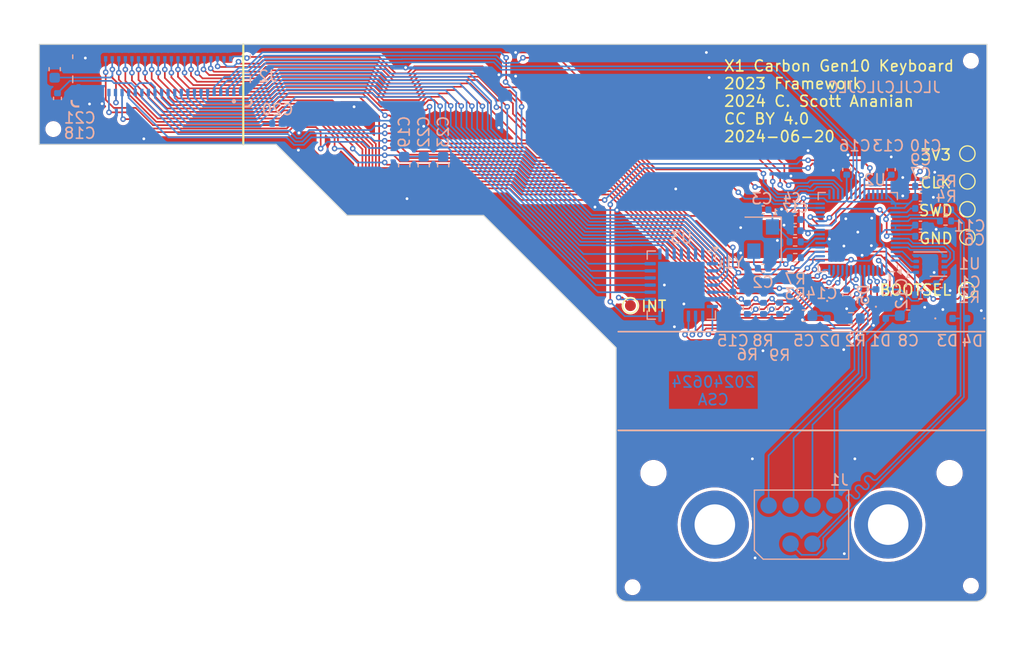
<source format=kicad_pcb>
(kicad_pcb (version 20240108) (generator "pcbnew") (generator_version "8.0")
  (title_block (title "Microcontroller Input Module") (date "2023-03-12") (rev "V2") (company "Framework Computer Inc") (comment 1 "https://frame.work") (comment 2 "https://github.com/FrameworkComputer/InputModules") (comment 3 "This work is licensed under a Creative Commons Attribution 4.0 International License"))
  (layers (0 "F.Cu" signal) (31 "B.Cu" signal) (34 "B.Paste" user) (35 "F.Paste" user) (36 "B.SilkS" user "B.Silks") (37 "F.SilkS" user "F.Silks") (38 "B.Mask" user) (39 "F.Mask" user) (44 "Edge.Cuts" user))
  (net 0 "")
  (net 1 "GND")
  (net 2 "/XIN")
  (net 3 "Net-(C3-Pad2)")
  (net 4 "+3V3")
  (net 5 "+1V1")
  (net 6 "+5V")
  (net 7 "/USB_DP")
  (net 8 "/USB_DN")
  (net 9 "/~{SLEEP}")
  (net 10 "/BOARD_ID")
  (net 11 "/QSPI_SS")
  (net 12 "/XOUT")
  (net 13 "/SENSE0")
  (net 14 "Net-(U2-USB_DP)")
  (net 15 "/SWCLK")
  (net 16 "/SWD")
  (net 17 "/QSPI_SD1")
  (net 18 "/QSPI_SD2")
  (net 19 "/QSPI_SD0")
  (net 20 "/QSPI_SCLK")
  (net 21 "/QSPI_SD3")
  (net 22 "/SENSE1")
  (net 23 "/SENSE2")
  (net 24 "/SENSE3")
  (net 25 "/SENSE4")
  (net 26 "Net-(U2-USB_DM)")
  (net 27 "/SENSE5")
  (net 28 "/SENSE6")
  (net 29 "/SENSE7")
  (net 35 "/DRV8")
  (net 36 "/DRV9")
  (net 37 "/DRV10")
  (net 38 "/DRV11")
  (net 39 "/DRV12")
  (net 40 "/DRV13")
  (net 41 "/DRV14")
  (net 42 "/DRV15")
  (net 43 "/DRV0")
  (net 44 "/DRV1")
  (net 45 "/DRV2")
  (net 46 "/DRV3")
  (net 47 "/DRV4")
  (net 48 "/DRV5")
  (net 49 "/DRV6")
  (net 50 "/DRV7")
  (net 51 "/~{HOTKEY}")
  (net 52 "/~{LED_FNLOCK}")
  (net 53 "/~{LED_FNLOCK_R}")
  (net 54 "/~{LED_MUTE}")
  (net 55 "/~{LED_MUTE_R}")
  (net 56 "/~{LED_MICMUTE}")
  (net 57 "/~{LED_MICMUTE_R}")
  (net 58 "/~{LED_CAPSLOCK}")
  (net 59 "/~{LED_CAPSLOCK_R}")
  (net 60 "/IOEXP_MISO")
  (net 61 "/IOEXP_SCK")
  (net 62 "/~{IOEXP_CS}")
  (net 63 "/IOEXP_MOSI")
  (net 64 "/TP4DATA")
  (net 65 "/TP4RESET")
  (net 66 "/TP4CLK")
  (net 67 "/~{TP4ACT}")
  (net 68 "/~{TP4_FW_WR_EN}")
  (net 69 "/KBD_BL_PWM")
  (net 70 "/~{KBD_BL_DET}")
  (net 71 "/~{IOEXP_RESET}")
  (net 73 "Net-(U3-INTA)")
  (footprint "MountingHole:MountingHole_2.1mm" (layer "F.Cu") (at 140.42 169.3)
    (property "Reference" "H4" (hide yes))
    (property "Value" "MountingHole")
  )
  (footprint "TestPoint:TestPoint_Pad_D1.0mm" (layer "F.Cu") (at 142.042 142.6972 180)
    (property "Reference" "TP3" (hide yes))
    (property "Value" "CLK")
  )
  (footprint "MountingHole:MountingHole_2.1mm" (layer "F.Cu") (at 113.41 169.3)
    (property "Reference" "H3" (hide yes))
    (property "Value" "MountingHole")
  )
  (footprint "20655-045E-01:JLCPCB Tooling Hole" (layer "F.Cu") (at 142.367 179.578)
    (property "Reference" "H7")
    (property "Value" "Tooling Hole")
  )
  (footprint "TestPoint:TestPoint_Pad_D1.0mm" (layer "F.Cu") (at 141.9912 152.6032 180)
    (property "Reference" "TP1" (hide yes))
    (property "Value" "BOOTSEL")
  )
  (footprint "TestPoint:TestPoint_Pad_D1.0mm" (layer "F.Cu") (at 142.042 145.2372 180)
    (property "Reference" "TP4" (hide yes))
    (property "Value" "SWD")
  )
  (footprint "TestPoint:TestPoint_Pad_D1.0mm" (layer "F.Cu") (at 142.042 147.7772 180)
    (property "Reference" "TP5" (hide yes))
    (property "Value" "GND")
  )
  (footprint "20655-045E-01:JLCPCB Tooling Hole" (layer "F.Cu") (at 58.674 137.922)
    (property "Reference" "H8")
    (property "Value" "Tooling Hole")
  )
  (footprint "20655-045E-01:JLCPCB Tooling Hole" (layer "F.Cu") (at 142.367 131.699)
    (property "Reference" "H5")
    (property "Value" "Tooling Hole")
  )
  (footprint "TestPoint:TestPoint_Pad_D1.0mm" (layer "F.Cu") (at 142.042 140.1572 180)
    (property "Reference" "TP2" (hide yes))
    (property "Value" "3V3")
  )
  (footprint "TestPoint:TestPoint_Pad_D1.0mm" (layer "F.Cu") (at 111.308 154.0256)
    (property "Reference" "TP6" (hide yes))
    (property "Value" "INT")
  )
  (footprint "20655-045E-01:JLCPCB Tooling Hole" (layer "F.Cu") (at 111.506 179.705)
    (property "Reference" "H6")
    (property "Value" "Tooling Hole")
  )
  (footprint "Capacitor_SMD:C_0402_1005Metric" (layer "B.Cu") (at 137.765 147.701)
    (property "Reference" "C6")
    (property "Value" "100nF")
  )
  (footprint "Capacitor_SMD:C_0402_1005Metric" (layer "B.Cu") (at 137.765 144.145)
    (property "Reference" "C9")
    (property "Value" "100nF")
  )
  (footprint "Resistor_SMD:R_0402_1005Metric" (layer "B.Cu") (at 123.4492 154.2796 90)
    (property "Reference" "R8")
    (property "Value" "100")
  )
  (footprint "InputModule:MountingHole_3.7mm_Pad_24929" (layer "B.Cu") (at 119.01 174 180)
    (property "Reference" "H1" (hide yes))
    (property "Value" "24929")
  )
  (footprint "Package_DFN_QFN:QFN-56-1EP_7x7mm_P0.4mm_EP3.2x3.2mm" (layer "B.Cu") (at 132.05 147.32 90)
    (property "Reference" "U2")
    (property "Value" "RP2040")
  )
  (footprint "Resistor_SMD:R_0603_1608Metric" (layer "B.Cu") (at 131.445 155.194 180)
    (property "Reference" "R2")
    (property "Value" "330k")
  )
  (footprint "Capacitor_SMD:C_0402_1005Metric" (layer "B.Cu") (at 79.121 137.414 180)
    (property "Reference" "C20")
    (property "Value" "100nF")
  )
  (footprint "Diode_SMD:D_0402_1005Metric" (layer "B.Cu") (at 133.701 153.035 90)
    (property "Reference" "D5")
    (property "Value" "D_TVS")
  )
  (footprint "Resistor_SMD:R_0402_1005Metric" (layer "B.Cu") (at 137.765 153.035 180)
    (property "Reference" "R1")
    (property "Value" "1k")
  )
  (footprint "Resistor_SMD:R_0402_1005Metric" (layer "B.Cu") (at 126.3448 149.6568 180)
    (property "Reference" "R7")
    (property "Value" "100")
  )
  (footprint "Capacitor_SMD:C_0603_1608Metric" (layer "B.Cu") (at 136.652 154.94)
    (property "Reference" "C8")
    (property "Value" "10uF")
  )
  (footprint "Capacitor_SMD:C_0603_1608Metric" (layer "B.Cu") (at 127.127 154.94 180)
    (property "Reference" "C5")
    (property "Value" "10uF")
  )
  (footprint "Capacitor_SMD:C_0402_1005Metric" (layer "B.Cu") (at 137.765 146.685)
    (property "Reference" "C11")
    (property "Value" "100nF")
  )
  (footprint "Capacitor_SMD:C_0402_1005Metric" (layer "B.Cu") (at 123.414 150.622 180)
    (property "Reference" "C2")
    (property "Value" "15pF")
  )
  (footprint "Diode_SMD:D_0402_1005Metric" (layer "B.Cu") (at 134.112 155.194)
    (property "Reference" "D1")
    (property "Value" "D_TVS")
  )
  (footprint "Capacitor_SMD:C_0603_1608Metric" (layer "B.Cu") (at 94.234 141.224 90)
    (property "Reference" "C23")
    (property "Value" "10uF")
  )
  (footprint "InputModule:SON-8-1EP_3x2mm_P0.5mm_EP0.2x1.6mm" (layer "B.Cu") (at 138.654 150.241)
    (property "Reference" "U1")
    (property "Value" "W25Q16JVUXIQ ")
  )
  (footprint "Resistor_SMD:R_0402_1005Metric" (layer "B.Cu") (at 124.9224 154.2816 90)
    (property "Reference" "R9")
    (property "Value" "100")
  )
  (footprint "Capacitor_SMD:C_0402_1005Metric" (layer "B.Cu") (at 137.765 145.161)
    (property "Reference" "C7")
    (property "Value" "1uF")
  )
  (footprint "Capacitor_SMD:C_0402_1005Metric" (layer "B.Cu") (at 135.098 141.605 90)
    (property "Reference" "C13")
    (property "Value" "100nF")
  )
  (footprint "Capacitor_SMD:C_0603_1608Metric" (layer "B.Cu") (at 90.678 141.224 90)
    (property "Reference" "C19")
    (property "Value" "10uF")
  )
  (footprint "Crystal:Crystal_SMD_3225-4Pin_3.2x2.5mm" (layer "B.Cu") (at 123.414 147.955 -90)
    (property "Reference" "Y1")
    (property "Value" "12.000MHz")
  )
  (footprint "InputModule:PogoPads_2x4_P2.0mm" (layer "B.Cu") (at 126.915 174 180)
    (property "Reference" "J1")
    (property "Value" "Conn_02x04_Odd_Even")
  )
  (footprint "Resistor_SMD:R_0402_1005Metric" (layer "B.Cu") (at 140.051 146.304 180)
    (property "Reference" "R4")
    (property "Value" "27")
  )
  (footprint "Resistor_SMD:R_0402_1005Metric" (layer "B.Cu") (at 121.976 154.2796 90)
    (property "Reference" "R6")
    (property "Value" "100")
  )
  (footprint "Capacitor_SMD:C_0402_1005Metric" (layer "B.Cu") (at 59.055 135.128 90)
    (property "Reference" "C18")
    (property "Value" "100nF")
  )
  (footprint "Capacitor_SMD:C_0402_1005Metric" (layer "B.Cu") (at 123.414 145.288)
    (property "Reference" "C3")
    (property "Value" "15pF")
  )
  (footprint "Capacitor_SMD:C_0402_1005Metric" (layer "B.Cu") (at 134.717 153.035 -90)
    (property "Reference" "C12")
    (property "Value" "100nF")
  )
  (footprint "Capacitor_SMD:C_0402_1005Metric" (layer "B.Cu") (at 139.67 152.019)
    (property "Reference" "C1")
    (property "Value" "100nF")
  )
  (footprint "Capacitor_SMD:C_0402_1005Metric" (layer "B.Cu") (at 120.6552 153.2408 -90)
    (property "Reference" "C15")
    (property "Value" "100nF")
  )
  (footprint "20655-045E-01:0.3K-HX-45PWB" (layer "B.Cu") (at 68.544444 133.3864 180)
    (property "Reference" "J2")
    (property "Value" "0.3K-HX-45PWB")
  )
  (footprint "InputModule:MountingHole_3.7mm_Pad_24929" (layer "B.Cu") (at 134.82 174 180)
    (property "Reference" "H2" (hide yes))
    (property "Value" "24929")
  )
  (footprint "Capacitor_SMD:C_0402_1005Metric" (layer "B.Cu") (at 131.034 141.605 90)
    (property "Reference" "C16")
    (property "Value" "100nF")
  )
  (footprint "Resistor_SMD:R_0402_1005Metric" (layer "B.Cu") (at 140.051 145.288 180)
    (property "Reference" "R5")
    (property "Value" "27")
  )
  (footprint "Package_DFN_QFN:QFN-28-1EP_6x6mm_P0.65mm_EP4.25x4.25mm" (layer "B.Cu") (at 115.9504 152.1533 180)
    (property "Reference" "U3")
    (property "Value" "MCP23S17_ML")
  )
  (footprint "Capacitor_SMD:C_0402_1005Metric" (layer "B.Cu") (at 131.034 153.035 -90)
    (property "Reference" "C14")
    (property "Value" "100nF")
  )
  (footprint "Diode_SMD:D_0402_1005Metric" (layer "B.Cu") (at 142.494 155.194 180)
    (property "Reference" "D4")
    (property "Value" "D_TVS")
  )
  (footprint "Capacitor_SMD:C_0603_1608Metric" (layer "B.Cu") (at 58.801 132.461 -90)
    (property "Reference" "C21")
    (property "Value" "10uF")
  )
  (footprint "Capacitor_SMD:C_0402_1005Metric" (layer "B.Cu") (at 137.765 143.129)
    (property "Reference" "C10")
    (property "Value" "1uF")
  )
  (footprint "Capacitor_SMD:C_0603_1608Metric" (layer "B.Cu") (at 92.456 141.224 90)
    (property "Reference" "C22")
    (property "Value" "10uF")
  )
  (footprint "Diode_SMD:D_0402_1005Metric" (layer "B.Cu") (at 129.256 154.686 -90)
    (property "Reference" "D2")
    (property "Value" "D_TVS")
  )
  (footprint "Capacitor_SMD:C_0402_1005Metric" (layer "B.Cu") (at 126.335 146.177 180)
    (property "Reference" "C4")
    (property "Value" "100nF")
  )
  (footprint "Diode_SMD:D_0402_1005Metric" (layer "B.Cu") (at 140.208 155.194)
    (property "Reference" "D3")
    (property "Value" "D_TVS")
  )
  (footprint "Resistor_SMD:R_0402_1005Metric" (layer "B.Cu") (at 126.335 148.209)
    (property "Reference" "R3")
    (property "Value" "1k")
  )
  (footprint "Capacitor_SMD:C_0402_1005Metric" (layer "B.Cu") (at 126.335 147.193 180)
    (property "Reference" "C17")
    (property "Value" "100nF")
  )
  (gr_line (start 110.2 156.4) (end 143.625 156.4) (stroke (width 0.15)) (layer "B.SilkS"))
  (gr_line (start 110.2 165.4) (end 143.625 165.4) (stroke (width 0.15)) (layer "B.SilkS"))
  (gr_line (start 110.2 165.4) (end 143.625 165.4) (stroke (width 0.15)) (layer "F.SilkS"))
  (gr_line (start 76 139.319) (end 76 130.2) (stroke (width 0.2)) (layer "F.SilkS"))
  (gr_line (start 57.4 139.319) (end 78.997 139.319) (stroke (width 0.1)) (layer "Edge.Cuts"))
  (gr_line (start 143.825 130.2) (end 143.825 180) (stroke (width 0.1)) (layer "Edge.Cuts"))
  (gr_line (start 85.471 145.796) (end 97.917 145.796) (stroke (width 0.1)) (layer "Edge.Cuts"))
  (gr_arc (start 111 181) (mid 110.292893 180.707107) (end 110 180) (stroke (width 0.1)) (layer "Edge.Cuts"))
  (gr_line (start 57.4 130.2) (end 143.825 130.2) (stroke (width 0.1)) (layer "Edge.Cuts"))
  (gr_line (start 142.825 181) (end 111 181) (stroke (width 0.1)) (layer "Edge.Cuts"))
  (gr_line (start 110 180) (end 110 157.861) (stroke (width 0.1)) (layer "Edge.Cuts"))
  (gr_line (start 97.917 145.796) (end 110 157.861) (stroke (width 0.1)) (layer "Edge.Cuts"))
  (gr_arc (start 143.825 180) (mid 143.532107 180.707107) (end 142.825 181) (stroke (width 0.1)) (layer "Edge.Cuts"))
  (gr_line (start 57.4 130.2) (end 57.4 139.319) (stroke (width 0.1)) (layer "Edge.Cuts"))
  (gr_line (start 78.997 139.319) (end 85.471 145.796) (stroke (width 0.1)) (layer "Edge.Cuts"))
  (gr_text "20240624\nCSA" (at 118.872 161.798 -0) (layer "B.Cu") (effects (font (size 1 1)) (justify mirror)))
  (gr_text "1" (at 136.906 151.511 0) (layer "B.SilkS") (effects (font (size 0.5 0.5) (thickness 0.125)) (justify left bottom mirror)))
  (gr_text "1" (at 135.255 151.765 0) (layer "B.SilkS") (effects (font (size 0.5 0.5) (thickness 0.125)) (justify left bottom mirror)))
  (gr_text "1" (at 124.841 145.796 0) (layer "B.SilkS") (effects (font (size 0.5 0.5) (thickness 0.125)) (justify left bottom mirror)))
  (gr_text "JLCJLCJLCJLC" (at 139.7 134.112 -0) (layer "B.SilkS") (effects (font (size 1 1)) (justify left mirror)))
  (gr_text "1" (at 119.888 150.495 0) (layer "B.SilkS") (effects (font (size 0.5 0.5) (thickness 0.125)) (justify left bottom mirror)))
  (gr_text "X1 Carbon Gen10 Keyboard\n2023 Framework\n2024 C. Scott Ananian\nCC BY 4.0\n2024-06-20" (at 119.761 135.382 0) (layer "F.SilkS") (effects (font (size 1 1)) (justify left)))
  (segment (start 136.3016 142.494) (end 138.43 142.494) (width 0.1524) (layer "F.Cu") (net 1))
  (segment (start 139.0096 151.0025) (end 139.0096 150.8096) (width 0.1524) (layer "F.Cu") (net 1))
  (segment (start 138.781 144.302) (end 138.781 146.655) (width 0.1524) (layer "F.Cu") (net 1))
  (segment (start 118.558697 133.155303) (end 118.491 133.223) (width 0.1524) (layer "F.Cu") (net 1))
  (segment (start 115.3212 155.956) (end 110.776 155.956) (width 0.1524) (layer "F.Cu") (net 1))
  (segment (start 122.682 177.038) (end 122.7328 177.0888) (width 0.1524) (layer "F.Cu") (net 1))
  (segment (start 63.095844 135.636) (end 63.121444 135.6104) (width 0.1524) (layer "F.Cu") (net 1))
  (segment (start 125.319 146.685) (end 124.714016 147.289984) (width 0.1524) (layer "F.Cu") (net 1))
  (segment (start 136.562842 148.555742) (end 139.0096 151.0025) (width 0.1524) (layer "F.Cu") (net 1))
  (segment (start 129.2273 148.1836) (end 125.0748 148.1836) (width 0.1524) (layer "F.Cu") (net 1))
  (segment (start 133.32 145.0692) (end 133.32 146.05) (width 0.1524) (layer "F.Cu") (net 1))
  (segment (start 130.3782 177.0888) (end 130.816 176.651) (width 0.1524) (layer "F.Cu") (net 1))
  (segment (start 129.4559 147.955) (end 129.2273 148.1836) (width 0.1524) (layer "F.Cu") (net 1))
  (segment (start 126.6496 142.906306) (end 126.6496 143.6826) (width 0.1524) (layer "F.Cu") (net 1))
  (segment (start 114.4068 152.146) (end 110.085192 147.824392) (width 0.1524) (layer "F.Cu") (net 1))
  (segment (start 126.6496 143.6826) (end 125.095 145.2372) (width 0.1524) (layer "F.Cu") (net 1))
  (segment (start 133.477 155.829) (end 133.5532 155.7528) (width 0.1524) (layer "F.Cu") (net 1))
  (segment (start 103.9655 149.1455) (end 98.457 143.637) (width 0.1524) (layer "F.Cu") (net 1))
  (segment (start 135.588991 150.772991) (end 135.495011 150.772991) (width 0.1524) (layer "F.Cu") (net 1))
  (segment (start 81.073364 139.798301) (end 81.026 139.845665) (width 0.1524) (layer "F.Cu") (net 1))
  (segment (start 124.714016 147.289984) (end 124.714016 148.082) (width 0.1524) (layer "F.Cu") (net 1))
  (segment (start 61.595 131.445) (end 62.23 130.81) (width 0.1524) (layer "F.Cu") (net 1))
  (segment (start 80.533229 138.811) (end 81.073364 138.270865) (width 0.1524) (layer "F.Cu") (net 1))
  (segment (start 86.233 143.637) (end 81.073364 138.477364) (width 0.1524) (layer "F.Cu") (net 1))
  (segment (start 99.187 137.668) (end 92.456 137.668) (width 0.1524) (layer "F.Cu") (net 1))
  (segment (start 134.3712 144.018) (end 133.32 145.0692) (width 0.1524) (layer "F.Cu") (net 1))
  (segment (start 122.7328 177.0888) (end 130.3782 177.0888) (width 0.1524) (layer "F.Cu") (net 1))
  (segment (start 63.121444 137.797444) (end 64.135 138.811) (width 0.1524) (layer "F.Cu") (net 1))
  (segment (start 61.976 135.636) (end 63.095844 135.636) (width 0.1524) (layer "F.Cu") (net 1))
  (segment (start 123.545616 146.9136) (end 124.714016 148.082) (width 0.1524) (layer "F.Cu") (net 1))
  (segment (start 125.947694 142.2044) (end 125.947694 140.808306) (width 0.1524) (layer "F.Cu") (net 1))
  (segment (start 130.623214 139.7508) (end 127.653899 139.7508) (width 0.1524) (layer "F.Cu") (net 1))
  (segment (start 118.237 130.937) (end 100.838 130.937) (width 0.1524) (layer "F.Cu") (net 1))
  (segment (start 125.947694 142.2044) (end 126.6496 142.906306) (width 0.1524) (layer "F.Cu") (net 1))
  (segment (start 138.146 154.178) (end 137.383994 153.415994) (width 0.1524) (layer "F.Cu") (net 1))
  (segment (start 126.864499 139.891501) (end 127.513198 139.891501) (width 0.1524) (layer "F.Cu") (net 1))
  (segment (start 100.838 130.937) (end 100.838 133.096) (width 0.1524) (layer "F.Cu") (net 1))
  (segment (start 138.938 144.145) (end 138.781 144.302) (width 0.1524) (layer "F.Cu") (net 1))
  (segment (start 136.1492 144.018) (end 136.2762 144.145) (width 0.1524) (layer "F.Cu") (net 1))
  (segment (start 99.314 137.795) (end 99.187 137.668) (width 0.1524) (layer "F.Cu") (net 1))
  (segment (start 92.186412 130.937) (end 90.807016 132.316396) (width 0.1524) (layer "F.Cu") (net 1))
  (segment (start 136.1492 142.3416) (end 136.3016 142.494) (width 0.1524) (layer "F.Cu") (net 1))
  (segment (start 139.9032 147.7772) (end 139.192 147.066) (width 0.1524) (layer "F.Cu") (net 1))
  (segment (start 130.017999 155.321001) (end 131.034 154.305) (width 0.1524) (layer "F.Cu") (net 1))
  (segment (start 140.6424 154.5056) (end 130.816 164.332) (width 0.1524) (layer "F.Cu") (net 1))
  (segment (start 132.4408 149.433349) (end 132.4408 153.200656) (width 0.1524) (layer "F.Cu") (net 1))
  (segment (start 131.156614 140.2842) (end 130.623214 139.7508) (width 0.1524) (layer "F.Cu") (net 1))
  (segment (start 138.146 154.178) (end 138.146 153.33) (width 0.1524) (layer "F.Cu") (net 1))
  (segment (start 121.3664 146.9136) (end 123.545616 146.9136) (width 0.1524) (layer "F.Cu") (net 1))
  (segment (start 81.073364 138.270865) (end 81.073364 139.798301) (width 0.1524) (layer "F.Cu") (net 1))
  (segment (start 126.997411 155.321001) (end 130.017999 155.321001) (width 0.1524) (layer "F.Cu") (net 1))
  (segment (start 139.0096 151.2016) (end 140.462 152.654) (width 0.1524) (layer "F.Cu") (net 1))
  (segment (start 142.042 147.7772) (end 139.9032 147.7772) (width 0.1524) (layer "F.Cu") (net 1))
  (segment (start 64.135 138.811) (end 66.929 138.811) (width 0.1524) (layer "F.Cu") (net 1))
  (segment (start 138.43 142.494) (end 139.065 141.859) (width 0.1524) (layer "F.Cu") (net 1))
  (segment (start 118.558697 130.937) (end 118.558697 133.155303) (width 0.1524) (layer "F.Cu") (net 1))
  (segment (start 134.155369 149.433349) (end 135.495011 150.772991) (width 0.1524) (layer "F.Cu") (net 1))
  (segment (start 108.077 145.034) (end 103.9655 149.1455) (width 0.1524) (layer "F.Cu") (net 1))
  (segment (start 66.929 138.811) (end 80.533229 138.811) (width 0.1524) (layer "F.Cu") (net 1))
  (segment (start 138.781 146.655) (end 139.192 147.066) (width 0.1524) (layer "F.Cu") (net 1))
  (segment (start 125.0748 148.1836) (end 124.815616 148.1836) (width 0.1524) (layer "F.Cu") (net 1))
  (segment (start 121.3664 146.9136) (end 121.3664 149.225) (width 0.1524) (layer "F.Cu") (net 1))
  (segment (start 90.932 143.637) (end 90.932 144.272) (width 0.1524) (layer "F.Cu") (net 1))
  (segment (start 127.653899 139.7508) (end 127.513198 139.891501) (width 0.1524) (layer "F.Cu") (net 1))
  (segment (start 62.23 130.81) (end 89.30062 130.81) (width 0.1524) (layer "F.Cu") (net 1))
  (segment (start 136.1492 144.018) (end 134.3712 144.018) (width 0.1524) (layer "F.Cu") (net 1))
  (segment (start 125.947694 140.808306) (end 126.864499 139.891501) (width 0.1524) (layer "F.Cu") (net 1))
  (segment (start 98.457 143.637) (end 86.233 143.637) (width 0.1524) (layer "F.Cu") (net 1))
  (segment (start 133.285742 148.555742) (end 136.562842 148.555742) (width 0.1524) (layer "F.Cu") (net 1))
  (segment (start 132.4408 153.200656) (end 132.760147 153.520003) (width 0.1524) (layer "F.Cu") (net 1))
  (segment (start 135.098 140.462) (end 135.098 141.2904) (width 0.1524) (layer "F.Cu") (net 1))
  (segment (start 139.0096 150.8096) (end 142.042 147.7772) (width 0.1524) (layer "F.Cu") (net 1))
  (segment (start 139.0096 151.0025) (end 139.0096 151.2016) (width 0.1524) (layer "F.Cu") (net 1))
  (segment (start 131.034 154.305) (end 131.97515 154.305) (width 0.1524) (layer "F.Cu") (net 1))
  (segment (start 110.085192 147.824392) (end 110.085192 145.307953) (width 0.1524) (layer "F.Cu") (net 1))
  (segment (start 143.312 154.4828) (end 139.9084 154.4828) (width 0.1524) (layer "F.Cu") (net 1))
  (segment (start 130.816 164.332) (end 130.816 176.651) (width 0.1524) (layer "F.Cu") (net 1))
  (segment (start 134.9202 140.2842) (end 131.156614 140.2842) (width 0.1524) (layer "F.Cu") (net 1))
  (segment (start 132.4408 149.433349) (end 134.155369 149.433349) (width 0.1524) (layer "F.Cu") (net 1))
  (segment (start 118.558697 130.937) (end 118.237 130.937) (width 0.1524) (layer "F.Cu") (net 1))
  (segment (start 63.121444 135.6104) (end 63.121444 137.797444) (width 0.1524) (layer "F.Cu") (net 1))
  (segment (start 110.776 155.956) (end 103.9655 149.1455) (width 0.1524) (layer "F.Cu") (net 1))
  (segment (start 138.146 153.33) (end 135.588991 150.772991) (width 0.1524) (layer "F.Cu") (net 1))
  (segment (start 136.2762 144.145) (end 138.938 144.145) (width 0.1524) (layer "F.Cu") (net 1))
  (segment (start 100.838 130.937) (end 92.186412 130.937) (width 0.1524) (layer "F.Cu") (net 1))
  (segment (start 127.513198 139.891501) (end 118.558697 130.937) (width 0.1524) (layer "F.Cu") (net 1))
  (segment (start 135.098 141.2904) (end 136.1492 142.3416) (width 0.1524) (layer "F.Cu") (net 1))
  (segment (start 124.815616 148.1836) (end 124.714016 148.082) (width 0.1524) (layer "F.Cu") (net 1))
  (segment (start 89.30062 130.81) (end 90.807016 132.316396) (width 0.1524) (layer "F.Cu") (net 1))
  (segment (start 81.073364 138.477364) (end 81.073364 138.270865) (width 0.1524) (layer "F.Cu") (net 1))
  (segment (start 137.383994 153.415994) (end 136.017 153.415994) (width 0.1524) (layer "F.Cu") (net 1))
  (segment (start 133.5532 155.7528) (end 136.5712 155.7528) (width 0.1524) (layer "F.Cu") (net 1))
  (segment (start 139.9084 154.4828) (end 139.8068 154.3812) (width 0.1524) (layer "F.Cu") (net 1))
  (segment (start 135.098 140.462) (end 134.9202 140.2842) (width 0.1524) (layer "F.Cu") (net 1))
  (segment (start 136.5712 155.7528) (end 138.146 154.178) (width 0.1524) (layer "F.Cu") (net 1))
  (segment (start 131.97515 154.305) (end 132.760147 153.520003) (width 0.1524) (layer "F.Cu") (net 1))
  (via (at 118.237 130.937) (size 0.508) (drill 0.254) (layers "F.Cu" "B.Cu") (net 1))
  (via (at 125.319 146.685) (size 0.508) (drill 0.254) (layers "F.Cu" "B.Cu") (net 1))
  (via (at 133.285742 148.555742) (size 0.508) (drill 0.254) (layers "F.Cu" "B.Cu") (net 1))
  (via (at 139.192 147.066) (size 0.508) (drill 0.254) (layers "F.Cu" "B.Cu") (net 1))
  (via (at 108.077 145.034) (size 0.508) (drill 0.254) (layers "F.Cu" "B.Cu") (net 1))
  (via (at 138.146 154.178) (size 0.508) (drill 0.254) (layers "F.Cu" "B.Cu") (net 1))
  (via (at 115.443 143.383) (size 0.508) (drill 0.254) (layers "F.Cu" "B.Cu") (net 1))
  (via (at 99.314 132.969) (size 0.508) (drill 0.254) (layers "F.Cu" "B.Cu") (net 1))
  (via (at 126.997411 155.321001) (size 0.508) (drill 0.254) (layers "F.Cu" "B.Cu") (net 1))
  (via (at 86.106 135.89) (size 0.508) (drill 0.254) (layers "F.Cu" "B.Cu") (net 1))
  (via (at 136.1492 142.3416) (size 0.508) (drill 0.254) (layers "F.Cu" "B.Cu") (net 1))
  (via (at 139.8068 154.3812) (size 0.508) (drill 0.254) (layers "F.Cu" "B.Cu") (net 1))
  (via (at 133.477 155.829) (size 0.508) (drill 0.254) (layers "F.Cu" "B.Cu") (net 1))
  (via (at 139.065 141.859) (size 0.508) (drill 0.254) (layers "F.Cu" "B.Cu") (net 1))
  (via (at 123.3984 158.1404) (size 0.508) (drill 0.254) (layers "F.Cu" "B.Cu") (net 1))
  (via (at 118.491 133.223) (size 0.508) (drill 0.254) (layers "F.Cu" "B.Cu") (net 1))
  (via (at 99.314 137.795) (size 0.508) (drill 0.254) (layers "F.Cu" "B.Cu") (net 1))
  (via (at 129.7992 141.6812) (size 0.508) (drill 0.254) (layers "F.Cu" "B.Cu") (net 1))
  (via (at 92.456 137.668) (size 0.508) (drill 0.254) (layers "F.Cu" "B.Cu") (net 1))
  (via (at 124.714016 148.082) (size 0.508) (drill 0.254) (layers "F.Cu" "B.Cu") (net 1))
  (via (at 132.4408 149.433349) (size 0.508) (drill 0.254) (layers "F.Cu" "B.Cu") (net 1))
  (via (at 100.838 133.096) (size 0.508) (drill 0.254) (layers "F.Cu" "B.Cu") (net 1))
  (via (at 121.3664 146.9136) (size 0.508) (drill 0.254) (layers "F.Cu" "B.Cu") (net 1))
  (via (at 129.4559 147.955) (size 0.508) (drill 0.254) (layers "F.Cu" "B.Cu") (net 1))
  (via (at 139.0096 151.0025) (size 0.508) (drill 0.254) (layers "F.Cu" "B.Cu") (net 1))
  (via (at 131.156614 140.2842) (size 0.508) (drill 0.254) (layers "F.Cu" "B.Cu") (net 1))
  (via (at 131.7804 168) (size 0.508) (drill 0.254) (layers "F.Cu" "B.Cu") (net 1))
  (via (at 122.682 177.038) (size 0.508) (drill 0.254) (layers "F.Cu" "B.Cu") (net 1))
  (via (at 132.05 147.32) (size 0.508) (drill 0.254) (layers "F.Cu" "B.Cu") (net 1))
  (via (at 127.513198 139.891501) (size 0.508) (drill 0.254) (layers "F.Cu" "B.Cu") (net 1))
  (via (at 125.095 145.2372) (size 0.508) (drill 0.254) (layers "F.Cu" "B.Cu") (net 1))
  (via (at 143.312 154.4828) (size 0.508) (drill 0.254) (layers "F.Cu" "B.Cu") (net 1))
  (via (at 81.073364 138.270865) (size 0.508) (drill 0.254) (layers "F.Cu" "B.Cu") (net 1))
  (via (at 131.034 154.305) (size 0.508) (drill 0.254) (layers "F.Cu" "B.Cu") (net 1))
  (via (at 136.017 153.415994) (size 0.508) (drill 0.254) (layers "F.Cu" "B.Cu") (net 1))
  (via (at 61.976 135.636) (size 0.508) (drill 0.254) (layers "F.Cu" "B.Cu") (net 1))
  (via (at 133.32 146.05) (size 0.508) (drill 0.254) (layers "F.Cu" "B.Cu") (net 1))
  (via (at 135.098 140.462) (size 0.508) (drill 0.254) (layers "F.Cu" "B.Cu") (net 1))
  (via (at 81.026 139.845665) (size 0.508) (drill 0.254) (layers "F.Cu" "B.Cu") (net 1))
  (via (at 130.816 176.651) (size 0.508) (drill 0.254) (layers "F.Cu" "B.Cu") (net 1))
  (via (at 121.3664 149.225) (size 0.508) (drill 0.254) (layers "F.Cu" "B.Cu") (net 1))
  (via (at 122.4332 168) (size 0.508) (drill 0.254) (layers "F.Cu" "B.Cu") (net 1))
  (via (at 130.78 148.59) (size 0.508) (drill 0.254) (layers "F.Cu" "B.Cu") (net 1))
  (via (at 115.3212 155.956) (size 0.508) (drill 0.254) (layers "F.Cu" "B.Cu") (net 1))
  (via (at 100.838 130.937) (size 0.508) (drill 0.254) (layers "F.Cu" "B.Cu") (net 1))
  (via (at 61.595 131.445) (size 0.508) (drill 0.254) (layers "F.Cu" "B.Cu") (net 1))
  (via (at 130.7644 158.0388) (size 0.508) (drill 0.254) (layers "F.Cu" "B.Cu") (net 1))
  (via (at 116.1848 153.8732) (size 0.508) (drill 0.254) (layers "F.Cu" "B.Cu") (net 1))
  (via (at 140.462 152.654) (size 0.508) (drill 0.254) (layers "F.Cu" "B.Cu") (net 1))
  (via (at 138.938 144.145) (size 0.508) (drill 0.254) (layers "F.Cu" "B.Cu") (net 1))
  (via (at 66.929 138.811) (size 0.508) (drill 0.254) (layers "F.Cu" "B.Cu") (net 1))
  (via (at 136.1492 144.018) (size 0.508) (drill 0.254) (layers "F.Cu" "B.Cu") (net 1))
  (via (at 90.807016 132.316396) (size 0.508) (drill 0.254) (layers "F.Cu" "B.Cu") (net 1))
  (via (at 132.760147 153.520003) (size 0.508) (drill 0.254) (layers "F.Cu" "B.Cu") (net 1))
  (via (at 90.932 144.272) (size 0.508) (drill 0.254) (layers "F.Cu" "B.Cu") (net 1))
  (via (at 130.954062 146.103117) (size 0.508) (drill 0.254) (layers "F.Cu" "B.Cu") (net 1))
  (via (at 125.947694 142.2044) (size 0.508) (drill 0.254) (layers "F.Cu" "B.Cu") (net 1))
  (via (at 63.121444 135.6104) (size 0.508) (drill 0.254) (layers "F.Cu" "B.Cu") (net 1))
  (via (at 110.085192 145.307953) (size 0.508) (drill 0.254) (layers "F.Cu" "B.Cu") (net 1))
  (via (at 114.4068 152.146) (size 0.508) (drill 0.254) (layers "F.Cu" "B.Cu") (net 1))
  (segment (start 128.6125 148.32) (end 129.0909 148.32) (width 0.1524) (layer "B.Cu") (net 1))
  (segment (start 122.564 146.855) (end 122.934 146.485) (width 0.1524) (layer "B.Cu") (net 1))
  (segment (start 99.314 132.969) (end 100.711 132.969) (width 0.1524) (layer "B.Cu") (net 1))
  (segment (start 138.557 147.701) (end 139.192 147.066) (width 0.1524) (layer "B.Cu") (net 1))
  (segment (start 138.245 142.679) (end 139.065 141.859) (width 0.1524) (layer "B.Cu") (net 1))
  (segment (start 58.928 130.937) (end 58.039 130.937) (width 0.1524) (layer "B.Cu") (net 1))
  (segment (start 138.245 143.129) (end 138.245 142.679) (width 0.1524) (layer "B.Cu") (net 1))
  (segment (start 125.969094 142.183) (end 125.947694 142.2044) (width 0.1524) (layer "B.Cu") (net 1))
  (segment (start 130.4498 140.5408) (end 131.034 141.125) (width 0.1524) (layer "B.Cu") (net 1))
  (segment (start 125.3796 153.0096) (end 124.6684 153.0096) (width 0.1524) (layer "B.Cu") (net 1))
  (segment (start 134.717 153.515) (end 133.706 153.515) (width 0.1524) (layer "B.Cu") (net 1))
  (segment (start 115.3316 154.9835) (end 115.9816 154.9835) (width 0.1524) (layer "B.Cu") (net 1))
  (segment (start 126.733001 155.321001) (end 126.352 154.94) (width 0.1524) (layer "B.Cu") (net 1))
  (segment (start 134.717 153.515) (end 135.917994 153.515) (width 0.1524) (layer "B.Cu") (net 1))
  (segment (start 115.443 143.383) (end 113.538 145.288) (width 0.1524) (layer "B.Cu") (net 1))
  (segment (start 126.997411 155.321001) (end 126.733001 155.321001) (width 0.1524) (layer "B.Cu") (net 1))
  (segment (start 132.76015 153.52) (end 132.760147 153.520003) (width 0.1524) (layer "B.Cu") (net 1))
  (segment (start 90.64682 132.1562) (end 90.807016 132.316396) (width 0.1524) (layer "B.Cu") (net 1))
  (segment (start 139.6036 154.178) (end 139.8068 154.3812) (width 0.1524) (layer "B.Cu") (net 1))
  (segment (start 133.701 153.52) (end 132.76015 153.52) (width 0.1524) (layer "B.Cu") (net 1))
  (segment (start 61.679444 134.3214) (end 61.944444 134.5864) (width 0.1524) (layer "B.Cu") (net 1))
  (segment (start 122.682 176.983) (end 122.682 177.038) (width 0.1524) (layer "B.Cu") (net 1))
  (segment (start 126.352 154.94) (end 126.352 153.982) (width 0.1524) (layer "B.Cu") (net 1))
  (segment (start 58.039 134.9248) (end 58.7222 135.608) (width 0.1524) (layer "B.Cu") (net 1))
  (segment (start 133.477 155.344) (end 133.627 155.194) (width 0.1524) (layer "B.Cu") (net 1))
  (segment (start 124.264 150.252) (end 123.894 150.622) (width 0.1524) (layer "B.Cu") (net 1))
  (segment (start 62.844444 131.5214) (end 62.244444 131.5214) (width 0.1524) (layer "B.Cu") (net 1))
  (segment (start 139.8068 155.1102) (end 139.8068 154.3812) (width 0.1524) (layer "B.Cu") (net 1))
  (segment (start 118.491 133.223) (end 117.221 134.493) (width 0.1524) (layer "B.Cu") (net 1))
  (segment (start 131.034 140.406814) (end 131.156614 140.2842) (width 0.1524) (layer "B.Cu") (net 1))
  (segment (start 130.145 147.955) (end 130.78 148.59) (width 0.1524) (layer "B.Cu") (net 1))
  (segment (start 61.849 135.763) (end 61.849 136.271) (width 0.1524) (layer "B.Cu") (net 1))
  (segment (start 129.915 175.75) (end 130.816 176.651) (width 0.1524) (layer "B.Cu") (net 1))
  (segment (start 115.443 143.383) (end 117.8358 143.383) (width 0.1524) (layer "B.Cu") (net 1))
  (segment (start 92.456 141.999) (end 90.678 141.999) (width 0.1524) (layer "B.Cu") (net 1))
  (segment (start 59.682844 135.608) (end 60.969444 134.3214) (width 0.1524) (layer "B.Cu") (net 1))
  (segment (start 91.948 137.16) (end 92.456 137.668) (width 0.1524) (layer "B.Cu") (net 1))
  (segment (start 133.627 155.194) (end 133.584862 155.194) (width 0.1524) (layer "B.Cu") (net 1))
  (segment (start 137.427 154.94) (end 137.427 154.897) (width 0.1524) (layer "B.Cu") (net 1))
  (segment (start 122.564 147.255) (end 122.564 146.855) (width 0.1524) (layer "B.Cu") (net 1))
  (segment (start 61.849 136.271) (end 64.389 138.811) (width 0.1524) (layer "B.Cu") (net 1))
  (segment (start 124.1096 152.0444) (end 123.228138 152.0444) (width 0.1524) (layer "B.Cu") (net 1))
  (segment (start 138.245 144.145) (end 138.938 144.145) (width 0.1524) (layer "B.Cu") (net 1))
  (segment (start 113.538 145.288) (end 110.105145 145.288) (width 0.1524) (layer "B.Cu") (net 1))
  (segment (start 92.71 137.668) (end 92.456 137.668) (width 0.1524) (layer "B.Cu") (net 1))
  (segment (start 133.701 155.12) (end 133.627 155.194) (width 0.1524) (layer "B.Cu") (net 1))
  (segment (start 124.1096 152.4508) (end 124.1096 152.0444) (width 0.1524) (layer "B.Cu") (net 1))
  (segment (start 108.350953 145.307953) (end 110.085192 145.307953) (width 0.1524) (layer "B.Cu") (net 1))
  (segment (start 120.6552 153.7208) (end 120.6552 154.9908) (width 0.1524) (layer "B.Cu") (net 1))
  (segment (start 137.3665 149.491) (end 137.904 149.491) (width 0.1524) (layer "B.Cu") (net 1))
  (segment (start 100.711 132.969) (end 100.838 133.096) (width 0.1524) (layer "B.Cu") (net 1))
  (segment (start 125.347 146.685) (end 125.855 147.193) (width 0.1524) (layer "B.Cu") (net 1))
  (segment (start 133.477 155.829) (end 133.477 155.344) (width 0.1524) (layer "B.Cu") (net 1))
  (segment (start 127.727501 139.891501) (end 128.3768 140.5408) (width 0.1524) (layer "B.Cu") (net 1))
  (segment (start 129.0909 148.32) (end 129.4559 147.955) (width 0.1524) (layer "B.Cu") (net 1))
  (segment (start 86.106 135.89) (end 87.376 137.16) (width 0.1524) (layer "B.Cu") (net 1))
  (segment (start 120.6552 153.7208) (end 120.3804 153.446) (width 0.1524) (layer "B.Cu") (net 1))
  (segment (start 61.976 135.636) (end 61.849 135.763) (width 0.1524) (layer "B.Cu") (net 1))
  (segment (start 126.693 151.638) (end 129.256 154.201) (width 0.1524) (layer "B.Cu") (net 1))
  (segment (start 122.934 146.485) (end 122.934 145.288) (width 0.1524) (layer "B.Cu") (net 1))
  (segment (start 107.95 134.493) (end 107.95 144.907) (width 0.1524) (layer "B.Cu") (net 1))
  (segment (start 78.284644 132.1562) (end 90.64682 132.1562) (width 0.1524) (layer "B.Cu") (net 1))
  (segment (start 124.264 149.055) (end 124.264 148.532016) (width 0.1524) (layer "B.Cu") (net 1))
  (segment (start 121.3664 146.9136) (end 122.5054 146.9136) (width 0.1524) (layer "B.Cu") (net 1))
  (segment (start 80.216499 137.414) (end 81.073364 138.270865) (width 0.1524) (layer "B.Cu") (net 1))
  (segment (start 138.245 146.685) (end 138.245 147.701) (width 0.1524) (layer "B.Cu") (net 1))
  (segment (start 132.4408 147.7108) (end 132.4408 149.433349) (width 0.1524) (layer "B.Cu") (net 1))
  (segment (start 58.928 131.559) (end 58.928 130.937) (width 0.1524) (layer "B.Cu") (net 1))
  (segment (start 91.059 144.145) (end 90.932 144.272) (width 0.1524) (layer "B.Cu") (net 1))
  (segment (start 90.83455 132.34393) (end 90.807016 132.316396) (width 0.1524) (layer "B.Cu") (net 1))
  (segment (start 99.314 132.969) (end 99.314 135.2075) (width 0.1524) (layer "B.Cu") (net 1))
  (segment (start 98.43493 132.34393) (end 90.83455 132.34393) (width 0.1524) (layer "B.Cu") (net 1))
  (segment (start 138.245 144.145) (end 138.245 145.161) (width 0.1524) (layer "B.Cu") (net 1))
  (segment (start 99.314 132.969) (end 99.06 132.969) (width 0.1524) (layer "B.Cu") (net 1))
  (segment (start 129.7992 140.5408) (end 130.4498 140.5408) (width 0.1524) (layer "B.Cu") (net 1))
  (segment (start 110.105145 145.288) (end 110.085192 145.307953) (width 0.1524) (layer "B.Cu") (net 1))
  (segment (start 143.312 154.861) (end 143.312 154.4828) (width 0.1524) (layer "B.Cu") (net 1))
  (segment (start 61.944444 134.5864) (end 63.144444 134.5864) (width 0.1524) (layer "B.Cu") (net 1))
  (segment (start 124.264 148.955) (end 122.564 147.255) (width 0.1524) (layer "B.Cu") (net 1))
  (segment (start 131.034 154.305) (end 131.034 155.192) (width 0.1524) (layer "B.Cu") (net 1))
  (segment (start 99.568 135.4615) (end 99.568 137.541) (width 0.1524) (layer "B.Cu") (net 1))
  (segment (start 120.3804 153.446) (end 118.8191 153.446) (width 0.1524) (layer "B.Cu") (net 1))
  (segment (start 131.034 141.125) (end 131.034 140.406814) (width 0.1524) (layer "B.Cu") (net 1))
  (segment (start 63.144444 134.5864) (end 63.144444 135.5874) (width 0.1524) (layer "B.Cu") (net 1))
  (segment (start 125.095 146.461) (end 125.095 145.2372) (width 0.1524) (layer "B.Cu") (net 1))
  (segment (start 63.144444 135.5874) (end 63.121444 135.6104) (width 0.1524) (layer "B.Cu") (net 1))
  (segment (start 58.801 131.686) (end 58.928 131.559) (width 0.1524) (layer "B.Cu") (net 1))
  (segment (start 82.677 135.89) (end 81.073364 137.493636) (width 0.1524) (layer "B.Cu") (net 1))
  (segment (start 133.706 153.515) (end 133.701 153.52) (width 0.1524) (layer "B.Cu") (net 1))
  (segment (start 140.15 152.342) (end 140.462 152.654) (width 0.1524) (layer "B.Cu") (net 1))
  (segment (start 87.376 137.16) (end 91.948 137.16) (width 0.1524) (layer "B.Cu") (net 1))
  (segment (start 137.427 154.897) (end 138.146 154.178) (width 0.1524) (layer "B.Cu") (net 1))
  (segment (start 128.3768 140.5408) (end 129.7992 140.5408) (width 0.1524) (layer "B.Cu") (net 1))
  (segment (start 136.1492 142.3416) (end 136.1492 144.018) (width 0.1524) (layer "B.Cu") (net 1))
  (segment (start 61.6714 131.5214) (end 61.595 131.445) (width 0.1524) (layer "B.Cu") (net 1))
  (segment (start 94.9376 141.2954) (end 94.9376 139.8956) (width 0.1524) (layer "B.Cu") (net 1))
  (segment (start 124.6684 153.0096) (end 124.1096 152.4508) (width 0.1524) (layer "B.Cu") (net 1))
  (segment (start 133.285742 148.555742) (end 133.285742 148.588407) (width 0.1524) (layer "B.Cu") (net 1))
  (segment (start 91.059 142.173999) (end 91.059 144.145) (width 0.1524) (layer "B.Cu") (net 1))
  (segment (start 115.3316 152.796) (end 115.9816 152.146) (width 0.1524) (layer "B.Cu") (net 1))
  (segment (start 102.235 134.493) (end 100.838 133.096) (width 0.1524) (layer "B.Cu") (net 1))
  (segment (start 115.3212 154.9939) (end 115.3316 154.9835) (width 0.1524) (layer "B.Cu") (net 1))
  (segment (start 118.8191 153.446) (end 117.2816 153.446) (width 0.1524) (layer "B.Cu") (net 1))
  (segment (start 61.944444 134.5864) (end 62.544444 134.5864) (width 0.1524) (layer "B.Cu") (net 1))
  (segment (start 123.228138 152.0444) (end 121.3664 150.182662) (width 0.1524) (layer "B.Cu") (net 1))
  (segment (start 124.264 148.532016) (end 124.714016 148.082) (width 0.1524) (layer "B.Cu") (net 1))
  (segment (start 81.073364 137.493636) (end 81.073364 138.270865) (width 0.1524) (layer "B.Cu") (net 1))
  (segment (start 58.039 130.937) (end 58.039 134.9248) (width 0.1524) (layer "B.Cu") (net 1))
  (segment (start 115.3212 155.956) (end 115.3212 154.9939) (width 0.1524) (layer "B.Cu") (net 1))
  (segment (start 132.05 147.32) (end 132.4408 147.7108) (width 0.1524) (layer "B.Cu") (net 1))
  (segment (start 94.234 141.999) (end 92.456 141.999) (width 0.1524) (layer "B.Cu") (net 1))
  (segment (start 64.389 138.811) (end 66.929 138.811) (width 0.1524) (layer "B.Cu") (net 1))
  (segment (start 99.06 132.969) (end 98.43493 132.34393) (width 0.1524) (layer "B.Cu") (net 1))
  (segment (start 122.5054 146.9136) (end 122.564 146.855) (width 0.1524) (layer "B.Cu") (net 1))
  (segment (start 125.319 146.685) (end 125.347 146.685) (width 0.1524) (layer "B.Cu") (net 1))
  (segment (start 139.8068 153.3092) (end 140.462 152.654) (width 0.1524) (layer "B.Cu") (net 1))
  (segment (start 127.513198 139.891501) (end 127.727501 139.891501) (width 0.1524) (layer "B.Cu") (net 1))
  (segment (start 120.6552 154.9908) (end 121.4172 155.7528) (width 0.1524) (layer "B.Cu") (net 1))
  (segment (start 138.245 147.701) (end 138.557 147.701) (width 0.1524) (layer "B.Cu") (net 1))
  (segment (start 86.106 135.89) (end 82.677 135.89) (width 0.1524) (layer "B.Cu") (net 1))
  (segment (start 123.915 175.75) (end 122.682 176.983) (width 0.1524) (layer "B.Cu") (net 1))
  (segment (start 58.7222 135.608) (end 59.055 135.608) (width 0.1524) (layer "B.Cu") (net 1))
  (segment (start 133.701 153.52) (end 133.701 155.12) (width 0.1524) (layer "B.Cu") (net 1))
  (segment (start 139.723 155.194) (end 139.8068 155.1102) (width 0.1524) (layer "B.Cu") (net 1))
  (segment (start 137.904 149.491) (end 138.654 150.241) (width 0.1524) (layer "B.Cu") (net 1))
  (segment (start 94.9376 139.8956) (end 92.71 137.668) (width 0.1524) (layer "B.Cu") (net 1))
  (segment (start 99.314 135.2075) (end 99.568 135.4615) (width 0.1524) (layer "B.Cu") (net 1))
  (segment (start 114.6816 154.9835) (end 115.3316 154.9835) (width 0.1524) (layer "B.Cu") (net 1))
  (segment (start 138.654 150.6469) (end 139.0096 151.0025) (width 0.1524) (layer "B.Cu") (net 1))
  (segment (start 138.245 143.129) (end 138.245 144.145) (width 0.1524) (layer "B.Cu") (net 1))
  (segment (start 79.601 137.414) (end 80.216499 137.414) (width 0.1524) (layer "B.Cu") (net 1))
  (segment (start 115.3316 154.9835) (end 115.3316 152.796) (width 0.1524) (layer "B.Cu") (net 1))
  (segment (start 124.264 149.055) (end 124.264 148.955) (width 0.1524) (layer "B.Cu") (net 1))
  (segment (start 129.36 154.305) (end 129.256 154.201) (width 0.1524) (layer "B.Cu") (net 1))
  (segment (start 94.234 141.999) (end 94.9376 141.2954) (width 0.1524) (layer "B.Cu") (net 1))
  (segment (start 107.95 144.907) (end 108.077 145.034) (width 0.1524) (layer "B.Cu") (net 1))
  (segment (start 61.087 130.937) (end 58.928 130.937) (width 0.1524) (layer "B.Cu") (net 1))
  (segment (start 138.654 150.241) (end 138.654 150.6469) (width 0.1524) (layer "B.Cu") (net 1))
  (segment (start 131.034 154.305) (end 131.034 153.515) (width 0.1524) (layer "B.Cu") (net 1))
  (segment (start 117.2816 153.446) (end 115.9816 152.146) (width 0.1524) (layer "B.Cu") (net 1))
  (segment (start 61.944444 135.604444) (end 61.976 135.636) (width 0.1524) (layer "B.Cu") (net 1))
  (segment (start 117.8358 143.383) (end 121.3664 146.9136) (width 0.1524) (layer "B.Cu") (net 1))
  (segment (start 124.1096 152.0444) (end 124.516 151.638) (width 0.1524) (layer "B.Cu") (net 1))
  (segment (start 142.979 155.194) (end 143.312 154.861) (width 0.1524) (layer "B.Cu") (net 1))
  (segment (start 107.95 134.493) (end 102.235 134.493) (width 0.1524) (layer "B.Cu") (net 1))
  (segment (start 76.119444 134.3214) (end 78.284644 132.1562) (width 0.1524) (layer "B.Cu") (net 1))
  (segment (start 126.352 153.982) (end 125.3796 153.0096) (width 0.1524) (layer "B.Cu") (net 1))
  (segment (start 129.7992 140.5408) (end 129.7992 141.6812) (width 0.1524) (layer "B.Cu") (net 1))
  (segment (start 139.8068 154.3812) (end 139.8068 153.3092) (width 0.1524) (layer "B.Cu") (net 1))
  (segment (start 61.595 131.445) (end 61.087 130.937) (width 0.1524) (layer "B.Cu") (net 1))
  (segment (start 62.244444 131.5214) (end 61.6714 131.5214) (width 0.1524) (layer "B.Cu") (net 1))
  (segment (start 121.4172 155.7528) (end 125.5392 155.7528) (width 0.1524) (layer "B.Cu") (net 1))
  (segment (start 138.146 154.178) (end 139.6036 154.178) (width 0.1524) (layer "B.Cu") (net 1))
  (segment (start 131.034 154.305) (end 129.36 154.305) (width 0.1524) (layer "B.Cu") (net 1))
  (segment (start 60.969444 134.3214) (end 61.679444 134.3214) (width 0.1524) (layer "B.Cu") (net 1))
  (segment (start 125.347 146.685) (end 125.855 146.177) (width 0.1524) (layer "B.Cu") (net 1))
  (segment (start 124.264 149.055) (end 124.264 150.252) (width 0.1524) (layer "B.Cu") (net 1))
  (segment (start 108.077 145.034) (end 108.350953 145.307953) (width 0.1524) (layer "B.Cu") (net 1))
  (segment (start 125.5392 155.7528) (end 126.352 154.94) (width 0.1524) (layer "B.Cu") (net 1))
  (segment (start 117.221 134.493) (end 107.95 134.493) (width 0.1524) (layer "B.Cu") (net 1))
  (segment (start 125.319 146.685) (end 125.095 146.461) (width 0.1524) (layer "B.Cu") (net 1))
  (segment (start 121.3664 150.182662) (end 121.3664 149.225) (width 0.1524) (layer "B.Cu") (net 1))
  (segment (start 131.034 155.192) (end 131.032 155.194) (width 0.1524) (layer "B.Cu") (net 1))
  (segment (start 140.15 152.019) (end 140.15 152.342) (width 0.1524) (layer "B.Cu") (net 1))
  (segment (start 99.568 137.541) (end 99.314 137.795) (width 0.1524) (layer "B.Cu") (net 1))
  (segment (start 61.944444 134.5864) (end 61.944444 135.604444) (width 0.1524) (layer "B.Cu") (net 1))
  (segment (start 135.917994 153.515) (end 136.017 153.415994) (width 0.1524) (layer "B.Cu") (net 1))
  (segment (start 129.4559 147.955) (end 130.145 147.955) (width 0.1524) (layer "B.Cu") (net 1))
  (segment (start 124.516 151.638) (end 126.693 151.638) (width 0.1524) (layer "B.Cu") (net 1))
  (segment (start 135.098 140.462) (end 135.098 141.125) (width 0.1524) (layer "B.Cu") (net 1))
  (segment (start 59.055 135.608) (end 59.682844 135.608) (width 0.1524) (layer "B.Cu") (net 1))
  (segment (start 127.224552 148.844) (end 128.148552 147.92) (width 0.1524) (layer "B.Cu") (net 2))
  (segment (start 125.1204 149.9141) (end 125.1204 149.2556) (width 0.1524) (layer "B.Cu") (net 2))
  (segment (start 123.4726 151.1606) (end 124.19056 151.1606) (width 0.1524) (layer "B.Cu") (net 2))
  (segment (start 122.934 150.622) (end 123.4726 151.1606) (width 0.1524) (layer "B.Cu") (net 2))
  (segment (start 124.19056 151.1606) (end 124.9934 150.35776) (width 0.1524) (layer "B.Cu") (net 2))
  (segment (start 125.1204 149.2556) (end 125.532 148.844) (width 0.1524) (layer "B.Cu") (net 2))
  (segment (start 124.9934 150.35776) (end 124.9934 150.0411) (width 0.1524) (layer "B.Cu") (net 2))
  (segment (start 128.148552 147.92) (end 128.6125 147.92) (width 0.1524) (layer "B.Cu") (net 2))
  (segment (start 124.9934 150.0411) (end 125.1204 149.9141) (width 0.1524) (layer "B.Cu") (net 2))
  (segment (start 122.934 150.622) (end 122.564 150.252) (width 0.1524) (layer "B.Cu") (net 2))
  (segment (start 125.532 148.844) (end 127.224552 148.844) (width 0.1524) (layer "B.Cu") (net 2))
  (segment (start 122.564 150.252) (end 122.564 149.055) (width 0.1524) (layer "B.Cu") (net 2))
  (segment (start 123.894 145.288) (end 124.264 145.658) (width 0.1524) (layer "B.Cu") (net 3))
  (segment (start 124.264 145.658) (end 124.264 146.855) (width 0.1524) (layer "B.Cu") (net 3))
  (segment (start 124.6573 146.855) (end 125.825 148.0227) (width 0.1524) (layer "B.Cu") (net 3))
  (segment (start 125.825 148.0227) (end 125.825 148.209) (width 0.1524) (layer "B.Cu") (net 3))
  (segment (start 124.264 146.855) (end 124.6573 146.855) (width 0.1524) (layer "B.Cu") (net 3))
  (segment (start 116.599372 145.8468) (end 114.186549 143.433977) (width 0.1524) (layer "F.Cu") (net 4))
  (segment (start 142.042 140.1572) (end 139.351372 140.1572) (width 0.1524) (layer "F.Cu") (net 4))
  (segment (start 127.5386 149.8346) (end 126.1924 151.1808) (width 0.1524) (layer "F.Cu") (net 4))
  (segment (start 127.1224 144.260298) (end 127.1224 147.0614) (width 0.1524) (layer "F.Cu") (net 4))
  (segment (start 127.1224 147.0614) (end 127.508 147.447) (width 0.1524) (layer "F.Cu") (net 4))
  (segment (start 126.1924 151.1808) (end 121.322716 151.1808) (width 0.1524) (layer "F.Cu") (net 4))
  (segment (start 127.099502 144.2374) (end 125.490102 145.8468) (width 0.1524) (layer "F.Cu") (net 4))
  (segment (start 121.322716 151.1808) (end 121.162511 151.020595) (width 0.1524) (layer "F.Cu") (net 4))
  (segment (start 101.870424 139.2428) (end 91.921852 139.2428) (width 0.1524) (layer "F.Cu") (net 4))
  (segment (start 117.729 145.8468) (end 117.729 146.05) (width 0.1524) (layer "F.Cu") (net 4))
  (segment (start 117.729 146.05) (end 120.396 148.717) (width 0.1524) (layer "F.Cu") (net 4))
  (segment (start 110.985972 140.2334) (end 110.960572 140.208) (width 0.1524) (layer "F.Cu") (net 4))
  (segment (start 110.960572 140.208) (end 102.835624 140.208) (width 0.1524) (layer "F.Cu") (net 4))
  (segment (start 131.4326 149.8346) (end 127.5386 149.8346) (width 0.1524) (layer "F.Cu") (net 4))
  (segment (start 110.989368 140.2334) (end 110.985972 140.2334) (width 0.1524) (layer "F.Cu") (net 4))
  (segment (start 117.729 145.8468) (end 116.599372 145.8468) (width 0.1524) (layer "F.Cu") (net 4))
  (segment (start 91.921852 139.2428) (end 89.352174 136.673122) (width 0.1524) (layer "F.Cu") (net 4))
  (segment (start 89.352174 136.673122) (end 88.923921 136.673122) (width 0.1524) (layer "F.Cu") (net 4))
  (segment (start 125.490102 145.8468) (end 117.729 145.8468) (width 0.1524) (layer "F.Cu") (net 4))
  (segment (start 139.351372 140.1572) (end 137.725772 141.7828) (width 0.1524) (layer "F.Cu") (net 4))
  (segment (start 114.186549 143.430581) (end 110.989368 140.2334) (width 0.1524) (layer "F.Cu") (net 4))
  (segment (start 127.099502 144.2374) (end 127.1224 144.260298) (width 0.1524) (layer "F.Cu") (net 4))
  (segment (start 120.396 148.717) (end 120.65 148.717) (width 0.1524) (layer "F.Cu") (net 4))
  (segment (start 102.835624 140.208) (end 101.870424 139.2428) (width 0.1524) (layer "F.Cu") (net 4))
  (segment (start 114.186549 143.433977) (end 114.186549 143.430581) (width 0.1524) (layer "F.Cu") (net 4))
  (via (at 127.508 147.447) (size 0.508) (drill 0.254) (layers "F.Cu" "B.Cu") (net 4))
  (via (at 88.923921 136.673122) (size 0.508) (drill 0.254) (layers "F.Cu" "B.Cu") (net 4))
  (via (at 120.65 148.717) (size 0.508) (drill 0.254) (layers "F.Cu" "B.Cu") (net 4))
  (via (at 121.162511 151.020595) (size 0.508) (drill 0.254) (layers "F.Cu" "B.Cu") (net 4))
  (via (at 137.725772 141.7828) (size 0.508) (drill 0.254) (layers "F.Cu" "B.Cu") (net 4))
  (via (at 127.099502 144.2374) (size 0.508) (drill 0.254) (layers "F.Cu" "B.Cu") (net 4))
  (via (at 131.4326 149.8346) (size 0.508) (drill 0.254) (layers "F.Cu" "B.Cu") (net 4))
  (segment (start 135.0824 144.272) (end 135.0824 144.3149) (width 0.1524) (layer "B.Cu") (net 4))
  (segment (start 127.254 147.193) (end 127.508 147.447) (width 0.1524) (layer "B.Cu") (net 4))
  (segment (start 134.082 145.9328) (end 134.8948 145.12) (width 0.1524) (layer "B.Cu") (net 4))
  (segment (start 137.285 142.223572) (end 137.725772 141.7828) (width 0.1524) (layer "B.Cu") (net 4))
  (segment (start 67.944444 134.099) (end 67.944444 134.5864) (width 0.1524) (layer "B.Cu") (net 4))
  (segment (start 130.9676 152.4886) (end 130.9676 151.4348) (width 0.1524) (layer "B.Cu") (net 4))
  (segment (start 137.285 143.129) (end 137.285 142.223572) (width 0.1524) (layer "B.Cu") (net 4))
  (segment (start 135.4875 146.72) (end 137.25 146.72) (width 0.1524) (layer "B.Cu") (net 4))
  (segment (start 136.4996 154.3174) (end 136.4996 153.1086) (width 0.1524) (layer "B.Cu") (net 4))
  (segment (start 131.05 151.3524) (end 130.9676 151.4348) (width 0.1524) (layer "B.Cu") (net 4))
  (segment (start 120.4012 152.796) (end 120.564 152.796) (width 0.1524) (layer "B.Cu") (net 4))
  (segment (start 135.098 142.085) (end 134.65 142.533) (width 0.1524) (layer "B.Cu") (net 4))
  (segment (start 132.812 160.614) (end 132.812 157.3602) (width 0.1524) (layer "B.Cu") (net 4))
  (segment (start 131.5342 149.9362) (end 131.4326 149.8346) (width 0.1524) (layer "B.Cu") (net 4))
  (segment (start 127.105502 144.2314) (end 127.099502 144.2374) (width 0.1524) (layer "B.Cu") (net 4))
  (segment (start 77.851 137.414) (end 77.5716 137.6934) (width 0.1524) (layer "B.Cu") (net 4))
  (segment (start 134.082 148.094) (end 134.082 145.9328) (width 0.1524) (layer "B.Cu") (net 4))
  (segment (start 131.05 150.2172) (end 131.4326 149.8346) (width 0.1524) (layer "B.Cu") (net 4))
  (segment (start 134.65 142.533) (end 134.65 143.8825) (width 0.1524) (layer "B.Cu") (net 4))
  (segment (start 59.055 134.648) (end 60.1752 133.5278) (width 0.1524) (layer "B.Cu") (net 4))
  (segment (start 126.815 147.193) (end 128.108 147.193) (width 0.1524) (layer "B.Cu") (net 4))
  (segment (start 120.4364 152.7608) (end 120.4012 152.796) (width 0.1524) (layer "B.Cu") (net 4))
  (segment (start 129.915 163.511) (end 132.812 160.614) (width 0.1524) (layer "B.Cu") (net 4))
  (segment (start 135.0824 144.3149) (end 135.4875 144.72) (width 0.1524) (layer "B.Cu") (net 4))
  (segment (start 139.9415 151.2675) (end 139.19 152.019) (width 0.1524) (layer "B.Cu") (net 4))
  (segment (start 135.345507 152.236492) (end 135.345507 151.453007) (width 0.1524) (layer "B.Cu") (net 4))
  (segment (start 134.082 147.574) (end 134.536 147.12) (width 0.1524) (layer "B.Cu") (net 4))
  (segment (start 65.776444 133.731) (end 66.144444 134.099) (width 0.1524) (layer "B.Cu") (net 4))
  (segment (start 70.564044 137.6934) (end 67.944444 135.0738) (width 0.1524) (layer "B.Cu") (net 4))
  (segment (start 134.597 155.5752) (end 134.597 155.194) (width 0.1524) (layer "B.Cu") (net 4))
  (segment (start 128.9554 144.2314) (end 127.105502 144.2314) (width 0.1524) (layer "B.Cu") (net 4))
  (segment (start 131.05 150.7575) (end 131.05 150.2172) (width 0.1524) (layer "B.Cu") (net 4))
  (segment (start 120.65 150.508084) (end 120.65 148.717) (width 0.1524) (layer "B.Cu") (net 4))
  (segment (start 120.6552 152.7608) (end 120.4364 152.7608) (width 0.1524) (layer "B.Cu") (net 4))
  (segment (start 134.717 152.555) (end 135.940792 152.555) (width 0.1524) (layer "B.Cu") (net 4))
  (segment (start 131.034 143.8665) (end 131.05 143.8825) (width 0.1524) (layer "B.Cu") (net 4))
  (segment (start 78.641 137.414) (end 78.641 137.132) (width 0.1524) (layer "B.Cu") (net 4))
  (segment (start 137.540608 153.5836) (end 137.7764 153.347808) (width 0.1524) (layer "B.Cu") (net 4))
  (segment (start 135.4875 147.12) (end 136.85 147.12) (width 0.1524) (layer "B.Cu") (net 4))
  (segment (start 131.034 142.085) (end 131.034 143.8665) (width 0.1524) (layer "B.Cu") (net 4))
  (segment (start 129.915 172.25) (end 129.915 163.511) (width 0.1524) (layer "B.Cu") (net 4))
  (segment (start 120.6552 151.527906) (end 121.162511 151.020595) (width 0.1524) (layer "B.Cu") (net 4))
  (segment (start 118.8191 152.796) (end 120.4012 152.796) (width 0.1524) (layer "B.Cu") (net 4))
  (segment (start 133.0978 149.9362) (end 131.5342 149.9362) (width 0.1524) (layer "B.Cu") (net 4))
  (segment (start 135.4875 147.12) (end 135.4875 146.72) (width 0.1524) (layer "B.Cu") (net 4))
  (segment (start 135.946 152.555) (end 134.717 152.555) (width 0.1524) (layer "B.Cu") (net 4))
  (segment (start 135.4875 145.12) (end 135.4875 144.72) (width 0.1524) (layer "B.Cu") (net 4))
  (segment (start 137.7764 152.5176) (end 138.275 152.019) (width 0.1524) (layer "B.Cu") (net 4))
  (segment (start 126.815 147.193) (end 127.254 147.193) (width 0.1524) (layer "B.Cu") (net 4))
  (segment (start 134.4154 148.6186) (end 134.4154 148.4274) (width 0.1524) (layer "B.Cu") (net 4))
  (segment (start 131.05 144.415) (end 131.05 143.8825) (width 0.1524) (layer "B.Cu") (net 4))
  (segment (start 134.4154 148.4274) (end 134.082 148.094) (width 0.1524) (layer "B.Cu") (net 4))
  (segment (start 66.144444 134.099) (end 66.512444 133.731) (width 0.1524) (layer "B.Cu") (net 4))
  (segment (start 131.05 144.415) (end 130.9164 144.5486) (width 0.1524) (layer "B.Cu") (net 4))
  (segment (start 136.969392 153.5836) (end 137.540608 153.5836) (width 0.1524) (layer "B.Cu") (net 4))
  (segment (start 66.512444 133.731) (end 67.576444 133.731) (width 0.1524) (layer "B.Cu") (net 4))
  (segment (start 121.162511 151.020595) (end 120.65 150.508084) (width 0.1524) (layer "B.Cu") (net 4))
  (segment (start 87.251799 135.001) (end 88.923921 136.673122) (width 0.1524) (layer "B.Cu") (net 4))
  (segment (start 120.6552 152.7608) (end 120.6552 151.527906) (width 0.1524) (layer "B.Cu") (net 4))
  (segment (start 138.275 152.019) (end 139.19 152.019) (width 0.1524) (layer "B.Cu") (net 4))
  (segment (start 67.944444 135.0738) (end 67.944444 134.5864) (width 0.1524) (layer "B.Cu") (net 4))
  (segment (start 135.345507 151.453007) (end 134.65 150.7575) (width 0.1524) (layer "B.Cu") (net 4))
  (segment (start 134.65 143.8825) (end 135.0395 144.272) (width 0.1524) (layer "B.Cu") (net 4))
  (segment (start 134.8948 145.12) (end 135.4875 145.12) (width 0.1524) (layer "B.Cu") (net 4))
  (segment (start 64.007252 133.5278) (end 64.210452 133.731) (width 0.1524) (layer "B.Cu") (net 4))
  (segment (start 128.181 147.12) (end 128.108 147.193) (width 0.1524) (layer "B.Cu") (net 4))
  (segment (start 135.4875 145.12) (end 136.31 145.12) (width 0.1524) (layer "B.Cu") (net 4))
  (segment (start 137.25 146.72) (end 137.285 146.685) (width 0.1524) (layer "B.Cu") (net 4))
  (segment (start 137.7764 153.347808) (end 137.7764 152.5176) (width 0.1524) (layer "B.Cu") (net 4))
  (segment (start 139.9415 150.991) (end 139.9415 151.2675) (width 0.1524) (layer "B.Cu") (net 4))
  (segment (start 134.851 154.94) (end 134.597 155.194) (width 0.1524) (layer "B.Cu") (net 4))
  (segment (start 67.576444 133.731) (end 67.944444 134.099) (width 0.1524) (layer "B.Cu") (net 4))
  (segment (start 134.536 147.12) (end 135.4875 147.12) (width 0.1524) (layer "B.Cu") (net 4))
  (segment (start 134.717 152.555) (end 135.026999 152.555) (width 0.1524) (layer "B.Cu") (net 4))
  (segment (start 77.5716 137.6934) (end 70.564044 137.6934) (width 0.1524) (layer "B.Cu") (net 4))
  (segment (start 135.4875 144.72) (end 136.71 144.72) (width 0.1524) (layer "B.Cu") (net 4))
  (segment (start 134.65 148.8532) (end 134.4154 148.6186) (width 0.1524) (layer "B.Cu") (net 4))
  (segment (start 60.1752 133.5278) (end 64.007252 133.5278) (width 0.1524) (layer "B.Cu") (net 4))
  (segment (start 136.4996 153.1086) (end 135.946 152.555) (width 0.1524) (layer "B.Cu") (net 4))
  (segment (start 136.85 147.12) (end 137.285 146.685) (width 0.1524) (layer "B.Cu") (net 4))
  (segment (start 131.1836 144.5486) (end 135.3161 144.5486) (width 0.1524) (layer "B.Cu") (net 4))
  (segment (start 135.0395 144.272) (end 135.0824 144.272) (width 0.1524) (layer "B.Cu") (net 4))
  (segment (start 136.31 145.12) (end 137.285 144.145) (width 0.1524) (layer "B.Cu") (net 4))
  (segment (start 80.772 135.001) (end 87.251799 135.001) (width 0.1524) (layer "B.Cu") (net 4))
  (segment (start 134.65 150.7575) (end 134.65 148.8532) (width 0.1524) (layer "B.Cu") (net 4))
  (segment (start 64.210452 133.731) (end 65.776444 133.731) (width 0.1524) (layer "B.Cu") (net 4))
  (segment (start 128.6125 147.12) (end 128.181 147.12) (width 0.1524) (layer "B.Cu") (net 4))
  (segment (start 131.05 150.7575) (end 131.05 151.3524) (width 0.1524) (layer "B.Cu") (net 4))
  (segment (start 135.877 154.94) (end 136.4996 154.3174) (width 0.1524) (layer "B.Cu") (net 4))
  (segment (start 134.082 148.094) (end 134.082 147.574) (width 0.1524) (layer "B.Cu") (net 4))
  (segment (start 78.641 137.414) (end 77.851 137.414) (width 0.1524) (layer "B.Cu") (net 4))
  (segment (start 135.026999 152.555) (end 135.345507 152.236492) (width 0.1524) (layer "B.Cu") (net 4))
  (segment (start 78.641 137.132) (end 80.772 135.001) (width 0.1524) (layer "B.Cu") (net 4))
  (segment (start 131.05 144.415) (end 131.1836 144.5486) (width 0.1524) (layer "B.Cu") (net 4))
  (segment (start 136.71 144.72) (end 137.285 144.145) (width 0.1524) (layer "B.Cu") (net 4))
  (segment (start 129.2726 144.5486) (end 128.9554 144.2314) (width 0.1524) (layer "B.Cu") (net 4))
  (segment (start 130.9164 144.5486) (end 129.2726 144.5486) (width 0.1524) (layer "B.Cu") (net 4))
  (segment (start 135.877 154.94) (end 134.851 154.94) (width 0.1524) (layer "B.Cu") (net 4))
  (segment (start 130.9676 152.4886) (end 131.034 152.555) (width 0.1524) (layer "B.Cu") (net 4))
  (segment (start 135.3161 144.5486) (end 135.4875 144.72) (width 0.1524) (layer "B.Cu") (net 4))
  (segment (start 134.4154 148.6186) (end 133.0978 149.9362) (width 0.1524) (layer "B.Cu") (net 4))
  (segment (start 135.940792 152.555) (end 136.969392 153.5836) (width 0.1524) (layer "B.Cu") (net 4))
  (segment (start 66.144444 134.5864) (end 66.144444 134.099) (width 0.1524) (layer "B.Cu") (net 4))
  (segment (start 137.285 143.129) (end 137.285 144.145) (width 0.1524) (layer "B.Cu") (net 4))
  (segment (start 132.812 157.3602) (end 134.597 155.5752) (width 0.1524) (layer "B.Cu") (net 4))
  (segment (start 134.055761 145.276779) (end 134.6252 145.846218) (width 0.1524) (layer "F.Cu") (net 5))
  (segment (start 134.6252 145.846218) (end 134.6252 146.1516) (width 0.1524) (layer "F.Cu") (net 5))
  (segment (start 134.6829 147.685953) (end 134.6829 146.2093) (width 0.1524) (layer "F.Cu") (net 5))
  (segment (start 134.6829 146.2093) (end 134.6252 146.1516) (width 0.1524) (layer "F.Cu") (net 5))
  (via (at 134.6829 147.685953) (size 0.508) (drill 0.254) (layers "F.Cu" "B.Cu") (net 5))
  (via (at 134.055761 145.276779) (size 0.508) (drill 0.254) (layers "F.Cu" "B.Cu") (net 5))
  (via (at 134.6252 146.1516) (size 0.508) (drill 0.254) (layers "F.Cu" "B.Cu") (net 5))
  (segment (start 135.4875 147.52) (end 134.848853 147.52) (width 0.1524) (layer "B.Cu") (net 5))
  (segment (start 133.965382 145.1864) (end 134.055761 145.276779) (width 0.1524) (layer "B.Cu") (net 5))
  (segment (start 128.6125 146.72) (end 129.6593 146.72) (width 0.1524) (layer "B.Cu") (net 5))
  (segment (start 135.4875 145.52) (end 136.517 145.52) (width 0.1524) (layer "B.Cu") (net 5))
  (segment (start 129.6593 146.72) (end 130.0532 146.3261) (width 0.1524) (layer "B.Cu") (net 5))
  (segment (start 135.05 145.52) (end 134.6252 145.9448) (width 0.1524) (layer "B.Cu") (net 5))
  (segment (start 134.848853 147.52) (end 134.6829 147.685953) (width 0.1524) (layer "B.Cu") (net 5))
  (segment (start 136.876 145.161) (end 137.285 145.161) (width 0.1524) (layer "B.Cu") (net 5))
  (segment (start 130.0532 146.3261) (end 130.0532 145.6338) (width 0.1524) (layer "B.Cu") (net 5))
  (segment (start 135.4875 147.52) (end 137.104 147.52) (width 0.1524) (layer "B.Cu") (net 5))
  (segment (start 130.5006 145.1864) (end 133.965382 145.1864) (width 0.1524) (layer "B.Cu") (net 5))
  (segment (start 126.815 146.177) (end 127.224 146.177) (width 0.1524) (layer "B.Cu") (net 5))
  (segment (start 130.0532 145.6338) (end 130.5006 145.1864) (width 0.1524) (layer "B.Cu") (net 5))
  (segment (start 136.517 145.52) (end 136.876 145.161) (width 0.1524) (layer "B.Cu") (net 5))
  (segment (start 127.767 146.72) (end 128.6125 146.72) (width 0.1524) (layer "B.Cu") (net 5))
  (segment (start 137.104 147.52) (end 137.285 147.701) (width 0.1524) (layer "B.Cu") (net 5))
  (segment (start 127.224 146.177) (end 127.767 146.72) (width 0.1524) (layer "B.Cu") (net 5))
  (segment (start 134.6252 145.9448) (end 134.6252 146.1516) (width 0.1524) (layer "B.Cu") (net 5))
  (segment (start 135.4875 145.52) (end 135.05 145.52) (width 0.1524) (layer "B.Cu") (net 5))
  (segment (start 124.89678 152.447717) (end 121.045029 152.447717) (width 0.1524) (layer "F.Cu") (net 6))
  (segment (start 121.045029 152.447717) (end 112.662549 144.065237) (width 0.1524) (layer "F.Cu") (net 6))
  (segment (start 112.662549 144.061841) (end 110.358108 141.7574) (width 0.1524) (layer "F.Cu") (net 6))
  (segment (start 102.229764 141.7574) (end 101.340764 140.8684) (width 0.1524) (layer "F.Cu") (net 6))
  (segment (start 79.507544 137.2616) (end 79.939344 136.8298) (width 0.1524) (layer "F.Cu") (net 6))
  (segment (start 64.081802 133.276198) (end 64.389 133.583396) (width 0.1524) (layer "F.Cu") (net 6))
  (segment (start 64.081802 133.276198) (end 68.067204 137.2616) (width 0.1524) (layer "F.Cu") (net 6))
  (segment (start 64.389 133.583396) (end 64.389 135.509) (width 0.1524) (layer "F.Cu") (net 6))
  (segment (start 89.728913 140.309597) (end 88.9 140.309597) (width 0.1524) (layer "F.Cu") (net 6))
  (segment (start 90.287716 140.8684) (end 89.728913 140.309597) (width 0.1524) (layer "F.Cu") (net 6))
  (segment (start 101.340764 140.8684) (end 90.287716 140.8684) (width 0.1524) (layer "F.Cu") (net 6))
  (segment (start 110.358108 141.7574) (end 102.229764 141.7574) (width 0.1524) (layer "F.Cu") (net 6))
  (segment (start 85.979 139.422844) (end 85.979 139.7) (width 0.1524) (layer "F.Cu") (net 6))
  (segment (start 68.067204 137.2616) (end 79.507544 137.2616) (width 0.1524) (layer "F.Cu") (net 6))
  (segment (start 64.058736 132.480144) (end 64.058736 133.253132) (width 0.1524) (layer "F.Cu") (net 6))
  (segment (start 79.939344 136.8298) (end 83.385956 136.8298) (width 0.1524) (layer "F.Cu") (net 6))
  (segment (start 64.058736 133.253132) (end 64.081802 133.276198) (width 0.1524) (layer "F.Cu") (net 6))
  (segment (start 83.385956 136.8298) (end 85.979 139.422844) (width 0.1524) (layer "F.Cu") (net 6))
  (segment (start 112.662549 144.065237) (end 112.662549 144.061841) (width 0.1524) (layer "F.Cu") (net 6))
  (via (at 124.89678 152.447717) (size 0.508) (drill 0.254) (layers "F.Cu" "B.Cu") (net 6))
  (via (at 64.389 135.509) (size 0.508) (drill 0.254) (layers "F.Cu" "B.Cu") (net 6))
  (via (at 88.9 140.309597) (size 0.508) (drill 0.254) (layers "F.Cu" "B.Cu") (net 6))
  (via (at 85.979 139.7) (size 0.508) (drill 0.254) (layers "F.Cu" "B.Cu") (net 6))
  (via (at 64.058736 132.480144) (size 0.508) (drill 0.254) (layers "F.Cu" "B.Cu") (net 6))
  (segment (start 64.058736 133.045264) (end 64.058736 132.480144) (width 0.1524) (layer "B.Cu") (net 6))
  (segment (start 92.456 140.449) (end 94.234 140.449) (width 0.1524) (layer "B.Cu") (net 6))
  (segment (start 131.744 159.8532) (end 123.915 167.6822) (width 0.1524) (layer "B.Cu") (net 6))
  (segment (start 127.902 154.3636) (end 125.986117 152.447717) (width 0.1524) (layer "B.Cu") (net 6))
  (segment (start 88.9 140.309597) (end 86.588597 140.309597) (width 0.1524) (layer "B.Cu") (net 6))
  (segment (start 130.018 156.083) (end 131.415 156.083) (width 0.1524) (layer "B.Cu") (net 6))
  (segment (start 127.902 154.94) (end 127.902 154.3636) (width 0.1524) (layer "B.Cu") (net 6))
  (segment (start 125.986117 152.447717) (end 124.89678 152.447717) (width 0.1524) (layer "B.Cu") (net 6))
  (segment (start 58.801 133.236) (end 58.814 133.223) (width 0.1524) (layer "B.Cu") (net 6))
  (segment (start 128.771 154.94) (end 129.256 155.425) (width 0.1524) (layer "B.Cu") (net 6))
  (segment (start 64.044444 131.5214) (end 64.044444 132.465852) (width 0.1524) (layer "B.Cu") (net 6))
  (segment (start 64.044444 132.465852) (end 64.058736 132.480144) (width 0.1524) (layer "B.Cu") (net 6))
  (segment (start 131.415 156.083) (end 131.744 156.412) (width 0.1524) (layer "B.Cu") (net 6))
  (segment (start 86.588597 140.309597) (end 85.979 139.7) (width 0.1524) (layer "B.Cu") (net 6))
  (segment (start 90.538597 140.309597) (end 90.678 140.449) (width 0.1524) (layer "B.Cu") (net 6))
  (segment (start 58.814 133.223) (end 63.881 133.223) (width 0.1524) (layer "B.Cu") (net 6))
  (segment (start 129.256 155.425) (end 129.36 155.425) (width 0.1524) (layer "B.Cu") (net 6))
  (segment (start 88.9 140.309597) (end 90.538597 140.309597) (width 0.1524) (layer "B.Cu") (net 6))
  (segment (start 64.389 134.630956) (end 64.344444 134.5864) (width 0.1524) (layer "B.Cu") (net 6))
  (segment (start 90.678 140.449) (end 92.456 140.449) (width 0.1524) (layer "B.Cu") (net 6))
  (segment (start 129.36 155.425) (end 130.018 156.083) (width 0.1524) (layer "B.Cu") (net 6))
  (segment (start 64.389 135.509) (end 64.389 134.630956) (width 0.1524) (layer "B.Cu") (net 6))
  (segment (start 131.744 156.412) (end 131.744 159.8532) (width 0.1524) (layer "B.Cu") (net 6))
  (segment (start 123.915 167.6822) (end 123.915 172.25) (width 0.1524) (layer "B.Cu") (net 6))
  (segment (start 63.881 133.223) (end 64.058736 133.045264) (width 0.1524) (layer "B.Cu") (net 6))
  (segment (start 127.902 154.94) (end 128.771 154.94) (width 0.1524) (layer "B.Cu") (net 6))
  (segment (start 131.91372 170.920682) (end 132.115861 171.122823) (width 0.1524) (layer "B.Cu") (net 7))
  (segment (start 141.4226 146.580653) (end 141.145947 146.304) (width 0.1524) (layer "B.Cu") (net 7))
  (segment (start 132.115861 171.547087) (end 132.115862 171.547089) (width 0.1524) (layer "B.Cu") (net 7))
  (segment (start 132.964391 170.698557) (end 132.964392 170.698559) (width 0.1524) (layer "B.Cu") (net 7))
  (segment (start 132.762249 169.647884) (end 132.762247 169.647885) (width 0.1524) (layer "B.Cu") (net 7))
  (segment (start 141.4226 155.1686) (end 141.4226 162.240348) (width 0.1524) (layer "B.Cu") (net 7))
  (segment (start 140.693 155.194) (end 141.3972 155.194) (width 0.1524) (layer "B.Cu") (net 7))
  (segment (start 141.4226 162.240348) (end 133.812922 169.850029) (width 0.1524) (layer "B.Cu") (net 7))
  (segment (start 133.388658 169.850029) (end 133.186513 169.647884) (width 0.1524) (layer "B.Cu") (net 7))
  (segment (start 131.065206 171.769228) (end 131.267331 171.971353) (width 0.1524) (layer "B.Cu") (net 7))
  (segment (start 127.915 175.747948) (end 127.915 175.75) (width 0.1524) (layer "B.Cu") (net 7))
  (segment (start 141.145947 146.304) (end 140.561 146.304) (width 0.1524) (layer "B.Cu") (net 7))
  (segment (start 141.4226 155.1686) (end 141.4226 146.580653) (width 0.1524) (layer "B.Cu") (net 7))
  (segment (start 131.691598 171.547089) (end 131.489472 171.344963) (width 0.1524) (layer "B.Cu") (net 7))
  (segment (start 141.3972 155.194) (end 141.4226 155.1686) (width 0.1524) (layer "B.Cu") (net 7))
  (segment (start 132.762247 170.072149) (end 132.964391 170.274293) (width 0.1524) (layer "B.Cu") (net 7))
  (segment (start 132.540128 170.698559) (end 132.337986 170.496417) (width 0.1524) (layer "B.Cu") (net 7))
  (segment (start 131.267331 172.395617) (end 127.915 175.747948) (width 0.1524) (layer "B.Cu") (net 7))
  (segment (start 131.913722 170.496417) (end 131.91372 170.496418) (width 0.1524) (layer "B.Cu") (net 7))
  (segment (start 131.065208 171.344963) (end 131.065206 171.344964) (width 0.1524) (layer "B.Cu") (net 7))
  (arc (start 132.115861 171.122823) (mid 132.203729 171.334955) (end 132.115861 171.547087) (width 0.1524) (layer "B.Cu") (net 7))
  (arc (start 133.812922 169.850029) (mid 133.60079 169.937897) (end 133.388658 169.850029) (width 0.1524) (layer "B.Cu") (net 7))
  (arc (start 132.964392 170.698559) (mid 132.75226 170.786427) (end 132.540128 170.698559) (width 0.1524) (layer "B.Cu") (net 7))
  (arc (start 131.489472 171.344963) (mid 131.27734 171.257095) (end 131.065208 171.344963) (width 0.1524) (layer "B.Cu") (net 7))
  (arc (start 132.115862 171.547089) (mid 131.90373 171.634957) (end 131.691598 171.547089) (width 0.1524) (layer "B.Cu") (net 7))
  (arc (start 132.762247 169.647885) (mid 132.674379 169.860017) (end 132.762247 170.072149) (width 0.1524) (layer "B.Cu") (net 7))
  (arc (start 131.91372 170.496418) (mid 131.825852 170.70855) (end 131.91372 170.920682) (width 0.1524) (layer "B.Cu") (net 7))
  (arc (start 132.964391 170.274293) (mid 133.052259 170.486425) (end 132.964391 170.698557) (width 0.1524) (layer "B.Cu") (net 7))
  (arc (start 132.337986 170.496417) (mid 132.125854 170.408549) (end 131.913722 170.496417) (width 0.1524) (layer "B.Cu") (net 7))
  (arc (start 133.186513 169.647884) (mid 132.974381 169.560016) (end 132.762249 169.647884) (width 0.1524) (layer "B.Cu") (net 7))
  (arc (start 131.267331 171.971353) (mid 131.355199 172.183485) (end 131.267331 172.395617) (width 0.1524) (layer "B.Cu") (net 7))
  (arc (start 131.065206 171.344964) (mid 130.977338 171.557096) (end 131.065206 171.769228) (width 0.1524) (layer "B.Cu") (net 7))
  (segment (start 142.009 155.194) (end 141.7528 155.194) (width 0.1524) (layer "B.Cu") (net 8))
  (segment (start 128.8936 175.2004) (end 128.8936 176.15535) (width 0.1524) (layer "B.Cu") (net 8))
  (segment (start 141.7528 155.194) (end 141.7274 155.1686) (width 0.1524) (layer "B.Cu") (net 8))
  (segment (start 140.561 145.288) (end 141.7274 146.4544) (width 0.1524) (layer "B.Cu") (net 8))
  (segment (start 128.29415 176.7548) (end 126.9198 176.7548) (width 0.1524) (layer "B.Cu") (net 8))
  (segment (start 141.7274 146.4544) (end 141.7274 155.1686) (width 0.1524) (layer "B.Cu") (net 8))
  (segment (start 128.8936 176.15535) (end 128.29415 176.7548) (width 0.1524) (layer "B.Cu") (net 8))
  (segment (start 126.9198 176.7548) (end 125.915 175.75) (width 0.1524) (layer "B.Cu") (net 8))
  (segment (start 141.7274 162.3666) (end 128.8936 175.2004) (width 0.1524) (layer "B.Cu") (net 8))
  (segment (start 141.7274 155.1686) (end 141.7274 162.3666) (width 0.1524) (layer "B.Cu") (net 8))
  (segment (start 132.431 160.3854) (end 127.915 164.9014) (width 0.1524) (layer "B.Cu") (net 9))
  (segment (start 132.1868 153.9038) (end 132.969 154.686) (width 0.1524) (layer "B.Cu") (net 9))
  (segment (start 132.1868 153.408296) (end 132.1868 153.9038) (width 0.1524) (layer "B.Cu") (net 9))
  (segment (start 127.915 164.9014) (end 127.915 172.25) (width 0.1524) (layer "B.Cu") (net 9))
  (segment (start 133.701 152.55) (end 133.108675 152.55) (width 0.1524) (layer "B.Cu") (net 9))
  (segment (start 133.108675 152.55) (end 132.6694 152.110725) (width 0.1524) (layer "B.Cu") (net 9))
  (segment (start 132.6694 152.110725) (end 132.6694 150.7769) (width 0.1524) (layer "B.Cu") (net 9))
  (segment (start 132.969 155.702) (end 132.431 156.24) (width 0.1524) (layer "B.Cu") (net 9))
  (segment (start 133.108675 152.55) (end 133.045096 152.55) (width 0.1524) (layer "B.Cu") (net 9))
  (segment (start 132.969 154.686) (end 132.969 155.702) (width 0.1524) (layer "B.Cu") (net 9))
  (segment (start 132.6694 150.7769) (end 132.65 150.7575) (width 0.1524) (layer "B.Cu") (net 9))
  (segment (start 132.431 156.24) (end 132.431 160.3854) (width 0.1524) (layer "B.Cu") (net 9))
  (segment (start 133.045096 152.55) (end 132.1868 153.408296) (width 0.1524) (layer "B.Cu") (net 9))
  (segment (start 126.1924 166.116) (end 132.125 160.1834) (width 0.1524) (layer "B.Cu") (net 10))
  (segment (start 125.915 172.25) (end 126.1924 171.9726) (width 0.1524) (layer "B.Cu") (net 10))
  (segment (start 132.125 155.267) (end 132.052 155.194) (width 0.1524) (layer "B.Cu") (net 10))
  (segment (start 132.125 160.1834) (end 132.125 155.267) (width 0.1524) (layer "B.Cu") (net 10))
  (segment (start 126.1924 171.9726) (end 126.1924 166.116) (width 0.1524) (layer "B.Cu") (net 10))
  (segment (start 135.4875 149.92) (end 135.793 149.92) (width 0.1524) (layer "B.Cu") (net 11))
  (segment (start 135.793 149.92) (end 136.876 151.003) (width 0.1524) (layer "B.Cu") (net 11))
  (segment (start 136.888 150.991) (end 136.876 151.003) (width 0.1524) (layer "B.Cu") (net 11))
  (segment (start 137.255 152.019) (end 137.255 153.035) (width 0.1524) (layer "B.Cu") (net 11))
  (segment (start 137.3665 150.991) (end 136.888 150.991) (width 0.1524) (layer "B.Cu") (net 11))
  (segment (start 137.255 151.1025) (end 137.3665 150.991) (width 0.1524) (layer "B.Cu") (net 11))
  (segment (start 137.255 152.019) (end 137.255 151.1025) (width 0.1524) (layer "B.Cu") (net 11))
  (segment (start 127.4285 148.209) (end 128.1175 147.52) (width 0.1524) (layer "B.Cu") (net 12))
  (segment (start 128.1175 147.52) (end 128.6125 147.52) (width 0.1524) (layer "B.Cu") (net 12))
  (segment (start 126.845 148.209) (end 127.4285 148.209) (width 0.1524) (layer "B.Cu") (net 12))
  (segment (start 122.682 143.2052) (end 121.5898 142.113) (width 0.1524) (layer "F.Cu") (net 13))
  (segment (start 111.213076 139.5984) (end 103.088128 139.5984) (width 0.1524) (layer "F.Cu") (net 13))
  (segment (start 121.5898 142.113) (end 113.731072 142.113) (width 0.1524) (layer "F.Cu") (net 13))
  (segment (start 103.088128 139.5984) (end 99.417794 135.928066) (width 0.1524) (layer "F.Cu") (net 13))
  (segment (start 99.417794 135.928066) (end 99.0854 135.928066) (width 0.1524) (layer "F.Cu") (net 13))
  (segment (start 111.241872 139.6238) (end 111.238476 139.6238) (width 0.1524) (layer "F.Cu") (net 13))
  (segment (start 113.731072 142.113) (end 111.241872 139.6238) (width 0.1524) (layer "F.Cu") (net 13))
  (segment (start 111.238476 139.6238) (end 111.213076 139.5984) (width 0.1524) (layer "F.Cu") (net 13))
  (via (at 99.0854 135.928066) (size 0.508) (drill 0.254) (layers "F.Cu" "B.Cu") (net 13))
  (via (at 122.682 143.2052) (size 0.508) (drill 0.254) (layers "F.Cu" "B.Cu") (net 13))
  (segment (start 88.9795 132.461) (end 89.3859 132.8674) (width 0.1524) (layer "B.Cu") (net 13))
  (segment (start 99.0092 135.333752) (end 99.0854 135.409952) (width 0.1524) (layer "B.Cu") (net 13))
  (segment (start 123.276196 143.2052) (end 122.682 143.2052) (width 0.1524) (layer "B.Cu") (net 13))
  (segment (start 99.0092 135.217248) (end 99.0092 135.333752) (width 0.1524) (layer "B.Cu") (net 13))
  (segment (start 72.744444 135.228444) (end 72.771 135.255) (width 0.1524) (layer "B.Cu") (net 13))
  (segment (start 72.771 135.255) (end 76.430764 135.255) (width 0.1524) (layer "B.Cu") (net 13))
  (segment (start 128.6125 144.72) (end 125.772752 144.72) (width 0.1524) (layer "B.Cu") (net 13))
  (segment (start 125.772752 144.72) (end 125.502552 144.4498) (width 0.1524) (layer "B.Cu") (net 13))
  (segment (start 99.0854 135.409952) (end 99.0854 135.928066) (width 0.1524) (layer "B.Cu") (net 13))
  (segment (start 89.3859 132.8674) (end 96.659352 132.8674) (width 0.1524) (layer "B.Cu") (net 13))
  (segment (start 124.520796 144.4498) (end 123.276196 143.2052) (width 0.1524) (layer "B.Cu") (net 13))
  (segment (start 79.224764 132.461) (end 88.9795 132.461) (width 0.1524) (layer "B.Cu") (net 13))
  (segment (start 72.744444 134.5864) (end 72.744444 135.228444) (width 0.1524) (layer "B.Cu") (net 13))
  (segment (start 76.430764 135.255) (end 79.224764 132.461) (width 0.1524) (layer "B.Cu") (net 13))
  (segment (start 96.659352 132.8674) (end 99.0092 135.217248) (width 0.1524) (layer "B.Cu") (net 13))
  (segment (start 125.502552 144.4498) (end 124.520796 144.4498) (width 0.1524) (layer "B.Cu") (net 13))
  (segment (start 136.631578 146.32) (end 136.876 146.075578) (width 0.1524) (layer "B.Cu") (net 14))
  (segment (start 136.876 146.075578) (end 139.312578 146.075578) (width 0.1524) (layer "B.Cu") (net 14))
  (segment (start 139.312578 146.075578) (end 139.541 146.304) (width 0.1524) (layer "B.Cu") (net 14))
  (segment (start 135.4875 146.32) (end 136.631578 146.32) (width 0.1524) (layer "B.Cu") (net 14))
  (segment (start 132.4441 143.0274) (end 129.457951 146.013549) (width 0.1524) (layer "F.Cu") (net 15))
  (segment (start 142.042 142.6972) (end 141.7118 143.0274) (width 0.1524) (layer "F.Cu") (net 15))
  (segment (start 141.7118 143.0274) (end 132.4441 143.0274) (width 0.1524) (layer "F.Cu") (net 15))
  (via (at 129.457951 146.013549) (size 0.508) (drill 0.254) (layers "F.Cu" "B.Cu") (net 15))
  (segment (start 128.6125 146.32) (end 129.1515 146.32) (width 0.1524) (layer "B.Cu") (net 15))
  (segment (start 129.1515 146.32) (end 129.457951 146.013549) (width 0.1524) (layer "B.Cu") (net 15))
  (segment (start 140.1878 143.383) (end 132.771 143.383) (width 0.1524) (layer "F.Cu") (net 16))
  (segment (start 142.042 145.2372) (end 140.1878 143.383) (width 0.1524) (layer "F.Cu") (net 16))
  (segment (start 132.771 143.383) (end 129.4436 146.7104) (width 0.1524) (layer "F.Cu") (net 16))
  (segment (start 129.4436 146.7104) (end 128.4784 146.7104) (width 0.1524) (layer "F.Cu") (net 16))
  (segment (start 128.4784 146.7104) (end 127.7164 145.9484) (width 0.1524) (layer "F.Cu") (net 16))
  (via (at 127.7164 145.9484) (size 0.508) (drill 0.254) (layers "F.Cu" "B.Cu") (net 16))
  (segment (start 128.6125 145.92) (end 127.7448 145.92) (width 0.1524) (layer "B.Cu") (net 16))
  (segment (start 127.7448 145.92) (end 127.7164 145.9484) (width 0.1524) (layer "B.Cu") (net 16))
  (segment (start 136.89 150.491) (end 137.3665 150.491) (width 0.1524) (layer "B.Cu") (net 17))
  (segment (start 135.919 149.52) (end 136.89 150.491) (width 0.1524) (layer "B.Cu") (net 17))
  (segment (start 135.4875 149.52) (end 135.919 149.52) (width 0.1524) (layer "B.Cu") (net 17))
  (segment (start 135.5095 149.098) (end 136.114 149.098) (width 0.1524) (layer "B.Cu") (net 18))
  (segment (start 136.114 149.098) (end 137.007 149.991) (width 0.1524) (layer "B.Cu") (net 18))
  (segment (start 135.4875 149.12) (end 135.5095 149.098) (width 0.1524) (layer "B.Cu") (net 18))
  (segment (start 137.007 149.991) (end 137.3665 149.991) (width 0.1524) (layer "B.Cu") (net 18))
  (segment (start 135.4875 148.72) (end 136.610617 148.72) (width 0.1524) (layer "B.Cu") (net 19))
  (segment (start 139.3961 148.9456) (end 139.9415 149.491) (width 0.1524) (layer "B.Cu") (net 19))
  (segment (start 136.610617 148.72) (end 136.836217 148.9456) (width 0.1524) (layer "B.Cu") (net 19))
  (segment (start 136.836217 148.9456) (end 139.3961 148.9456) (width 0.1524) (layer "B.Cu") (net 19))
  (segment (start 135.4875 148.32) (end 136.641669 148.32) (width 0.1524) (layer "B.Cu") (net 20))
  (segment (start 139.924748 148.6408) (end 140.470474 149.186526) (width 0.1524) (layer "B.Cu") (net 20))
  (segment (start 140.470474 149.671559) (end 140.151033 149.991) (width 0.1524) (layer "B.Cu") (net 20))
  (segment (start 140.470474 149.186526) (end 140.470474 149.671559) (width 0.1524) (layer "B.Cu") (net 20))
  (segment (start 140.151033 149.991) (end 139.9415 149.991) (width 0.1524) (layer "B.Cu") (net 20))
  (segment (start 136.641669 148.32) (end 136.962469 148.6408) (width 0.1524) (layer "B.Cu") (net 20))
  (segment (start 136.962469 148.6408) (end 139.924748 148.6408) (width 0.1524) (layer "B.Cu") (net 20))
  (segment (start 140.813 149.098) (end 140.813 149.829033) (width 0.1524) (layer "B.Cu") (net 21))
  (segment (start 137.088721 148.336) (end 140.051 148.336) (width 0.1524) (layer "B.Cu") (net 21))
  (segment (start 135.4875 147.92) (end 136.672721 147.92) (width 0.1524) (layer "B.Cu") (net 21))
  (segment (start 140.151033 150.491) (end 139.9415 150.491) (width 0.1524) (layer "B.Cu") (net 21))
  (segment (start 140.051 148.336) (end 140.813 149.098) (width 0.1524) (layer "B.Cu") (net 21))
  (segment (start 136.672721 147.92) (end 137.088721 148.336) (width 0.1524) (layer "B.Cu") (net 21))
  (segment (start 140.813 149.829033) (end 140.151033 150.491) (width 0.1524) (layer "B.Cu") (net 21))
  (segment (start 77.919312 131.953) (end 77.614512 132.2578) (width 0.1524) (layer "F.Cu") (net 22))
  (segment (start 73.710802 132.2578) (end 73.660002 132.207) (width 0.1524) (layer "F.Cu") (net 22))
  (segment (start 89.64577 133.447322) (end 88.151448 131.953) (width 0.1524) (layer "F.Cu") (net 22))
  (segment (start 99.472846 134.71995) (end 97.594896 132.842) (width 0.1524) (layer "F.Cu") (net 22))
  (segment (start 97.594896 132.842) (end 91.826016 132.842) (width 0.1524) (layer "F.Cu") (net 22))
  (segment (start 103.5558 138.9888) (end 100.89985 136.33285) (width 0.1524) (layer "F.Cu") (net 22))
  (segment (start 88.151448 131.953) (end 77.919312 131.953) (width 0.1524) (layer "F.Cu") (net 22))
  (segment (start 91.220694 133.447322) (end 89.64577 133.447322) (width 0.1524) (layer "F.Cu") (net 22))
  (segment (start 111.46558 138.9888) (end 103.5558 138.9888) (width 0.1524) (layer "F.Cu") (net 22))
  (segment (start 111.49098 139.0142) (end 111.46558 138.9888) (width 0.1524) (layer "F.Cu") (net 22))
  (segment (start 91.826016 132.842) (end 91.220694 133.447322) (width 0.1524) (layer "F.Cu") (net 22))
  (segment (start 121.412 139.0142) (end 111.49098 139.0142) (width 0.1524) (layer "F.Cu") (net 22))
  (segment (start 100.17595 134.71995) (end 99.472846 134.71995) (width 0.1524) (layer "F.Cu") (net 22))
  (segment (start 124.2874 142.7024) (end 124.2874 141.8896) (width 0.1524) (layer "F.Cu") (net 22))
  (segment (start 100.89985 136.33285) (end 100.89985 135.44385) (width 0.1524) (layer "F.Cu") (net 22))
  (segment (start 77.614512 132.2578) (end 73.710802 132.2578) (width 0.1524) (layer "F.Cu") (net 22))
  (segment (start 100.89985 135.44385) (end 100.17595 134.71995) (width 0.1524) (layer "F.Cu") (net 22))
  (segment (start 124.2874 141.8896) (end 121.412 139.0142) (width 0.1524) (layer "F.Cu") (net 22))
  (via (at 73.660002 132.207) (size 0.508) (drill 0.254) (layers "F.Cu" "B.Cu") (net 22))
  (via (at 124.2874 142.7024) (size 0.508) (drill 0.254) (layers "F.Cu" "B.Cu") (net 22))
  (segment (start 126.344052 143.8402) (end 126.734252 143.45) (width 0.1524) (layer "B.Cu") (net 22))
  (segment (start 73.644444 131.5214) (end 73.644444 132.191442) (width 0.1524) (layer "B.Cu") (net 22))
  (segment (start 124.2874 142.7024) (end 124.2874 143.3543) (width 0.1524) (layer "B.Cu") (net 22))
  (segment (start 129.85 143.449614) (end 129.85 143.8825) (width 0.1524) (layer "B.Cu") (net 22))
  (segment (start 126.734252 143.45) (end 127.425654 143.45) (width 0.1524) (layer "B.Cu") (net 22))
  (segment (start 127.520854 143.5452) (end 127.984504 143.5452) (width 0.1524) (layer "B.Cu") (net 22))
  (segment (start 124.7733 143.8402) (end 126.344052 143.8402) (width 0.1524) (layer "B.Cu") (net 22))
  (segment (start 129.605586 143.2052) (end 129.85 143.449614) (width 0.1524) (layer "B.Cu") (net 22))
  (segment (start 124.2874 143.3543) (end 124.7733 143.8402) (width 0.1524) (layer "B.Cu") (net 22))
  (segment (start 127.984504 143.5452) (end 128.324504 143.2052) (width 0.1524) (layer "B.Cu") (net 22))
  (segment (start 73.644444 132.191442) (end 73.660002 132.207) (width 0.1524) (layer "B.Cu") (net 22))
  (segment (start 128.324504 143.2052) (end 129.605586 143.2052) (width 0.1524) (layer "B.Cu") (net 22))
  (segment (start 124.206 142.621) (end 124.2874 142.7024) (width 0.1524) (layer "B.Cu") (net 22))
  (segment (start 127.425654 143.45) (end 127.520854 143.5452) (width 0.1524) (layer "B.Cu") (net 22))
  (segment (start 99.346594 135.02475) (end 97.468644 133.1468) (width 0.1524) (layer "F.Cu") (net 23))
  (segment (start 111.339328 139.2936) (end 103.3526 139.2936) (width 0.1524) (layer "F.Cu") (net 23))
  (segment (start 100.59505 135.590706) (end 100.029094 135.02475) (width 0.1524) (layer "F.Cu") (net 23))
  (segment (start 123.063 141.605) (end 113.654124 141.605) (width 0.1524) (layer "F.Cu") (net 23))
  (segment (start 113.654124 141.605) (end 111.368124 139.319) (width 0.1524) (layer "F.Cu") (net 23))
  (segment (start 78.045564 132.2578) (end 77.613764 132.6896) (width 0.1524) (layer "F.Cu") (net 23))
  (segment (start 111.368124 139.319) (end 111.364728 139.319) (width 0.1524) (layer "F.Cu") (net 23))
  (segment (start 73.328489 132.6896) (end 73.024093 132.385204) (width 0.1524) (layer "F.Cu") (net 23))
  (segment (start 100.029094 135.02475) (end 99.346594 135.02475) (width 0.1524) (layer "F.Cu") (net 23))
  (segment (start 123.444 141.986) (end 123.063 141.605) (width 0.1524) (layer "F.Cu") (net 23))
  (segment (start 103.3526 139.2936) (end 100.59505 136.53605) (width 0.1524) (layer "F.Cu") (net 23))
  (segment (start 77.613764 132.6896) (end 73.328489 132.6896) (width 0.1524) (layer "F.Cu") (net 23))
  (segment (start 91.952268 133.1468) (end 91.346946 133.752122) (width 0.1524) (layer "F.Cu") (net 23))
  (segment (start 91.346946 133.752122) (end 89.405966 133.752122) (width 0.1524) (layer "F.Cu") (net 23))
  (segment (start 100.59505 136.53605) (end 100.59505 135.590706) (width 0.1524) (layer "F.Cu") (net 23))
  (segment (start 97.468644 133.1468) (end 91.952268 133.1468) (width 0.1524) (layer "F.Cu") (net 23))
  (segment (start 89.405966 133.752122) (end 87.911644 132.2578) (width 0.1524) (layer "F.Cu") (net 23))
  (segment (start 111.364728 139.319) (end 111.339328 139.2936) (width 0.1524) (layer "F.Cu") (net 23))
  (segment (start 87.911644 132.2578) (end 78.045564 132.2578) (width 0.1524) (layer "F.Cu") (net 23))
  (via (at 73.024093 132.385204) (size 0.508) (drill 0.254) (layers "F.Cu" "B.Cu") (net 23))
  (via (at 123.444 141.986) (size 0.508) (drill 0.254) (layers "F.Cu" "B.Cu") (net 23))
  (segment (start 123.9826 143.480552) (end 124.647048 144.145) (width 0.1524) (layer "B.Cu") (net 23))
  (segment (start 126.738002 143.9164) (end 126.899602 143.7548) (width 0.1524) (layer "B.Cu") (net 23))
  (segment (start 127.427102 143.8825) (end 129.45 143.8825) (width 0.1524) (layer "B.Cu") (net 23))
  (segment (start 126.899602 143.7548) (end 127.299402 143.7548) (width 0.1524) (layer "B.Cu") (net 23))
  (segment (start 125.578004 144.145) (end 125.58644 144.153436) (width 0.1524) (layer "B.Cu") (net 23))
  (segment (start 125.58644 144.153436) (end 126.461868 144.153436) (width 0.1524) (layer "B.Cu") (net 23))
  (segment (start 126.461868 144.153436) (end 126.698904 143.9164) (width 0.1524) (layer "B.Cu") (net 23))
  (segment (start 127.299402 143.7548) (end 127.427102 143.8825) (width 0.1524) (layer "B.Cu") (net 23))
  (segment (start 123.444 141.986) (end 123.444 142.7767) (width 0.1524) (layer "B.Cu") (net 23))
  (segment (start 73.044444 131.5214) (end 73.044444 132.364853) (width 0.1524) (layer "B.Cu") (net 23))
  (segment (start 123.444 142.7767) (end 123.9826 143.3153) (width 0.1524) (layer "B.Cu") (net 23))
  (segment (start 126.698904 143.9164) (end 126.738002 143.9164) (width 0.1524) (layer "B.Cu") (net 23))
  (segment (start 73.044444 132.364853) (end 73.024093 132.385204) (width 0.1524) (layer "B.Cu") (net 23))
  (segment (start 124.647048 144.145) (end 125.578004 144.145) (width 0.1524) (layer "B.Cu") (net 23))
  (segment (start 123.9826 143.3153) (end 123.9826 143.480552) (width 0.1524) (layer "B.Cu") (net 23))
  (segment (start 99.52439 132.5118) (end 98.846386 131.833796) (width 0.1524) (layer "B.Cu") (net 24))
  (segment (start 75.974392 133.2484) (end 75.144444 134.078348) (width 0.1524) (layer "B.Cu") (net 24))
  (segment (start 90.607116 131.833796) (end 90.589512 131.8514) (width 0.1524) (layer "B.Cu") (net 24))
  (segment (start 131.639214 139.812814) (end 124.3382 132.5118) (width 0.1524) (layer "B.Cu") (net 24))
  (segment (start 131.45 142.50416) (end 131.5726 142.38156) (width 0.1524) (layer "B.Cu") (net 24))
  (segment (start 76.705756 133.2484) (end 75.974392 133.2484) (width 0.1524) (layer "B.Cu") (net 24))
  (segment (start 131.45 143.8825) (end 131.45 142.50416) (width 0.1524) (layer "B.Cu") (net 24))
  (segment (start 98.846386 131.833796) (end 90.607116 131.833796) (width 0.1524) (layer "B.Cu") (net 24))
  (segment (start 75.144444 134.078348) (end 75.144444 134.5864) (width 0.1524) (layer "B.Cu") (net 24))
  (segment (start 78.102756 131.8514) (end 76.705756 133.2484) (width 0.1524) (layer "B.Cu") (net 24))
  (segment (start 131.639214 141.702733) (end 131.639214 139.812814) (width 0.1524) (layer "B.Cu") (net 24))
  (segment (start 131.5726 141.769347) (end 131.639214 141.702733) (width 0.1524) (layer "B.Cu") (net 24))
  (segment (start 90.589512 131.8514) (end 78.102756 131.8514) (width 0.1524) (layer "B.Cu") (net 24))
  (segment (start 131.5726 142.38156) (end 131.5726 141.769347) (width 0.1524) (layer "B.Cu") (net 24))
  (segment (start 124.3382 132.5118) (end 99.52439 132.5118) (width 0.1524) (layer "B.Cu") (net 24))
  (segment (start 111.743484 138.4046) (end 104.758484 131.4196) (width 0.1524) (layer "F.Cu") (net 25))
  (segment (start 125.7352 143.0528) (end 125.349 142.6666) (width 0.1524) (layer "F.Cu") (net 25))
  (segment (start 125.349 142.6666) (end 125.349 141.224) (width 0.1524) (layer "F.Cu") (net 25))
  (segment (start 104.758484 131.4196) (end 101.507833 131.4196) (width 0.1524) (layer "F.Cu") (net 25))
  (segment (start 122.5296 138.4046) (end 111.743484 138.4046) (width 0.1524) (layer "F.Cu") (net 25))
  (segment (start 125.349 141.224) (end 122.5296 138.4046) (width 0.1524) (layer "F.Cu") (net 25))
  (via (at 101.507833 131.4196) (size 0.508) (drill 0.254) (layers "F.Cu" "B.Cu") (net 25))
  (via (at 125.7352 143.0528) (size 0.508) (drill 0.254) (layers "F.Cu" "B.Cu") (net 25))
  (segment (start 73.944444 134.099) (end 74.566444 133.477) (width 0.1524) (layer "B.Cu") (net 25))
  (segment (start 74.880592 133.477) (end 75.718792 132.6388) (width 0.1524) (layer "B.Cu") (net 25))
  (segment (start 125.9476 142.8404) (end 125.7352 143.0528) (width 0.1524) (layer "B.Cu") (net 25))
  (segment (start 100.203 131.875894) (end 101.051539 131.875894) (width 0.1524) (layer "B.Cu") (net 25))
  (segment (start 77.867856 131.224196) (end 99.09889 131.224196) (width 0.1524) (layer "B.Cu") (net 25))
  (segment (start 73.944444 134.5864) (end 73.944444 134.099) (width 0.1524) (layer "B.Cu") (net 25))
  (segment (start 99.09889 131.224196) (end 99.776894 131.9022) (width 0.1524) (layer "B.Cu") (net 25))
  (segment (start 129.85809 142.5956) (end 127.7084 142.5956) (width 0.1524) (layer "B.Cu") (net 25))
  (segment (start 100.176694 131.9022) (end 100.203 131.875894) (width 0.1524) (layer "B.Cu") (net 25))
  (segment (start 127.4636 142.8404) (end 125.9476 142.8404) (width 0.1524) (layer "B.Cu") (net 25))
  (segment (start 74.566444 133.477) (end 74.880592 133.477) (width 0.1524) (layer "B.Cu") (net 25))
  (segment (start 130.65 143.38751) (end 129.85809 142.5956) (width 0.1524) (layer "B.Cu") (net 25))
  (segment (start 99.776894 131.9022) (end 100.176694 131.9022) (width 0.1524) (layer "B.Cu") (net 25))
  (segment (start 101.051539 131.875894) (end 101.507833 131.4196) (width 0.1524) (layer "B.Cu") (net 25))
  (segment (start 76.453252 132.6388) (end 77.867856 131.224196) (width 0.1524) (layer "B.Cu") (net 25))
  (segment (start 75.718792 132.6388) (end 76.453252 132.6388) (width 0.1524) (layer "B.Cu") (net 25))
  (segment (start 130.65 143.8825) (end 130.65 143.38751) (width 0.1524) (layer "B.Cu") (net 25))
  (segment (start 127.7084 142.5956) (end 127.4636 142.8404) (width 0.1524) (layer "B.Cu") (net 25))
  (segment (start 138.933222 145.770778) (end 139.289 145.415) (width 0.1524) (layer "B.Cu") (net 26))
  (segment (start 135.4875 145.92) (end 136.600526 145.92) (width 0.1524) (layer "B.Cu") (net 26))
  (segment (start 136.749748 145.770778) (end 138.933222 145.770778) (width 0.1524) (layer "B.Cu") (net 26))
  (segment (start 136.600526 145.92) (end 136.749748 145.770778) (width 0.1524) (layer "B.Cu") (net 26))
  (segment (start 111.086824 139.9032) (end 102.961876 139.9032) (width 0.1524) (layer "F.Cu") (net 27))
  (segment (start 98.57036 135.640512) (end 96.686248 133.7564) (width 0.1524) (layer "F.Cu") (net 27))
  (segment (start 102.961876 139.9032) (end 101.996676 138.938) (width 0.1524) (layer "F.Cu") (net 27))
  (segment (start 77.866268 133.2992) (end 72.288303 133.2992) (width 0.1524) (layer "F.Cu") (net 27))
  (segment (start 101.996676 138.938) (end 101.346 138.938) (width 0.1524) (layer "F.Cu") (net 27))
  (segment (start 98.57036 136.16236) (end 98.57036 135.640512) (width 0.1524) (layer "F.Cu") (net 27))
  (segment (start 121.147345 143.6878) (end 119.953545 142.494) (width 0.1524) (layer "F.Cu") (net 27))
  (segment (start 89.153462 134.361722) (end 87.65914 132.8674) (width 0.1524) (layer "F.Cu") (net 27))
  (segment (start 96.686248 133.7564) (end 92.25984 133.7564) (width 0.1524) (layer "F.Cu") (net 27))
  (segment (start 91.654518 134.361722) (end 89.153462 134.361722) (width 0.1524) (layer "F.Cu") (net 27))
  (segment (start 111.11562 139.9286) (end 111.112224 139.9286) (width 0.1524) (layer "F.Cu") (net 27))
  (segment (start 113.68102 142.494) (end 111.11562 139.9286) (width 0.1524) (layer "F.Cu") (net 27))
  (segment (start 92.25984 133.7564) (end 91.654518 134.361722) (width 0.1524) (layer "F.Cu") (net 27))
  (segment (start 111.112224 139.9286) (end 111.086824 139.9032) (width 0.1524) (layer "F.Cu") (net 27))
  (segment (start 87.65914 132.8674) (end 78.298068 132.8674) (width 0.1524) (layer "F.Cu") (net 27))
  (segment (start 119.953545 142.494) (end 113.68102 142.494) (width 0.1524) (layer "F.Cu") (net 27))
  (segment (start 101.346 138.938) (end 98.57036 136.16236) (width 0.1524) (layer "F.Cu") (net 27))
  (segment (start 78.298068 132.8674) (end 77.866268 133.2992) (width 0.1524) (layer "F.Cu") (net 27))
  (segment (start 72.288303 133.2992) (end 71.800516 132.811413) (width 0.1524) (layer "F.Cu") (net 27))
  (via (at 121.147345 143.6878) (size 0.508) (drill 0.254) (layers "F.Cu" "B.Cu") (net 27))
  (via (at 71.800516 132.811413) (size 0.508) (drill 0.254) (layers "F.Cu" "B.Cu") (net 27))
  (segment (start 125.3763 144.7546) (end 124.365844 144.7546) (width 0.1524) (layer "B.Cu") (net 27))
  (segment (start 128.6125 145.12) (end 125.7417 145.12) (width 0.1524) (layer "B.Cu") (net 27))
  (segment (start 125.7417 145.12) (end 125.3763 144.7546) (width 0.1524) (layer "B.Cu") (net 27))
  (segment (start 124.365844 144.7546) (end 123.883244 144.272) (width 0.1524) (layer "B.Cu") (net 27))
  (segment (start 71.844444 132.767485) (end 71.800516 132.811413) (width 0.1524) (layer "B.Cu") (net 27))
  (segment (start 123.883244 144.272) (end 121.731545 144.272) (width 0.1524) (layer "B.Cu") (net 27))
  (segment (start 71.844444 131.5214) (end 71.844444 132.767485) (width 0.1524) (layer "B.Cu") (net 27))
  (segment (start 121.731545 144.272) (end 121.147345 143.6878) (width 0.1524) (layer "B.Cu") (net 27))
  (segment (start 131.8774 141.895599) (end 131.944014 141.828985) (width 0.1524) (layer "B.Cu") (net 28))
  (segment (start 77.976504 131.5466) (end 76.579504 132.9436) (width 0.1524) (layer "B.Cu") (net 28))
  (segment (start 90.480864 131.528996) (end 90.46326 131.5466) (width 0.1524) (layer "B.Cu") (net 28))
  (segment (start 131.944014 139.660414) (end 124.4906 132.207) (width 0.1524) (layer "B.Cu") (net 28))
  (segment (start 131.944014 141.828985) (end 131.944014 139.660414) (width 0.1524) (layer "B.Cu") (net 28))
  (segment (start 76.579504 132.9436) (end 75.845044 132.9436) (width 0.1524) (layer "B.Cu") (net 28))
  (segment (start 98.972638 131.528996) (end 90.480864 131.528996) (width 0.1524) (layer "B.Cu") (net 28))
  (segment (start 99.650642 132.207) (end 98.972638 131.528996) (width 0.1524) (layer "B.Cu") (net 28))
  (segment (start 124.4906 132.207) (end 99.650642 132.207) (width 0.1524) (layer "B.Cu") (net 28))
  (segment (start 131.8774 143.8551) (end 131.8774 141.895599) (width 0.1524) (layer "B.Cu") (net 28))
  (segment (start 90.46326 131.5466) (end 77.976504 131.5466) (width 0.1524) (layer "B.Cu") (net 28))
  (segment (start 74.544444 134.2442) (end 74.544444 134.5864) (width 0.1524) (layer "B.Cu") (net 28))
  (segment (start 131.85 143.8825) (end 131.8774 143.8551) (width 0.1524) (layer "B.Cu") (net 28))
  (segment (start 75.845044 132.9436) (end 74.544444 134.2442) (width 0.1524) (layer "B.Cu") (net 28))
  (segment (start 107.018182 134.11035) (end 99.72535 134.11035) (width 0.1524) (layer "F.Cu") (net 29))
  (segment (start 88.403952 131.3434) (end 76.430359 131.3434) (width 0.1524) (layer "F.Cu") (net 29))
  (segment (start 124.968 143.002) (end 124.968 141.859) (width 0.1524) (layer "F.Cu") (net 29))
  (segment (start 97.822 132.207) (end 91.598912 132.207) (width 0.1524) (layer "F.Cu") (net 29))
  (segment (start 76.430359 131.3434) (end 76.327 131.446759) (width 0.1524) (layer "F.Cu") (net 29))
  (segment (start 99.72535 134.11035) (end 97.822 132.207) (width 0.1524) (layer "F.Cu") (net 29))
  (segment (start 121.8184 138.7094) (end 111.617232 138.7094) (width 0.1524) (layer "F.Cu") (net 29))
  (segment (start 91.598912 132.207) (end 90.96819 132.837722) (width 0.1524) (layer "F.Cu") (net 29))
  (segment (start 111.617232 138.7094) (end 107.018182 134.11035) (width 0.1524) (layer "F.Cu") (net 29))
  (segment (start 124.968 141.859) (end 121.8184 138.7094) (width 0.1524) (layer "F.Cu") (net 29))
  (segment (start 89.898274 132.837722) (end 88.403952 131.3434) (width 0.1524) (layer "F.Cu") (net 29))
  (segment (start 90.96819 132.837722) (end 89.898274 132.837722) (width 0.1524) (layer "F.Cu") (net 29))
  (via (at 124.968 143.002) (size 0.508) (drill 0.254) (layers "F.Cu" "B.Cu") (net 29))
  (via (at 76.327 131.446759) (size 0.508) (drill 0.254) (layers "F.Cu" "B.Cu") (net 29))
  (segment (start 127.647106 143.2404) (end 127.692852 143.2404) (width 0.1524) (layer "B.Cu") (net 29))
  (segment (start 129.731838 142.9004) (end 130.25 143.418562) (width 0.1524) (layer "B.Cu") (net 29))
  (segment (start 76.172641 131.2924) (end 76.327 131.446759) (width 0.1524) (layer "B.Cu") (net 29))
  (segment (start 126.608 143.1452) (end 127.551906 143.1452) (width 0.1524) (layer "B.Cu") (net 29))
  (segment (start 128.032852 142.9004) (end 129.731838 142.9004) (width 0.1524) (layer "B.Cu") (net 29))
  (segment (start 125.3744 143.5354) (end 126.2178 143.5354) (width 0.1524) (layer "B.Cu") (net 29))
  (segment (start 127.551906 143.1452) (end 127.647106 143.2404) (width 0.1524) (layer "B.Cu") (net 29))
  (segment (start 74.844444 131.5214) (end 75.073444 131.2924) (width 0.1524) (layer "B.Cu") (net 29))
  (segment (start 130.25 143.418562) (end 130.25 143.8825) (width 0.1524) (layer "B.Cu") (net 29))
  (segment (start 124.968 143.129) (end 124.968 143.002) (width 0.1524) (layer "B.Cu") (net 29))
  (segment (start 127.692852 143.2404) (end 128.032852 142.9004) (width 0.1524) (layer "B.Cu") (net 29))
  (segment (start 126.2178 143.5354) (end 126.608 143.1452) (width 0.1524) (layer "B.Cu") (net 29))
  (segment (start 124.968 143.129) (end 125.3744 143.5354) (width 0.1524) (layer "B.Cu") (net 29))
  (segment (start 75.073444 131.2924) (end 76.172641 131.2924) (width 0.1524) (layer "B.Cu") (net 29))
  (segment (start 113.1129 152.1533) (end 108.145572 152.1533) (width 0.1524) (layer "B.Cu") (net 35))
  (segment (start 68.544444 135.0738) (end 68.544444 134.5864) (width 0.1524) (layer "B.Cu") (net 35))
  (segment (start 87.757 134.62) (end 80.175408 134.62) (width 0.1524) (layer "B.Cu") (net 35))
  (segment (start 108.145572 152.1533) (end 93.472 137.479728) (width 0.1524) (layer "B.Cu") (net 35))
  (segment (start 77.406808 137.3886) (end 70.859244 137.3886) (width 0.1524) (layer "B.Cu") (net 35))
  (segment (start 93.472 135.4615) (end 93.0115 135.001) (width 0.1524) (layer "B.Cu") (net 35))
  (segment (start 88.138 135.001) (end 87.757 134.62) (width 0.1524) (layer "B.Cu") (net 35))
  (segment (start 70.859244 137.3886) (end 68.544444 135.0738) (width 0.1524) (layer "B.Cu") (net 35))
  (segment (start 93.0115 135.001) (end 88.138 135.001) (width 0.1524) (layer "B.Cu") (net 35))
  (segment (start 93.472 137.479728) (end 93.472 135.4615) (width 0.1524) (layer "B.Cu") (net 35))
  (segment (start 80.175408 134.62) (end 77.406808 137.3886) (width 0.1524) (layer "B.Cu") (net 35))
  (segment (start 69.444444 133.209553) (end 70.753291 134.5184) (width 0.1524) (layer "F.Cu") (net 36))
  (segment (start 92.159526 135.580922) (end 92.764848 134.9756) (width 0.1524) (layer "F.Cu") (net 36))
  (segment (start 78.371276 134.5184) (end 78.803076 134.0866) (width 0.1524) (layer "F.Cu") (net 36))
  (segment (start 88.648454 135.580922) (end 92.159526 135.580922) (width 0.1524) (layer "F.Cu") (net 36))
  (segment (start 70.753291 134.5184) (end 78.371276 134.5184) (width 0.1524) (layer "F.Cu") (net 36))
  (segment (start 78.803076 134.0866) (end 87.154132 134.0866) (width 0.1524) (layer "F.Cu") (net 36))
  (segment (start 87.154132 134.0866) (end 88.648454 135.580922) (width 0.1524) (layer "F.Cu") (net 36))
  (segment (start 92.764848 134.9756) (end 94.087669 134.9756) (width 0.1524) (layer "F.Cu") (net 36))
  (segment (start 94.087669 134.9756) (end 94.9198 135.807731) (width 0.1524) (layer "F.Cu") (net 36))
  (segment (start 69.444444 132.7864) (end 69.444444 133.209553) (width 0.1524) (layer "F.Cu") (net 36))
  (via (at 69.444444 132.7864) (size 0.508) (drill 0.254) (layers "F.Cu" "B.Cu") (net 36))
  (via (at 94.9198 135.807731) (size 0.508) (drill 0.254) (layers "F.Cu" "B.Cu") (net 36))
  (segment (start 94.9198 137.634372) (end 94.9198 135.807731) (width 0.1524) (layer "B.Cu") (net 36))
  (segment (start 107.488728 150.2033) (end 94.9198 137.634372) (width 0.1524) (layer "B.Cu") (net 36))
  (segment (start 69.444444 131.5214) (end 69.444444 132.7864) (width 0.1524) (layer "B.Cu") (net 36))
  (segment (start 113.1129 150.2033) (end 107.488728 150.2033) (width 0.1524) (layer "B.Cu") (net 36))
  (segment (start 68.844444 132.4864) (end 68.844444 133.256131) (width 0.1524) (layer "F.Cu") (net 37))
  (segment (start 93.403088 135.2804) (end 93.9546 135.831912) (width 0.1524) (layer "F.Cu") (net 37))
  (segment (start 87.02788 134.3914) (end 88.522202 135.885722) (width 0.1524) (layer "F.Cu") (net 37))
  (segment (start 88.522202 135.885722) (end 92.285778 135.885722) (width 0.1524) (layer "F.Cu") (net 37))
  (segment (start 70.411513 134.8232) (end 78.497528 134.8232) (width 0.1524) (layer "F.Cu") (net 37))
  (segment (start 68.844444 133.256131) (end 70.411513 134.8232) (width 0.1524) (layer "F.Cu") (net 37))
  (segment (start 78.929328 134.3914) (end 87.02788 134.3914) (width 0.1524) (layer "F.Cu") (net 37))
  (segment (start 92.8911 135.2804) (end 93.403088 135.2804) (width 0.1524) (layer "F.Cu") (net 37))
  (segment (start 78.497528 134.8232) (end 78.929328 134.3914) (width 0.1524) (layer "F.Cu") (net 37))
  (segment (start 92.285778 135.885722) (end 92.8911 135.2804) (width 0.1524) (layer "F.Cu") (net 37))
  (via (at 93.9546 135.831912) (size 0.508) (drill 0.254) (layers "F.Cu" "B.Cu") (net 37))
  (via (at 68.844444 132.4864) (size 0.508) (drill 0.254) (layers "F.Cu" "B.Cu") (net 37))
  (segment (start 93.9546 137.531276) (end 93.9546 135.831912) (width 0.1524) (layer "B.Cu") (net 37))
  (segment (start 113.1129 151.5033) (end 107.926624 151.5033) (width 0.1524) (layer "B.Cu") (net 37))
  (segment (start 68.844444 131.5214) (end 68.844444 132.4864) (width 0.1524) (layer "B.Cu") (net 37))
  (segment (start 107.926624 151.5033) (end 93.9546 137.531276) (width 0.1524) (layer "B.Cu") (net 37))
  (segment (start 78.62378 135.128) (end 79.05558 134.6962) (width 0.1524) (layer "F.Cu") (net 38))
  (segment (start 88.71974 136.194803) (end 88.724021 136.190522) (width 0.1524) (layer "F.Cu") (net 38))
  (segment (start 92.678221 136.190522) (end 92.9894 135.879343) (width 0.1524) (layer "F.Cu") (net 38))
  (segment (start 88.400231 136.194803) (end 88.71974 136.194803) (width 0.1524) (layer "F.Cu") (net 38))
  (segment (start 70.069735 135.128) (end 78.62378 135.128) (width 0.1524) (layer "F.Cu") (net 38))
  (segment (start 79.05558 134.6962) (end 86.901628 134.6962) (width 0.1524) (layer "F.Cu") (net 38))
  (segment (start 88.724021 136.190522) (end 92.678221 136.190522) (width 0.1524) (layer "F.Cu") (net 38))
  (segment (start 86.901628 134.6962) (end 88.400231 136.194803) (width 0.1524) (layer "F.Cu") (net 38))
  (segment (start 68.244444 132.7864) (end 68.244444 133.302709) (width 0.1524) (layer "F.Cu") (net 38))
  (segment (start 68.244444 133.302709) (end 70.069735 135.128) (width 0.1524) (layer "F.Cu") (net 38))
  (via (at 92.9894 135.879343) (size 0.508) (drill 0.254) (layers "F.Cu" "B.Cu") (net 38))
  (via (at 68.244444 132.7864) (size 0.508) (drill 0.254) (layers "F.Cu" "B.Cu") (net 38))
  (segment (start 68.244444 131.5214) (end 68.244444 132.7864) (width 0.1524) (layer "B.Cu") (net 38))
  (segment (start 113.1129 152.8033) (end 108.36452 152.8033) (width 0.1524) (layer "B.Cu") (net 38))
  (segment (start 108.36452 152.8033) (end 92.9894 137.42818) (width 0.1524) (layer "B.Cu") (net 38))
  (segment (start 92.9894 137.42818) (end 92.9894 135.879343) (width 0.1524) (layer "B.Cu") (net 38))
  (segment (start 69.144444 135.0738) (end 69.144444 134.5864) (width 0.1524) (layer "B.Cu") (net 39))
  (segment (start 93.736651 134.6962) (end 88.264252 134.6962) (width 0.1524) (layer "B.Cu") (net 39))
  (segment (start 71.154444 137.0838) (end 69.144444 135.0738) (width 0.1524) (layer "B.Cu") (net 39))
  (segment (start 88.264252 134.6962) (end 87.883252 134.3152) (width 0.1524) (layer "B.Cu") (net 39))
  (segment (start 94.465539 135.579492) (end 94.465539 135.425088) (width 0.1524) (layer "B.Cu") (net 39))
  (segment (start 87.883252 134.3152) (end 79.956876 134.3152) (width 0.1524) (layer "B.Cu") (net 39))
  (segment (start 77.188276 137.0838) (end 71.154444 137.0838) (width 0.1524) (layer "B.Cu") (net 39))
  (segment (start 79.956876 134.3152) (end 77.188276 137.0838) (width 0.1524) (layer "B.Cu") (net 39))
  (segment (start 94.4372 137.582824) (end 94.4372 135.607831) (width 0.1524) (layer "B.Cu") (net 39))
  (segment (start 94.465539 135.425088) (end 93.736651 134.6962) (width 0.1524) (layer "B.Cu") (net 39))
  (segment (start 113.1129 150.8533) (end 107.707676 150.8533) (width 0.1524) (layer "B.Cu") (net 39))
  (segment (start 94.4372 135.607831) (end 94.465539 135.579492) (width 0.1524) (layer "B.Cu") (net 39))
  (segment (start 107.707676 150.8533) (end 94.4372 137.582824) (width 0.1524) (layer "B.Cu") (net 39))
  (segment (start 95.4024 137.68592) (end 95.4024 135.620371) (width 0.1524) (layer "B.Cu") (net 40))
  (segment (start 88.50064 134.3914) (end 88.09424 133.985) (width 0.1524) (layer "B.Cu") (net 40))
  (segment (start 77.062024 136.779) (end 71.449644 136.779) (width 0.1524) (layer "B.Cu") (net 40))
  (segment (start 71.449644 136.779) (end 69.744444 135.0738) (width 0.1524) (layer "B.Cu") (net 40))
  (segment (start 107.03228 149.3158) (end 95.4024 137.68592) (width 0.1524) (layer "B.Cu") (net 40))
  (segment (start 95.539315 135.483456) (end 95.539315 135.480524) (width 0.1524) (layer "B.Cu") (net 40))
  (segment (start 114.0004 149.3158) (end 107.03228 149.3158) (width 0.1524) (layer "B.Cu") (net 40))
  (segment (start 95.539315 135.480524) (end 94.450191 134.3914) (width 0.1524) (layer "B.Cu") (net 40))
  (segment (start 69.744444 135.0738) (end 69.744444 134.5864) (width 0.1524) (layer "B.Cu") (net 40))
  (segment (start 79.856024 133.985) (end 77.062024 136.779) (width 0.1524) (layer "B.Cu") (net 40))
  (segment (start 95.4024 135.620371) (end 95.539315 135.483456) (width 0.1524) (layer "B.Cu") (net 40))
  (segment (start 94.450191 134.3914) (end 88.50064 134.3914) (width 0.1524) (layer "B.Cu") (net 40))
  (segment (start 88.09424 133.985) (end 79.856024 133.985) (width 0.1524) (layer "B.Cu") (net 40))
  (segment (start 77.79306 131.6482) (end 88.2777 131.6482) (width 0.1524) (layer "F.Cu") (net 41))
  (segment (start 88.2777 131.6482) (end 89.772022 133.142522) (width 0.1524) (layer "F.Cu") (net 41))
  (segment (start 75.565 131.775) (end 75.743 131.953) (width 0.1524) (layer "F.Cu") (net 41))
  (segment (start 100.302202 134.41515) (end 101.38245 135.495398) (width 0.1524) (layer "F.Cu") (net 41))
  (segment (start 91.094442 133.142522) (end 91.725164 132.5118) (width 0.1524) (layer "F.Cu") (net 41))
  (segment (start 99.599098 134.41515) (end 100.302202 134.41515) (width 0.1524) (layer "F.Cu") (net 41))
  (segment (start 77.48826 131.953) (end 77.79306 131.6482) (width 0.1524) (layer "F.Cu") (net 41))
  (segment (start 97.695748 132.5118) (end 99.599098 134.41515) (width 0.1524) (layer "F.Cu") (net 41))
  (segment (start 89.772022 133.142522) (end 91.094442 133.142522) (width 0.1524) (layer "F.Cu") (net 41))
  (segment (start 101.38245 135.495398) (end 101.38245 135.89) (width 0.1524) (layer "F.Cu") (net 41))
  (segment (start 75.743 131.953) (end 77.48826 131.953) (width 0.1524) (layer "F.Cu") (net 41))
  (segment (start 91.725164 132.5118) (end 97.695748 132.5118) (width 0.1524) (layer "F.Cu") (net 41))
  (via (at 101.38245 135.89) (size 0.508) (drill 0.254) (layers "F.Cu" "B.Cu") (net 41))
  (via (at 75.565 131.775) (size 0.508) (drill 0.254) (layers "F.Cu" "B.Cu") (net 41))
  (segment (start 119.300399 152.1533) (end 120.1386 151.315099) (width 0.1524) (layer "B.Cu") (net 41))
  (segment (start 75.133 132.207) (end 75.565 131.775) (width 0.1524) (layer "B.Cu") (net 41))
  (segment (start 110.305045 145.7706) (end 110.285092 145.790553) (width 0.1524) (layer "B.Cu") (net 41))
  (segment (start 109.865339 145.7706) (end 107.7976 145.7706) (width 0.1524) (layer "B.Cu") (net 41))
  (segment (start 74.520444 132.207) (end 75.133 132.207) (width 0.1524) (layer "B.Cu") (net 41))
  (segment (start 101.38245 139.35545) (end 101.38245 135.89) (width 0.1524) (layer "B.Cu") (net 41))
  (segment (start 120.1386 151.315099) (end 120.1386 149.31691) (width 0.1524) (layer "B.Cu") (net 41))
  (segment (start 74.244444 131.931) (end 74.520444 132.207) (width 0.1524) (layer "B.Cu") (net 41))
  (segment (start 120.1386 149.31691) (end 116.59229 145.7706) (width 0.1524) (layer "B.Cu") (net 41))
  (segment (start 74.244444 131.5214) (end 74.244444 131.931) (width 0.1524) (layer "B.Cu") (net 41))
  (segment (start 110.285092 145.790553) (end 109.885292 145.790553) (width 0.1524) (layer "B.Cu") (net 41))
  (segment (start 109.885292 145.790553) (end 109.865339 145.7706) (width 0.1524) (layer "B.Cu") (net 41))
  (segment (start 107.7976 145.7706) (end 101.38245 139.35545) (width 0.1524) (layer "B.Cu") (net 41))
  (segment (start 118.7879 152.1533) (end 119.300399 152.1533) (width 0.1524) (layer "B.Cu") (net 41))
  (segment (start 116.59229 145.7706) (end 110.305045 145.7706) (width 0.1524) (layer "B.Cu") (net 41))
  (segment (start 94.735529 134.6708) (end 95.885 135.820271) (width 0.1524) (layer "F.Cu") (net 42))
  (segment (start 78.676824 133.7818) (end 87.280384 133.7818) (width 0.1524) (layer "F.Cu") (net 42))
  (segment (start 70.044444 133.162975) (end 71.095069 134.2136) (width 0.1524) (layer "F.Cu") (net 42))
  (segment (start 78.245024 134.2136) (end 78.676824 133.7818) (width 0.1524) (layer "F.Cu") (net 42))
  (segment (start 92.033274 135.276122) (end 92.638596 134.6708) (width 0.1524) (layer "F.Cu") (net 42))
  (segment (start 87.280384 133.7818) (end 88.774706 135.276122) (width 0.1524) (layer "F.Cu") (net 42))
  (segment (start 88.774706 135.276122) (end 92.033274 135.276122) (width 0.1524) (layer "F.Cu") (net 42))
  (segment (start 71.095069 134.2136) (end 78.245024 134.2136) (width 0.1524) (layer "F.Cu") (net 42))
  (segment (start 70.044444 132.4864) (end 70.044444 133.162975) (width 0.1524) (layer "F.Cu") (net 42))
  (segment (start 92.638596 134.6708) (end 94.735529 134.6708) (width 0.1524) (layer "F.Cu") (net 42))
  (via (at 95.885 135.820271) (size 0.508) (drill 0.254) (layers "F.Cu" "B.Cu") (net 42))
  (via (at 70.044444 132.4864) (size 0.508) (drill 0.254) (layers "F.Cu" "B.Cu") (net 42))
  (segment (start 114.6504 148.803301) (end 114.360899 148.5138) (width 0.1524) (layer "B.Cu") (net 42))
  (segment (start 108.729071 148.5138) (end 106.661332 148.5138) (width 0.1524) (layer "B.Cu") (net 42))
  (segment (start 111.42136 148.533753) (end 108.749024 148.533753) (width 0.1524) (layer "B.Cu") (net 42))
  (segment (start 106.661332 148.5138) (end 95.885 137.737468) (width 0.1524) (layer "B.Cu") (net 42))
  (segment (start 114.6504 149.3158) (end 114.6504 148.803301) (width 0.1524) (layer "B.Cu") (net 42))
  (segment (start 70.044444 131.5214) (end 70.044444 132.4864) (width 0.1524) (layer "B.Cu") (net 42))
  (segment (start 95.885 137.737468) (end 95.885 135.820271) (width 0.1524) (layer "B.Cu") (net 42))
  (segment (start 111.441313 148.5138) (end 111.42136 148.533753) (width 0.1524) (layer "B.Cu") (net 42))
  (segment (start 108.749024 148.533753) (end 108.729071 148.5138) (width 0.1524) (layer "B.Cu") (net 42))
  (segment (start 114.360899 148.5138) (end 111.441313 148.5138) (width 0.1524) (layer "B.Cu") (net 42))
  (segment (start 99.976794 133.576206) (end 99.92525 133.62775) (width 0.1524) (layer "F.Cu") (net 43))
  (segment (start 99.976794 131.4196) (end 99.976794 133.576206) (width 0.1524) (layer "F.Cu") (net 43))
  (via (at 99.976794 131.4196) (size 0.508) (drill 0.254) (layers "F.Cu" "B.Cu") (net 43))
  (via (at 99.92525 133.62775) (size 0.508) (drill 0.254) (layers "F.Cu" "B.Cu") (net 43))
  (segment (start 110.431297 146.0754) (end 110.411344 146.095353) (width 0.1524) (layer "B.Cu") (net 43))
  (segment (start 109.75904 146.095353) (end 109.739087 146.0754) (width 0.1524) (layer "B.Cu") (net 43))
  (segment (start 119.8338 149.443162) (end 116.466038 146.0754) (width 0.1524) (layer "B.Cu") (net 43))
  (segment (start 74.75434 133.1722) (end 74.271244 133.1722) (width 0.1524) (layer "B.Cu") (net 43))
  (segment (start 73.344444 134.099) (end 73.344444 134.5864) (width 0.1524) (layer "B.Cu") (net 43))
  (segment (start 118.7879 151.5033) (end 119.300399 151.5033) (width 0.1524) (layer "B.Cu") (net 43))
  (segment (start 99.47659 130.919396) (end 77.741604 130.919396) (width 0.1524) (layer "B.Cu") (net 43))
  (segment (start 109.739087 146.0754) (end 107.671348 146.0754) (width 0.1524) (layer "B.Cu") (net 43))
  (segment (start 107.671348 146.0754) (end 100.89985 139.303902) (width 0.1524) (layer "B.Cu") (net 43))
  (segment (start 99.976794 131.4196) (end 99.47659 130.919396) (width 0.1524) (layer "B.Cu") (net 43))
  (segment (start 100.89985 139.303902) (end 100.89985 134.60235) (width 0.1524) (layer "B.Cu") (net 43))
  (segment (start 100.89985 134.60235) (end 99.92525 133.62775) (width 0.1524) (layer "B.Cu") (net 43))
  (segment (start 75.59254 132.334) (end 74.75434 133.1722) (width 0.1524) (layer "B.Cu") (net 43))
  (segment (start 76.327 132.334) (end 75.59254 132.334) (width 0.1524) (layer "B.Cu") (net 43))
  (segment (start 116.466038 146.0754) (end 110.431297 146.0754) (width 0.1524) (layer "B.Cu") (net 43))
  (segment (start 119.8338 150.969899) (end 119.8338 149.443162) (width 0.1524) (layer "B.Cu") (net 43))
  (segment (start 110.411344 146.095353) (end 109.75904 146.095353) (width 0.1524) (layer "B.Cu") (net 43))
  (segment (start 74.271244 133.1722) (end 73.344444 134.099) (width 0.1524) (layer "B.Cu") (net 43))
  (segment (start 119.300399 151.5033) (end 119.8338 150.969899) (width 0.1524) (layer "B.Cu") (net 43))
  (segment (start 77.741604 130.919396) (end 76.327 132.334) (width 0.1524) (layer "B.Cu") (net 43))
  (segment (start 98.298 135.484656) (end 96.290344 133.477) (width 0.1524) (layer "B.Cu") (net 44))
  (segment (start 76.683268 135.8646) (end 72.335244 135.8646) (width 0.1524) (layer "B.Cu") (net 44))
  (segment (start 109.380284 147.009753) (end 109.360331 146.9898) (width 0.1524) (layer "B.Cu") (net 44))
  (segment (start 117.9004 149.3158) (end 117.9004 148.803301) (width 0.1524) (layer "B.Cu") (net 44))
  (segment (start 117.9004 148.803301) (end 116.086899 146.9898) (width 0.1524) (layer "B.Cu") (net 44))
  (segment (start 110.810053 146.9898) (end 110.7901 147.009753) (width 0.1524) (layer "B.Cu") (net 44))
  (segment (start 107.292592 146.9898) (end 98.298 137.995208) (width 0.1524) (layer "B.Cu") (net 44))
  (segment (start 71.544444 135.0738) (end 71.544444 134.5864) (width 0.1524) (layer "B.Cu") (net 44))
  (segment (start 110.7901 147.009753) (end 109.380284 147.009753) (width 0.1524) (layer "B.Cu") (net 44))
  (segment (start 98.298 137.995208) (end 98.298 135.484656) (width 0.1524) (layer "B.Cu") (net 44))
  (segment (start 96.290344 133.477) (end 88.879396 133.477) (width 0.1524) (layer "B.Cu") (net 44))
  (segment (start 88.472996 133.0706) (end 79.477268 133.0706) (width 0.1524) (layer "B.Cu") (net 44))
  (segment (start 79.477268 133.0706) (end 76.683268 135.8646) (width 0.1524) (layer "B.Cu") (net 44))
  (segment (start 116.086899 146.9898) (end 110.810053 146.9898) (width 0.1524) (layer "B.Cu") (net 44))
  (segment (start 72.335244 135.8646) (end 71.544444 135.0738) (width 0.1524) (layer "B.Cu") (net 44))
  (segment (start 88.879396 133.477) (end 88.472996 133.0706) (width 0.1524) (layer "B.Cu") (net 44))
  (segment (start 109.360331 146.9898) (end 107.292592 146.9898) (width 0.1524) (layer "B.Cu") (net 44))
  (segment (start 79.351016 132.7658) (end 76.557016 135.5598) (width 0.1524) (layer "B.Cu") (net 45))
  (segment (start 118.7879 149.259366) (end 116.213534 146.685) (width 0.1524) (layer "B.Cu") (net 45))
  (segment (start 107.418844 146.685) (end 98.6028 137.868956) (width 0.1524) (layer "B.Cu") (net 45))
  (segment (start 110.663848 146.704953) (end 109.506536 146.704953) (width 0.1524) (layer "B.Cu") (net 45))
  (segment (start 76.557016 135.5598) (end 72.630444 135.5598) (width 0.1524) (layer "B.Cu") (net 45))
  (segment (start 110.683801 146.685) (end 110.663848 146.704953) (width 0.1524) (layer "B.Cu") (net 45))
  (segment (start 116.213534 146.685) (end 110.683801 146.685) (width 0.1524) (layer "B.Cu") (net 45))
  (segment (start 89.005648 133.1722) (end 88.599248 132.7658) (width 0.1524) (layer "B.Cu") (net 45))
  (segment (start 98.6028 135.358404) (end 96.416596 133.1722) (width 0.1524) (layer "B.Cu") (net 45))
  (segment (start 109.486583 146.685) (end 107.418844 146.685) (width 0.1524) (layer "B.Cu") (net 45))
  (segment (start 88.599248 132.7658) (end 79.351016 132.7658) (width 0.1524) (layer "B.Cu") (net 45))
  (segment (start 72.144444 135.0738) (end 72.144444 134.5864) (width 0.1524) (layer "B.Cu") (net 45))
  (segment (start 118.7879 150.2033) (end 118.7879 149.259366) (width 0.1524) (layer "B.Cu") (net 45))
  (segment (start 96.416596 133.1722) (end 89.005648 133.1722) (width 0.1524) (layer "B.Cu") (net 45))
  (segment (start 72.630444 135.5598) (end 72.144444 135.0738) (width 0.1524) (layer "B.Cu") (net 45))
  (segment (start 109.506536 146.704953) (end 109.486583 146.685) (width 0.1524) (layer "B.Cu") (net 45))
  (segment (start 98.6028 137.868956) (end 98.6028 135.358404) (width 0.1524) (layer "B.Cu") (net 45))
  (segment (start 87.532888 133.1722) (end 78.42432 133.1722) (width 0.1524) (layer "F.Cu") (net 46))
  (segment (start 71.230255 133.05563) (end 71.230255 132.478346) (width 0.1524) (layer "F.Cu") (net 46))
  (segment (start 91.78077 134.666522) (end 89.02721 134.666522) (width 0.1524) (layer "F.Cu") (net 46))
  (segment (start 92.386092 134.0612) (end 91.78077 134.666522) (width 0.1524) (layer "F.Cu") (net 46))
  (segment (start 96.036188 134.0612) (end 92.386092 134.0612) (width 0.1524) (layer "F.Cu") (net 46))
  (segment (start 89.02721 134.666522) (end 87.532888 133.1722) (width 0.1524) (layer "F.Cu") (net 46))
  (segment (start 97.8154 135.840412) (end 96.036188 134.0612) (width 0.1524) (layer "F.Cu") (net 46))
  (segment (start 77.99252 133.604) (end 71.778625 133.604) (width 0.1524) (layer "F.Cu") (net 46))
  (segment (start 71.778625 133.604) (end 71.230255 133.05563) (width 0.1524) (layer "F.Cu") (net 46))
  (segment (start 78.42432 133.1722) (end 77.99252 133.604) (width 0.1524) (layer "F.Cu") (net 46))
  (via (at 71.230255 132.478346) (size 0.508) (drill 0.254) (layers "F.Cu" "B.Cu") (net 46))
  (via (at 97.8154 135.840412) (size 0.508) (drill 0.254) (layers "F.Cu" "B.Cu") (net 46))
  (segment (start 107.16634 147.2946) (end 97.8154 137.94366) (width 0.1524) (layer "B.Cu") (net 46))
  (segment (start 71.244444 132.464157) (end 71.230255 132.478346) (width 0.1524) (layer "B.Cu") (net 46))
  (segment (start 117.2504 148.803301) (end 115.741699 147.2946) (width 0.1524) (layer "B.Cu") (net 46))
  (segment (start 110.916352 147.314553) (end 109.254032 147.314553) (width 0.1524) (layer "B.Cu") (net 46))
  (segment (start 115.741699 147.2946) (end 110.936305 147.2946) (width 0.1524) (layer "B.Cu") (net 46))
  (segment (start 71.244444 131.5214) (end 71.244444 132.464157) (width 0.1524) (layer "B.Cu") (net 46))
  (segment (start 109.254032 147.314553) (end 109.234079 147.2946) (width 0.1524) (layer "B.Cu") (net 46))
  (segment (start 97.8154 137.94366) (end 97.8154 135.840412) (width 0.1524) (layer "B.Cu") (net 46))
  (segment (start 110.936305 147.2946) (end 110.916352 147.314553) (width 0.1524) (layer "B.Cu") (net 46))
  (segment (start 109.234079 147.2946) (end 107.16634 147.2946) (width 0.1524) (layer "B.Cu") (net 46))
  (segment (start 117.2504 149.3158) (end 117.2504 148.803301) (width 0.1524) (layer "B.Cu") (net 46))
  (segment (start 77.740016 132.9944) (end 72.887284 132.9944) (width 0.1524) (layer "F.Cu") (net 47))
  (segment (start 99.51555 135.32955) (end 99.220342 135.32955) (width 0.1524) (layer "F.Cu") (net 47))
  (segment (start 87.785392 132.5626) (end 78.171816 132.5626) (width 0.1524) (layer "F.Cu") (net 47))
  (segment (start 97.342392 133.4516) (end 92.133588 133.4516) (width 0.1524) (layer "F.Cu") (net 47))
  (segment (start 92.133588 133.4516) (end 91.528266 134.056922) (width 0.1524) (layer "F.Cu") (net 47))
  (segment (start 72.887284 132.9944) (end 72.370136 132.477252) (width 0.1524) (layer "F.Cu") (net 47))
  (segment (start 91.528266 134.056922) (end 89.279714 134.056922) (width 0.1524) (layer "F.Cu") (net 47))
  (segment (start 100.076 135.89) (end 99.51555 135.32955) (width 0.1524) (layer "F.Cu") (net 47))
  (segment (start 99.220342 135.32955) (end 97.342392 133.4516) (width 0.1524) (layer "F.Cu") (net 47))
  (segment (start 78.171816 132.5626) (end 77.740016 132.9944) (width 0.1524) (layer "F.Cu") (net 47))
  (segment (start 89.279714 134.056922) (end 87.785392 132.5626) (width 0.1524) (layer "F.Cu") (net 47))
  (via (at 100.076 135.89) (size 0.508) (drill 0.254) (layers "F.Cu" "B.Cu") (net 47))
  (via (at 72.370136 132.477252) (size 0.508) (drill 0.254) (layers "F.Cu" "B.Cu") (net 47))
  (segment (start 119.529 150.624699) (end 119.529 149.569414) (width 0.1524) (layer "B.Cu") (net 47))
  (segment (start 119.300399 150.8533) (end 119.529 150.624699) (width 0.1524) (layer "B.Cu") (net 47))
  (segment (start 118.7879 150.8533) (end 119.300399 150.8533) (width 0.1524) (layer "B.Cu") (net 47))
  (segment (start 107.545096 146.3802) (end 100.076 138.911104) (width 0.1524) (layer "B.Cu") (net 47))
  (segment (start 72.444444 132.402944) (end 72.370136 132.477252) (width 0.1524) (layer "B.Cu") (net 47))
  (segment (start 110.557549 146.3802) (end 110.537596 146.400153) (width 0.1524) (layer "B.Cu") (net 47))
  (segment (start 119.529 149.569414) (end 116.339786 146.3802) (width 0.1524) (layer "B.Cu") (net 47))
  (segment (start 116.339786 146.3802) (end 110.557549 146.3802) (width 0.1524) (layer "B.Cu") (net 47))
  (segment (start 109.632788 146.400153) (end 109.612835 146.3802) (width 0.1524) (layer "B.Cu") (net 47))
  (segment (start 100.076 138.911104) (end 100.076 135.89) (width 0.1524) (layer "B.Cu") (net 47))
  (segment (start 109.612835 146.3802) (end 107.545096 146.3802) (width 0.1524) (layer "B.Cu") (net 47))
  (segment (start 110.537596 146.400153) (end 109.632788 146.400153) (width 0.1524) (layer "B.Cu") (net 47))
  (segment (start 72.444444 131.5214) (end 72.444444 132.402944) (width 0.1524) (layer "B.Cu") (net 47))
  (segment (start 95.091202 134.0866) (end 88.626892 134.0866) (width 0.1524) (layer "B.Cu") (net 48))
  (segment (start 88.626892 134.0866) (end 88.220492 133.6802) (width 0.1524) (layer "B.Cu") (net 48))
  (segment (start 76.935772 136.4742) (end 71.744844 136.4742) (width 0.1524) (layer "B.Cu") (net 48))
  (segment (start 108.855323 148.209) (end 106.787584 148.209) (width 0.1524) (layer "B.Cu") (net 48))
  (segment (start 114.706099 148.209) (end 111.315061 148.209) (width 0.1524) (layer "B.Cu") (net 48))
  (segment (start 79.729772 133.6802) (end 76.935772 136.4742) (width 0.1524) (layer "B.Cu") (net 48))
  (segment (start 96.3676 135.362998) (end 95.091202 134.0866) (width 0.1524) (layer "B.Cu") (net 48))
  (segment (start 111.315061 148.209) (end 111.295108 148.228953) (width 0.1524) (layer "B.Cu") (net 48))
  (segment (start 106.787584 148.209) (end 96.3676 137.789016) (width 0.1524) (layer "B.Cu") (net 48))
  (segment (start 111.295108 148.228953) (end 108.875276 148.228953) (width 0.1524) (layer "B.Cu") (net 48))
  (segment (start 70.344444 135.0738) (end 70.344444 134.5864) (width 0.1524) (layer "B.Cu") (net 48))
  (segment (start 115.3004 148.803301) (end 114.706099 148.209) (width 0.1524) (layer "B.Cu") (net 48))
  (segment (start 88.220492 133.6802) (end 79.729772 133.6802) (width 0.1524) (layer "B.Cu") (net 48))
  (segment (start 108.875276 148.228953) (end 108.855323 148.209) (width 0.1524) (layer "B.Cu") (net 48))
  (segment (start 96.3676 137.789016) (end 96.3676 135.362998) (width 0.1524) (layer "B.Cu") (net 48))
  (segment (start 115.3004 149.3158) (end 115.3004 148.803301) (width 0.1524) (layer "B.Cu") (net 48))
  (segment (start 71.744844 136.4742) (end 70.344444 135.0738) (width 0.1524) (layer "B.Cu") (net 48))
  (segment (start 88.346744 133.3754) (end 79.60352 133.3754) (width 0.1524) (layer "B.Cu") (net 49))
  (segment (start 109.107827 147.5994) (end 107.040088 147.5994) (width 0.1524) (layer "B.Cu") (net 49))
  (segment (start 79.60352 133.3754) (end 76.80952 136.1694) (width 0.1524) (layer "B.Cu") (net 49))
  (segment (start 72.040044 136.1694) (end 70.944444 135.0738) (width 0.1524) (layer "B.Cu") (net 49))
  (segment (start 70.944444 135.0738) (end 70.944444 134.5864) (width 0.1524) (layer "B.Cu") (net 49))
  (segment (start 116.6004 149.3158) (end 116.6004 148.803301) (width 0.1524) (layer "B.Cu") (net 49))
  (segment (start 107.040088 147.5994) (end 97.3328 137.892112) (width 0.1524) (layer "B.Cu") (net 49))
  (segment (start 116.6004 148.803301) (end 115.396499 147.5994) (width 0.1524) (layer "B.Cu") (net 49))
  (segment (start 76.80952 136.1694) (end 72.040044 136.1694) (width 0.1524) (layer "B.Cu") (net 49))
  (segment (start 111.042604 147.619353) (end 109.12778 147.619353) (width 0.1524) (layer "B.Cu") (net 49))
  (segment (start 111.062557 147.5994) (end 111.042604 147.619353) (width 0.1524) (layer "B.Cu") (net 49))
  (segment (start 95.746891 133.7818) (end 88.753144 133.7818) (width 0.1524) (layer "B.Cu") (net 49))
  (segment (start 97.3328 137.892112) (end 97.3328 135.367709) (width 0.1524) (layer "B.Cu") (net 49))
  (segment (start 88.753144 133.7818) (end 88.346744 133.3754) (width 0.1524) (layer "B.Cu") (net 49))
  (segment (start 109.12778 147.619353) (end 109.107827 147.5994) (width 0.1524) (layer "B.Cu") (net 49))
  (segment (start 115.396499 147.5994) (end 111.062557 147.5994) (width 0.1524) (layer "B.Cu") (net 49))
  (segment (start 97.3328 135.367709) (end 95.746891 133.7818) (width 0.1524) (layer "B.Cu") (net 49))
  (segment (start 78.550572 133.477) (end 87.406636 133.477) (width 0.1524) (layer "F.Cu") (net 50))
  (segment (start 70.644444 132.7864) (end 70.644444 133.116397) (width 0.1524) (layer "F.Cu") (net 50))
  (segment (start 88.900958 134.971322) (end 91.907022 134.971322) (width 0.1524) (layer "F.Cu") (net 50))
  (segment (start 78.118772 133.9088) (end 78.550572 133.477) (width 0.1524) (layer "F.Cu") (net 50))
  (segment (start 95.388553 134.366) (end 96.8502 135.827647) (width 0.1524) (layer "F.Cu") (net 50))
  (segment (start 70.644444 133.116397) (end 71.436847 133.9088) (width 0.1524) (layer "F.Cu") (net 50))
  (segment (start 91.907022 134.971322) (end 92.512344 134.366) (width 0.1524) (layer "F.Cu") (net 50))
  (segment (start 71.436847 133.9088) (end 78.118772 133.9088) (width 0.1524) (layer "F.Cu") (net 50))
  (segment (start 87.406636 133.477) (end 88.900958 134.971322) (width 0.1524) (layer "F.Cu") (net 50))
  (segment (start 92.512344 134.366) (end 95.388553 134.366) (width 0.1524) (layer "F.Cu") (net 50))
  (via (at 70.644444 132.7864) (size 0.508) (drill 0.254) (layers "F.Cu" "B.Cu") (net 50))
  (via (at 96.8502 135.827647) (size 0.508) (drill 0.254) (layers "F.Cu" "B.Cu") (net 50))
  (segment (start 109.001528 147.924153) (end 108.981575 147.9042) (width 0.1524) (layer "B.Cu") (net 50))
  (segment (start 108.981575 147.9042) (end 106.913836 147.9042) (width 0.1524) (layer "B.Cu") (net 50))
  (segment (start 115.9504 149.3158) (end 115.9504 148.803301) (width 0.1524) (layer "B.Cu") (net 50))
  (segment (start 96.8502 137.840564) (end 96.8502 135.827647) (width 0.1524) (layer "B.Cu") (net 50))
  (segment (start 70.644444 131.5214) (end 70.644444 132.7864) (width 0.1524) (layer "B.Cu") (net 50))
  (segment (start 115.9504 148.803301) (end 115.051299 147.9042) (width 0.1524) (layer "B.Cu") (net 50))
  (segment (start 111.188809 147.9042) (end 111.168856 147.924153) (width 0.1524) (layer "B.Cu") (net 50))
  (segment (start 115.051299 147.9042) (end 111.188809 147.9042) (width 0.1524) (layer "B.Cu") (net 50))
  (segment (start 111.168856 147.924153) (end 109.001528 147.924153) (width 0.1524) (layer "B.Cu") (net 50))
  (segment (start 106.913836 147.9042) (end 96.8502 137.840564) (width 0.1524) (layer "B.Cu") (net 50))
  (segment (start 134.62 149.098) (end 138.938 153.416) (width 0.1524) (layer "F.Cu") (net 51))
  (segment (start 113.576949 143.686481) (end 113.576949 143.683085) (width 0.1524) (layer "F.Cu") (net 51))
  (segment (start 113.576949 143.683085) (end 110.736864 140.843) (width 0.1524) (layer "F.Cu") (net 51))
  (segment (start 141.1784 153.416) (end 138.938 153.416) (width 0.1524) (layer "F.Cu") (net 51))
  (segment (start 141.9912 152.6032) (end 141.1784 153.416) (width 0.1524) (layer "F.Cu") (net 51))
  (segment (start 132.2409 148.950749) (end 132.7423 148.950749) (width 0.1524) (layer "F.Cu") (net 51))
  (segment (start 90.054834 138.314834) (end 88.909732 138.314834) (width 0.1524) (layer "F.Cu") (net 51))
  (segment (start 127.5927 149.098) (end 132.093649 149.098) (width 0.1524) (layer "F.Cu") (net 51))
  (segment (start 91.694 139.954) (end 90.054834 138.314834) (width 0.1524) (layer "F.Cu") (net 51))
  (segment (start 132.093649 149.098) (end 132.2409 148.950749) (width 0.1524) (layer "F.Cu") (net 51))
  (segment (start 120.428463 150.537995) (end 113.576949 143.686481) (width 0.1524) (layer "F.Cu") (net 51))
  (segment (start 132.7423 148.950749) (end 132.889551 149.098) (width 0.1524) (layer "F.Cu") (net 51))
  (segment (start 132.889551 149.098) (end 134.62 149.098) (width 0.1524) (layer "F.Cu") (net 51))
  (segment (start 110.736864 140.843) (end 102.60852 140.843) (width 0.1524) (layer "F.Cu") (net 51))
  (segment (start 101.71952 139.954) (end 91.694 139.954) (width 0.1524) (layer "F.Cu") (net 51))
  (segment (start 126.10515 150.58555) (end 125.9671 150.7236) (width 0.1524) (layer "F.Cu") (net 51))
  (segment (start 126.10515 150.58555) (end 127.5927 149.098) (width 0.1524) (layer "F.Cu") (net 51))
  (segment (start 102.60852 140.843) (end 101.71952 139.954) (width 0.1524) (layer "F.Cu") (net 51))
  (segment (start 125.9671 150.7236) (end 121.548016 150.7236) (width 0.1524) (layer "F.Cu") (net 51))
  (segment (start 121.362411 150.537995) (end 120.428463 150.537995) (width 0.1524) (layer "F.Cu") (net 51))
  (segment (start 121.548016 150.7236) (end 121.362411 150.537995) (width 0.1524) (layer "F.Cu") (net 51))
  (via (at 126.10515 150.58555) (size 0.508) (drill 0.254) (layers "F.Cu" "B.Cu") (net 51))
  (via (at 88.909732 138.314834) (size 0.508) (drill 0.254) (layers "F.Cu" "B.Cu") (net 51))
  (via (at 138.938 153.416) (size 0.508) (drill 0.254) (layers "F.Cu" "B.Cu") (net 51))
  (segment (start 127.564 149.704562) (end 127.564 149.815806) (width 0.1524) (layer "B.Cu") (net 51))
  (segment (start 80.747212 139.058265) (end 81.399516 139.058265) (width 0.1524) (layer "B.Cu") (net 51))
  (segment (start 126.794256 150.58555) (end 126.10515 150.58555) (width 0.1524) (layer "B.Cu") (net 51))
  (segment (start 138.557 153.035) (end 138.938 153.416) (width 0.1524) (layer "B.Cu") (net 51))
  (segment (start 128.6125 149.12) (end 128.148562 149.12) (width 0.1524) (layer "B.Cu") (net 51))
  (segment (start 138.275 153.035) (end 138.557 153.035) (width 0.1524) (layer "B.Cu") (net 51))
  (segment (start 82.142947 138.314834) (end 88.909732 138.314834) (width 0.1524) (layer "B.Cu") (net 51))
  (segment (start 127.564 149.815806) (end 126.794256 150.58555) (width 0.1524) (layer "B.Cu") (net 51))
  (segment (start 70.049844 138.3792) (end 80.068147 138.3792) (width 0.1524) (layer "B.Cu") (net 51))
  (segment (start 81.399516 139.058265) (end 82.142947 138.314834) (width 0.1524) (layer "B.Cu") (net 51))
  (segment (start 66.744444 135.0738) (end 70.049844 138.3792) (width 0.1524) (layer "B.Cu") (net 51))
  (segment (start 80.068147 138.3792) (end 80.747212 139.058265) (width 0.1524) (layer "B.Cu") (net 51))
  (segment (start 66.744444 134.5864) (end 66.744444 135.0738) (width 0.1524) (layer "B.Cu") (net 51))
  (segment (start 128.148562 149.12) (end 127.564 149.704562) (width 0.1524) (layer "B.Cu") (net 51))
  (segment (start 127.690252 151.7904) (end 128.136268 151.7904) (width 0.1524) (layer "F.Cu") (net 52))
  (segment (start 128.16076 151.814892) (end 128.56056 151.814892) (width 0.1524) (layer "F.Cu") (net 52))
  (segment (start 125.937652 153.543) (end 127.690252 151.7904) (width 0.1524) (layer "F.Cu") (net 52))
  (segment (start 123.975229 153.8732) (end 124.419515 153.8732) (width 0.1524) (layer "F.Cu") (net 52))
  (segment (start 128.56056 151.814892) (end 128.977945 151.397507) (width 0.1524) (layer "F.Cu") (net 52))
  (segment (start 128.136268 151.7904) (end 128.16076 151.814892) (width 0.1524) (layer "F.Cu") (net 52))
  (segment (start 123.492629 154.3558) (end 123.975229 153.8732) (width 0.1524) (layer "F.Cu") (net 52))
  (segment (start 122.738 154.3558) (end 123.492629 154.3558) (width 0.1524) (layer "F.Cu") (net 52))
  (segment (start 128.977945 151.397507) (end 129.017834 151.397507) (width 0.1524) (layer "F.Cu") (net 52))
  (segment (start 124.749715 153.543) (end 125.937652 153.543) (width 0.1524) (layer "F.Cu") (net 52))
  (segment (start 124.419515 153.8732) (end 124.749715 153.543) (width 0.1524) (layer "F.Cu") (net 52))
  (via (at 129.017834 151.397507) (size 0.508) (drill 0.254) (layers "F.Cu" "B.Cu") (net 52))
  (via (at 122.738 154.3558) (size 0.508) (drill 0.254) (layers "F.Cu" "B.Cu") (net 52))
  (segment (start 129.616786 151.4236) (end 129.043927 151.4236) (width 0.1524) (layer "B.Cu") (net 52))
  (segment (start 129.792597 150.814903) (end 129.792597 151.247789) (width 0.1524) (layer "B.Cu") (net 52))
  (segment (start 129.85 150.7575) (end 129.792597 150.814903) (width 0.1524) (layer "B.Cu") (net 52))
  (segment (start 122.3042 154.7896) (end 122.738 154.3558) (width 0.1524) (layer "B.Cu") (net 52))
  (segment (start 121.976 154.7896) (end 122.3042 154.7896) (width 0.1524) (layer "B.Cu") (net 52))
  (segment (start 129.043927 151.4236) (end 129.017834 151.397507) (width 0.1524) (layer "B.Cu") (net 52))
  (segment (start 129.792597 151.247789) (end 129.616786 151.4236) (width 0.1524) (layer "B.Cu") (net 52))
  (segment (start 67.644444 133.349287) (end 67.644444 132.4864) (width 0.1524) (layer "F.Cu") (net 53))
  (segment (start 86.61026 135.001) (end 79.181832 135.001) (width 0.1524) (layer "F.Cu") (net 53))
  (segment (start 78.750032 135.4328) (end 69.727957 135.4328) (width 0.1524) (layer "F.Cu") (net 53))
  (segment (start 109.982 142.367) (end 101.97726 142.367) (width 0.1524) (layer "F.Cu") (net 53))
  (segment (start 121.4172 153.416) (end 121.031 153.416) (width 0.1524) (layer "F.Cu") (net 53))
  (segment (start 88.392 136.78274) (end 86.61026 135.001) (width 0.1524) (layer "F.Cu") (net 53))
  (segment (start 101.97726 142.367) (end 101.08826 141.478) (width 0.1524) (layer "F.Cu") (net 53))
  (segment (start 121.031 153.416) (end 109.982 142.367) (width 0.1524) (layer "F.Cu") (net 53))
  (segment (start 69.727957 135.4328) (end 67.644444 133.349287) (width 0.1524) (layer "F.Cu") (net 53))
  (segment (start 79.181832 135.001) (end 78.750032 135.4328) (width 0.1524) (layer "F.Cu") (net 53))
  (segment (start 88.392 141.4526) (end 88.392 136.78274) (width 0.1524) (layer "F.Cu") (net 53))
  (segment (start 88.4174 141.478) (end 88.392 141.4526) (width 0.1524) (layer "F.Cu") (net 53))
  (segment (start 101.08826 141.478) (end 88.4174 141.478) (width 0.1524) (layer "F.Cu") (net 53))
  (via (at 121.4172 153.416) (size 0.508) (drill 0.254) (layers "F.Cu" "B.Cu") (net 53))
  (via (at 67.644444 132.4864) (size 0.508) (drill 0.254) (layers "F.Cu" "B.Cu") (net 53))
  (segment (start 67.644444 131.5214) (end 67.644444 132.4864) (width 0.1524) (layer "B.Cu") (net 53))
  (segment (start 121.7708 153.7696) (end 121.4172 153.416) (width 0.1524) (layer "B.Cu") (net 53))
  (segment (start 121.976 153.7696) (end 121.7708 153.7696) (width 0.1524) (layer "B.Cu") (net 53))
  (segment (start 128.6125 148.72) (end 127.7916 148.72) (width 0.1524) (layer "B.Cu") (net 54))
  (segment (start 127.7916 148.72) (end 126.8548 149.6568) (width 0.1524) (layer "B.Cu") (net 54))
  (segment (start 125.294896 150.059896) (end 125.476 150.241) (width 0.1524) (layer "F.Cu") (net 55))
  (segment (start 91.8464 139.5984) (end 101.794972 139.5984) (width 0.1524) (layer "F.Cu") (net 55))
  (segment (start 88.899465 137.6426) (end 89.8906 137.6426) (width 0.1524) (layer "F.Cu") (net 55))
  (segment (start 120.381416 150.059896) (end 125.294896 150.059896) (width 0.1524) (layer "F.Cu") (net 55))
  (segment (start 110.863116 140.5382) (end 113.881749 143.556833) (width 0.1524) (layer "F.Cu") (net 55))
  (segment (start 113.881749 143.556833) (end 113.881749 143.560229) (width 0.1524) (layer "F.Cu") (net 55))
  (segment (start 89.8906 137.6426) (end 91.8464 139.5984) (width 0.1524) (layer "F.Cu") (net 55))
  (segment (start 113.881749 143.560229) (end 120.381416 150.059896) (width 0.1524) (layer "F.Cu") (net 55))
  (segment (start 102.734772 140.5382) (end 110.863116 140.5382) (width 0.1524) (layer "F.Cu") (net 55))
  (segment (start 101.794972 139.5984) (end 102.734772 140.5382) (width 0.1524) (layer "F.Cu") (net 55))
  (via (at 88.899465 137.6426) (size 0.508) (drill 0.254) (layers "F.Cu" "B.Cu") (net 55))
  (via (at 125.476 150.241) (size 0.508) (drill 0.254) (layers "F.Cu" "B.Cu") (net 55))
  (segment (start 82.016695 138.010034) (end 87.668966 138.010034) (width 0.1524) (layer "B.Cu") (net 55))
  (segment (start 80.873464 138.753465) (end 81.273264 138.753465) (width 0.1524) (layer "B.Cu") (net 55))
  (segment (start 125.8348 149.8822) (end 125.476 150.241) (width 0.1524) (layer "B.Cu") (net 55))
  (segment (start 87.668966 138.010034) (end 88.0364 137.6426) (width 0.1524) (layer "B.Cu") (net 55))
  (segment (start 67.344444 135.0738) (end 70.345044 138.0744) (width 0.1524) (layer "B.Cu") (net 55))
  (segment (start 70.345044 138.0744) (end 80.194399 138.0744) (width 0.1524) (layer "B.Cu") (net 55))
  (segment (start 125.8348 149.6568) (end 125.8348 149.8822) (width 0.1524) (layer "B.Cu") (net 55))
  (segment (start 88.0364 137.6426) (end 88.899465 137.6426) (width 0.1524) (layer "B.Cu") (net 55))
  (segment (start 80.194399 138.0744) (end 80.873464 138.753465) (width 0.1524) (layer "B.Cu") (net 55))
  (segment (start 81.273264 138.753465) (end 82.016695 138.010034) (width 0.1524) (layer "B.Cu") (net 55))
  (segment (start 67.344444 134.5864) (end 67.344444 135.0738) (width 0.1524) (layer "B.Cu") (net 55))
  (segment (start 128.879871 151.926633) (end 129.413002 151.926633) (width 0.1524) (layer "F.Cu") (net 56))
  (segment (start 124.7733 154.3558) (end 125.2813 153.8478) (width 0.1524) (layer "F.Cu") (net 56))
  (segment (start 124.200529 154.3558) (end 124.7733 154.3558) (width 0.1524) (layer "F.Cu") (net 56))
  (segment (start 128.034508 152.119692) (end 128.686812 152.119692) (width 0.1524) (layer "F.Cu") (net 56))
  (segment (start 125.2813 153.8478) (end 126.063904 153.8478) (width 0.1524) (layer "F.Cu") (net 56))
  (segment (start 128.010016 152.0952) (end 128.034508 152.119692) (width 0.1524) (layer "F.Cu") (net 56))
  (segment (start 128.686812 152.119692) (end 128.879871 151.926633) (width 0.1524) (layer "F.Cu") (net 56))
  (segment (start 127.816504 152.0952) (end 128.010016 152.0952) (width 0.1524) (layer "F.Cu") (net 56))
  (segment (start 126.063904 153.8478) (end 127.816504 152.0952) (width 0.1524) (layer "F.Cu") (net 56))
  (via (at 129.413002 151.926633) (size 0.508) (drill 0.254) (layers "F.Cu" "B.Cu") (net 56))
  (via (at 124.200529 154.3558) (size 0.508) (drill 0.254) (layers "F.Cu" "B.Cu") (net 56))
  (segment (start 129.544805 151.926633) (end 129.413002 151.926633) (width 0.1524) (layer "B.Cu") (net 56))
  (segment (start 130.097397 151.374041) (end 129.544805 151.926633) (width 0.1524) (layer "B.Cu") (net 56))
  (segment (start 123.4492 154.7896) (end 123.766729 154.7896) (width 0.1524) (layer "B.Cu") (net 56))
  (segment (start 130.097397 151.341924) (end 130.097397 151.374041) (width 0.1524) (layer "B.Cu") (net 56))
  (segment (start 123.766729 154.7896) (end 124.200529 154.3558) (width 0.1524) (layer "B.Cu") (net 56))
  (segment (start 130.25 150.7575) (end 130.25 151.189321) (width 0.1524) (layer "B.Cu") (net 56))
  (segment (start 130.25 151.189321) (end 130.097397 151.341924) (width 0.1524) (layer "B.Cu") (net 56))
  (segment (start 88.0872 139.2682) (end 84.1248 135.3058) (width 0.1524) (layer "F.Cu") (net 57))
  (segment (start 88.0872 141.7574) (end 88.0872 139.2682) (width 0.1524) (layer "F.Cu") (net 57))
  (segment (start 78.876284 135.7376) (end 69.386179 135.7376) (width 0.1524) (layer "F.Cu") (net 57))
  (segment (start 67.044444 133.395865) (end 67.044444 132.7864) (width 0.1524) (layer "F.Cu") (net 57))
  (segment (start 88.1126 141.7828) (end 88.0872 141.7574) (width 0.1524) (layer "F.Cu") (net 57))
  (segment (start 101.851008 142.6718) (end 100.962008 141.7828) (width 0.1524) (layer "F.Cu") (net 57))
  (segment (start 122.738 153.3906) (end 122.564248 153.3906) (width 0.1524) (layer "F.Cu") (net 57))
  (segment (start 109.855748 142.6718) (end 101.851008 142.6718) (width 0.1524) (layer "F.Cu") (net 57))
  (segment (start 69.386179 135.7376) (end 67.044444 133.395865) (width 0.1524) (layer "F.Cu") (net 57))
  (segment (start 121.186147 154.002199) (end 109.855748 142.6718) (width 0.1524) (layer "F.Cu") (net 57))
  (segment (start 79.308084 135.3058) (end 78.876284 135.7376) (width 0.1524) (layer "F.Cu") (net 57))
  (segment (start 84.1248 135.3058) (end 79.308084 135.3058) (width 0.1524) (layer "F.Cu") (net 57))
  (segment (start 100.962008 141.7828) (end 88.1126 141.7828) (width 0.1524) (layer "F.Cu") (net 57))
  (segment (start 122.564248 153.3906) (end 121.952649 154.002199) (width 0.1524) (layer "F.Cu") (net 57))
  (segment (start 121.952649 154.002199) (end 121.186147 154.002199) (width 0.1524) (layer "F.Cu") (net 57))
  (via (at 122.738 153.3906) (size 0.508) (drill 0.254) (layers "F.Cu" "B.Cu") (net 57))
  (via (at 67.044444 132.7864) (size 0.508) (drill 0.254) (layers "F.Cu" "B.Cu") (net 57))
  (segment (start 67.044444 131.5214) (end 67.044444 132.7864) (width 0.1524) (layer "B.Cu") (net 57))
  (segment (start 123.117 153.7696) (end 122.738 153.3906) (width 0.1524) (layer "B.Cu") (net 57))
  (segment (start 123.4492 153.7696) (end 123.117 153.7696) (width 0.1524) (layer "B.Cu") (net 57))
  (segment (start 129.203869 152.4) (end 129.213102 152.409233) (width 0.1524) (layer "F.Cu") (net 58))
  (segment (start 128.813064 152.424492) (end 128.837556 152.4) (width 0.1524) (layer "F.Cu") (net 58))
  (segment (start 126.012356 154.3304) (end 127.918264 152.424492) (width 0.1524) (layer "F.Cu") (net 58))
  (segment (start 129.612902 152.409233) (end 130.076579 151.945556) (width 0.1524) (layer "F.Cu") (net 58))
  (segment (start 127.918264 152.424492) (end 128.813064 152.424492) (width 0.1524) (layer "F.Cu") (net 58))
  (segment (start 128.837556 152.4) (end 129.203869 152.4) (width 0.1524) (layer "F.Cu") (net 58))
  (segment (start 130.076579 151.945556) (end 130.208382 151.945556) (width 0.1524) (layer "F.Cu") (net 58))
  (segment (start 129.213102 152.409233) (end 129.612902 152.409233) (width 0.1524) (layer "F.Cu") (net 58))
  (segment (start 125.6079 154.3304) (end 126.012356 154.3304) (width 0.1524) (layer "F.Cu") (net 58))
  (via (at 130.208382 151.945556) (size 0.508) (drill 0.254) (layers "F.Cu" "B.Cu") (net 58))
  (via (at 125.6079 154.3304) (size 0.508) (drill 0.254) (layers "F.Cu" "B.Cu") (net 58))
  (segment (start 130.65 151.220373) (end 130.402197 151.468176) (width 0.1524) (layer "B.Cu") (net 58))
  (segment (start 130.402197 151.751741) (end 130.208382 151.945556) (width 0.1524) (layer "B.Cu") (net 58))
  (segment (start 130.65 150.7575) (end 130.65 151.220373) (width 0.1524) (layer "B.Cu") (net 58))
  (segment (start 130.402197 151.468176) (end 130.402197 151.751741) (width 0.1524) (layer "B.Cu") (net 58))
  (segment (start 125.1467 154.7916) (end 124.9224 154.7916) (width 0.1524) (layer "B.Cu") (net 58))
  (segment (start 125.6079 154.3304) (end 125.1467 154.7916) (width 0.1524) (layer "B.Cu") (net 58))
  (segment (start 87.7824 142.0876) (end 87.7824 139.394452) (width 0.1524) (layer "F.Cu") (net 59))
  (segment (start 122.104301 154.306999) (end 121.059895 154.306999) (width 0.1524) (layer "F.Cu") (net 59))
  (segment (start 121.059895 154.306999) (end 109.729496 142.9766) (width 0.1524) (layer "F.Cu") (net 59))
  (segment (start 101.724756 142.9766) (end 100.835756 142.0876) (width 0.1524) (layer "F.Cu") (net 59))
  (segment (start 100.835756 142.0876) (end 87.7824 142.0876) (width 0.1524) (layer "F.Cu") (net 59))
  (segment (start 66.444444 133.442443) (end 66.444444 132.4864) (width 0.1524) (layer "F.Cu") (net 59))
  (segment (start 83.998548 135.6106) (end 79.434336 135.6106) (width 0.1524) (layer "F.Cu") (net 59))
  (segment (start 123.544177 153.8732) (end 122.5381 153.8732) (width 0.1524) (layer "F.Cu") (net 59))
  (segment (start 87.7824 139.394452) (end 83.998548 135.6106) (width 0.1524) (layer "F.Cu") (net 59))
  (segment (start 124.219615 153.3906) (end 124.026777 153.3906) (width 0.1524) (layer "F.Cu") (net 59))
  (segment (start 79.002536 136.0424) (end 69.044401 136.0424) (width 0.1524) (layer "F.Cu") (net 59))
  (segment (start 69.044401 136.0424) (end 66.444444 133.442443) (width 0.1524) (layer "F.Cu") (net 59))
  (segment (start 79.434336 135.6106) (end 79.002536 136.0424) (width 0.1524) (layer "F.Cu") (net 59))
  (segment (start 124.026777 153.3906) (end 123.544177 153.8732) (width 0.1524) (layer "F.Cu") (net 59))
  (segment (start 109.729496 142.9766) (end 101.724756 142.9766) (width 0.1524) (layer "F.Cu") (net 59))
  (segment (start 122.5381 153.8732) (end 122.104301 154.306999) (width 0.1524) (layer "F.Cu") (net 59))
  (via (at 66.444444 132.4864) (size 0.508) (drill 0.254) (layers "F.Cu" "B.Cu") (net 59))
  (via (at 124.219615 153.3906) (size 0.508) (drill 0.254) (layers "F.Cu" "B.Cu") (net 59))
  (segment (start 66.444444 131.5214) (end 66.444444 132.4864) (width 0.1524) (layer "B.Cu") (net 59))
  (segment (start 124.9224 153.7716) (end 124.600615 153.7716) (width 0.1524) (layer "B.Cu") (net 59))
  (segment (start 124.600615 153.7716) (end 124.219615 153.3906) (width 0.1524) (layer "B.Cu") (net 59))
  (segment (start 134.9554 153.0331) (end 134.7724 153.2161) (width 0.1524) (layer "F.Cu") (net 60))
  (segment (start 131.321686 157.159918) (end 116.757018 157.159918) (width 0.1524) (layer "F.Cu") (net 60))
  (segment (start 116.757018 157.159918) (end 116.2864 156.6893) (width 0.1524) (layer "F.Cu") (net 60))
  (segment (start 133.948563 149.915949) (end 134.9554 150.922786) (width 0.1524) (layer "F.Cu") (net 60))
  (segment (start 134.7724 153.2161) (end 134.7724 153.709204) (width 0.1524) (layer "F.Cu") (net 60))
  (segment (start 134.7724 153.709204) (end 131.321686 157.159918) (width 0.1524) (layer "F.Cu") (net 60))
  (segment (start 116.2864 156.6893) (end 116.2864 156.6672) (width 0.1524) (layer "F.Cu") (net 60))
  (segment (start 134.9554 150.922786) (end 134.9554 153.0331) (width 0.1524) (layer "F.Cu") (net 60))
  (via (at 116.2864 156.6672) (size 0.508) (drill 0.254) (layers "F.Cu" "B.Cu") (net 60))
  (via (at 133.948563 149.915949) (size 0.508) (drill 0.254) (layers "F.Cu" "B.Cu") (net 60))
  (segment (start 116.6004 156.3532) (end 116.2864 156.6672) (width 0.1524) (layer "B.Cu") (net 60))
  (segment (start 134.25 150.7575) (end 134.25 150.217386) (width 0.1524) (layer "B.Cu") (net 60))
  (segment (start 134.25 150.217386) (end 133.948563 149.915949) (width 0.1524) (layer "B.Cu") (net 60))
  (segment (start 116.6004 154.9908) (end 116.6004 156.3532) (width 0.1524) (layer "B.Cu") (net 60))
  (segment (start 118.2168 156.1084) (end 131.409126 156.1084) (width 0.1524) (layer "F.Cu") (net 61))
  (segment (start 131.409126 156.1084) (end 133.812377 153.705149) (width 0.1524) (layer "F.Cu") (net 61))
  (segment (start 117.658 156.6672) (end 118.2168 156.1084) (width 0.1524) (layer "F.Cu") (net 61))
  (segment (start 133.812377 153.705149) (end 133.812377 151.841639) (width 0.1524) (layer "F.Cu") (net 61))
  (via (at 117.658 156.6672) (size 0.508) (drill 0.254) (layers "F.Cu" "B.Cu") (net 61))
  (via (at 133.812377 151.841639) (size 0.508) (drill 0.254) (layers "F.Cu" "B.Cu") (net 61))
  (segment (start 133.45 151.451319) (end 133.812377 151.813696) (width 0.1524) (layer "B.Cu") (net 61))
  (segment (start 133.812377 151.813696) (end 133.812377 151.841639) (width 0.1524) (layer "B.Cu") (net 61))
  (segment (start 117.9004 156.4248) (end 117.9004 154.9908) (width 0.1524) (layer "B.Cu") (net 61))
  (segment (start 117.658 156.6672) (end 117.9004 156.4248) (width 0.1524) (layer "B.Cu") (net 61))
  (segment (start 133.45 150.7575) (end 133.45 151.451319) (width 0.1524) (layer "B.Cu") (net 61))
  (segment (start 134.4676 153.582952) (end 131.413918 156.636634) (width 0.1524) (layer "F.Cu") (net 62))
  (segment (start 134.4676 151.8464) (end 134.4676 153.582952) (width 0.1524) (layer "F.Cu") (net 62))
  (segment (start 134.4728 151.8412) (end 134.4676 151.8464) (width 0.1524) (layer "F.Cu") (net 62))
  (segment (start 131.413918 156.636634) (end 118.42 156.636634) (width 0.1524) (layer "F.Cu") (net 62))
  (via (at 134.4728 151.8412) (size 0.508) (drill 0.254) (layers "F.Cu" "B.Cu") (net 62))
  (via (at 118.42 156.636634) (size 0.508) (drill 0.254) (layers "F.Cu" "B.Cu") (net 62))
  (segment (start 133.85 150.7575) (end 133.85 151.196762) (width 0.1524) (layer "B.Cu") (net 62))
  (segment (start 133.85 151.196762) (end 134.4728 151.819562) (width 0.1524) (layer "B.Cu") (net 62))
  (segment (start 134.4728 151.819562) (end 134.4728 151.8412) (width 0.1524) (layer "B.Cu") (net 62))
  (segment (start 118.7879 156.268734) (end 118.42 156.636634) (width 0.1524) (layer "B.Cu") (net 62))
  (segment (start 118.7879 154.1033) (end 118.7879 156.268734) (width 0.1524) (layer "B.Cu") (net 62))
  (segment (start 133.242751 153.833249) (end 131.2724 155.8036) (width 0.1524) (layer "F.Cu") (net 63))
  (segment (start 133.242751 151.92657) (end 133.242751 153.833249) (width 0.1524) (layer "F.Cu") (net 63))
  (segment (start 117.831681 155.8036) (end 116.957963 156.677318) (width 0.1524) (layer "F.Cu") (net 63))
  (segment (start 131.2724 155.8036) (end 117.831681 155.8036) (width 0.1524) (layer "F.Cu") (net 63))
  (segment (start 133.152 151.835819) (end 133.242751 151.92657) (width 0.1524) (layer "F.Cu") (net 63))
  (via (at 116.957963 156.677318) (size 0.508) (drill 0.254) (layers "F.Cu" "B.Cu") (net 63))
  (via (at 133.152 151.835819) (size 0.508) (drill 0.254) (layers "F.Cu" "B.Cu") (net 63))
  (segment (start 133.05 151.733819) (end 133.152 151.835819) (width 0.1524) (layer "B.Cu") (net 63))
  (segment (start 117.2504 156.384881) (end 116.957963 156.677318) (width 0.1524) (layer "B.Cu") (net 63))
  (segment (start 133.05 150.7575) (end 133.05 151.733819) (width 0.1524) (layer "B.Cu") (net 63))
  (segment (start 117.2504 154.9908) (end 117.2504 156.384881) (width 0.1524) (layer "B.Cu") (net 63))
  (segment (start 125.935408 154.8384) (end 121.160244 154.8384) (width 0.1524) (layer "F.Cu") (net 64))
  (segment (start 131.495454 151.638) (end 130.428654 152.7048) (width 0.1524) (layer "F.Cu") (net 64))
  (segment (start 129.077617 152.7048) (end 128.963808 152.7048) (width 0.1524) (layer "F.Cu") (net 64))
  (segment (start 79.128788 136.3472) (end 68.702623 136.3472) (width 0.1524) (layer "F.Cu") (net 64))
  (segment (start 129.748387 152.7048) (end 129.739154 152.714033) (width 0.1524) (layer "F.Cu") (net 64))
  (segment (start 128.939316 152.729292) (end 128.044516 152.729292) (width 0.1524) (layer "F.Cu") (net 64))
  (segment (start 129.739154 152.714033) (end 129.08685 152.714033) (width 0.1524) (layer "F.Cu") (net 64))
  (segment (start 87.4776 139.520704) (end 83.872296 135.9154) (width 0.1524) (layer "F.Cu") (net 64))
  (segment (start 128.044516 152.729292) (end 125.935408 154.8384) (width 0.1524) (layer "F.Cu") (net 64))
  (segment (start 68.702623 136.3472) (end 65.844444 133.489021) (width 0.1524) (layer "F.Cu") (net 64))
  (segment (start 87.4776 142.3924) (end 87.4776 139.520704) (width 0.1524) (layer "F.Cu") (net 64))
  (segment (start 109.603244 143.2814) (end 101.598504 143.2814) (width 0.1524) (layer "F.Cu") (net 64))
  (segment (start 131.882 151.638) (end 131.495454 151.638) (width 0.1524) (layer "F.Cu") (net 64))
  (segment (start 130.428654 152.7048) (end 129.748387 152.7048) (width 0.1524) (layer "F.Cu") (net 64))
  (segment (start 101.598504 143.2814) (end 100.709504 142.3924) (width 0.1524) (layer "F.Cu") (net 64))
  (segment (start 83.872296 135.9154) (end 79.560588 135.9154) (width 0.1524) (layer "F.Cu") (net 64))
  (segment (start 100.709504 142.3924) (end 87.4776 142.3924) (width 0.1524) (layer "F.Cu") (net 64))
  (segment (start 79.560588 135.9154) (end 79.128788 136.3472) (width 0.1524) (layer "F.Cu") (net 64))
  (segment (start 129.08685 152.714033) (end 129.077617 152.7048) (width 0.1524) (layer "F.Cu") (net 64))
  (segment (start 128.963808 152.7048) (end 128.939316 152.729292) (width 0.1524) (layer "F.Cu") (net 64))
  (segment (start 65.844444 133.489021) (end 65.844444 132.7864) (width 0.1524) (layer "F.Cu") (net 64))
  (segment (start 121.160244 154.8384) (end 109.603244 143.2814) (width 0.1524) (layer "F.Cu") (net 64))
  (via (at 65.844444 132.7864) (size 0.508) (drill 0.254) (layers "F.Cu" "B.Cu") (net 64))
  (via (at 131.882 151.638) (size 0.508) (drill 0.254) (layers "F.Cu" "B.Cu") (net 64))
  (segment (start 65.844444 131.5214) (end 65.844444 132.7864) (width 0.1524) (layer "B.Cu") (net 64))
  (segment (start 131.85 150.7575) (end 131.85 151.606) (width 0.1524) (layer "B.Cu") (net 64))
  (segment (start 131.85 151.606) (end 131.882 151.638) (width 0.1524) (layer "B.Cu") (net 64))
  (segment (start 102.482268 141.1478) (end 110.610612 141.1478) (width 0.1524) (layer "F.Cu") (net 65))
  (segment (start 126.401989 151.660317) (end 127.44853 150.613776) (width 0.1524) (layer "F.Cu") (net 65))
  (segment (start 110.610612 141.1478) (end 113.272149 143.809337) (width 0.1524) (layer "F.Cu") (net 65))
  (segment (start 101.593268 140.2588) (end 102.482268 141.1478) (width 0.1524) (layer "F.Cu") (net 65))
  (segment (start 113.272149 143.812733) (end 121.119733 151.660317) (width 0.1524) (layer "F.Cu") (net 65))
  (segment (start 113.272149 143.809337) (end 113.272149 143.812733) (width 0.1524) (layer "F.Cu") (net 65))
  (segment (start 121.119733 151.660317) (end 126.401989 151.660317) (width 0.1524) (layer "F.Cu") (net 65))
  (segment (start 89.807793 138.988791) (end 91.077802 140.2588) (width 0.1524) (layer "F.Cu") (net 65))
  (segment (start 91.077802 140.2588) (end 101.593268 140.2588) (width 0.1524) (layer "F.Cu") (net 65))
  (segment (start 88.9 138.988791) (end 89.807793 138.988791) (width 0.1524) (layer "F.Cu") (net 65))
  (via (at 127.44853 150.613776) (size 0.508) (drill 0.254) (layers "F.Cu" "B.Cu") (net 65))
  (via (at 88.9 138.988791) (size 0.508) (drill 0.254) (layers "F.Cu" "B.Cu") (net 65))
  (segment (start 127.9464 149.753214) (end 127.9464 150.115906) (width 0.1524) (layer "B.Cu") (net 65))
  (segment (start 65.544444 135.0738) (end 69.154644 138.684) (width 0.1524) (layer "B.Cu") (net 65))
  (segment (start 128.179614 149.52) (end 127.9464 149.753214) (width 0.1524) (layer "B.Cu") (net 65))
  (segment (start 80.62096 139.363065) (end 81.525768 139.363065) (width 0.1524) (layer "B.Cu") (net 65))
  (segment (start 65.544444 134.5864) (end 65.544444 135.0738) (width 0.1524) (layer "B.Cu") (net 65))
  (segment (start 87.934791 138.988791) (end 88.9 138.988791) (width 0.1524) (layer "B.Cu") (net 65))
  (segment (start 127.9464 150.115906) (end 127.44853 150.613776) (width 0.1524) (layer "B.Cu") (net 65))
  (segment (start 128.6125 149.52) (end 128.179614 149.52) (width 0.1524) (layer "B.Cu") (net 65))
  (segment (start 79.941895 138.684) (end 80.62096 139.363065) (width 0.1524) (layer "B.Cu") (net 65))
  (segment (start 69.154644 138.684) (end 79.941895 138.684) (width 0.1524) (layer "B.Cu") (net 65))
  (segment (start 82.204833 138.684) (end 87.63 138.684) (width 0.1524) (layer "B.Cu") (net 65))
  (segment (start 87.63 138.684) (end 87.934791 138.988791) (width 0.1524) (layer "B.Cu") (net 65))
  (segment (start 81.525768 139.363065) (end 82.204833 138.684) (width 0.1524) (layer "B.Cu") (net 65))
  (segment (start 79.25504 136.652) (end 68.360845 136.652) (width 0.1524) (layer "F.Cu") (net 66))
  (segment (start 126.06166 155.1432) (end 121.033992 155.1432) (width 0.1524) (layer "F.Cu") (net 66))
  (segment (start 131.170803 153.0096) (end 129.874639 153.0096) (width 0.1524) (layer "F.Cu") (net 66))
  (segment (start 79.68684 136.2202) (end 79.25504 136.652) (width 0.1524) (layer "F.Cu") (net 66))
  (segment (start 128.170768 153.034092) (end 126.06166 155.1432) (width 0.1524) (layer "F.Cu") (net 66))
  (segment (start 131.882 152.298403) (end 131.170803 153.0096) (width 0.1524) (layer "F.Cu") (net 66))
  (segment (start 83.746044 136.2202) (end 79.68684 136.2202) (width 0.1524) (layer "F.Cu") (net 66))
  (segment (start 87.297403 142.6972) (end 87.1728 142.572597) (width 0.1524) (layer "F.Cu") (net 66))
  (segment (start 101.472252 143.5862) (end 100.583252 142.6972) (width 0.1524) (layer "F.Cu") (net 66))
  (segment (start 121.033992 155.1432) (end 109.476992 143.5862) (width 0.1524) (layer "F.Cu") (net 66))
  (segment (start 100.583252 142.6972) (end 87.297403 142.6972) (width 0.1524) (layer "F.Cu") (net 66))
  (segment (start 109.476992 143.5862) (end 101.472252 143.5862) (width 0.1524) (layer "F.Cu") (net 66))
  (segment (start 87.1728 142.572597) (end 87.1728 139.646956) (width 0.1524) (layer "F.Cu") (net 66))
  (segment (start 129.865406 153.018833) (end 129.080827 153.018833) (width 0.1524) (layer "F.Cu") (net 66))
  (segment (start 65.244444 133.535599) (end 65.244444 132.4864) (width 0.1524) (layer "F.Cu") (net 66))
  (segment (start 129.874639 153.0096) (end 129.865406 153.018833) (width 0.1524) (layer "F.Cu") (net 66))
  (segment (start 87.1728 139.646956) (end 83.746044 136.2202) (width 0.1524) (layer "F.Cu") (net 66))
  (segment (start 129.065568 153.034092) (end 128.170768 153.034092) (width 0.1524) (layer "F.Cu") (net 66))
  (segment (start 68.360845 136.652) (end 65.244444 133.535599) (width 0.1524) (layer "F.Cu") (net 66))
  (segment (start 129.080827 153.018833) (end 129.065568 153.034092) (width 0.1524) (layer "F.Cu") (net 66))
  (via (at 131.882 152.298403) (size 0.508) (drill 0.254) (layers "F.Cu" "B.Cu") (net 66))
  (via (at 65.244444 132.4864) (size 0.508) (drill 0.254) (layers "F.Cu" "B.Cu") (net 66))
  (segment (start 131.3994 150.8081) (end 131.3994 151.8379) (width 0.1524) (layer "B.Cu") (net 66))
  (segment (start 131.45 150.7575) (end 131.3994 150.8081) (width 0.1524) (layer "B.Cu") (net 66))
  (segment (start 131.859903 152.298403) (end 131.882 152.298403) (width 0.1524) (layer "B.Cu") (net 66))
  (segment (start 65.244444 131.5214) (end 65.244444 132.4864) (width 0.1524) (layer "B.Cu") (net 66))
  (segment (start 131.3994 151.8379) (end 131.859903 152.298403) (width 0.1524) (layer "B.Cu") (net 66))
  (segment (start 101.467016 140.5636) (end 90.700102 140.5636) (width 0.1524) (layer "F.Cu") (net 67))
  (segment (start 128.099365 150.725782) (end 127.644347 151.1808) (width 0.1524) (layer "F.Cu") (net 67))
  (segment (start 110.48436 141.4526) (end 102.356016 141.4526) (width 0.1524) (layer "F.Cu") (net 67))
  (segment (start 102.356016 141.4526) (end 101.467016 140.5636) (width 0.1524) (layer "F.Cu") (net 67))
  (segment (start 89.785696 139.649194) (end 88.9 139.649194) (width 0.1524) (layer "F.Cu") (net 67))
  (segment (start 112.967349 143.938985) (end 112.967349 143.935589) (width 0.1524) (layer "F.Cu") (net 67))
  (segment (start 90.700102 140.5636) (end 89.785696 139.649194) (width 0.1524) (layer "F.Cu") (net 67))
  (segment (start 127.437748 151.1808) (end 126.653431 151.965117) (width 0.1524) (layer "F.Cu") (net 67))
  (segment (start 83.058 138.176) (end 82.6262 137.7442) (width 0.1524) (layer "F.Cu") (net 67))
  (segment (start 80.0641 138.2014) (end 67.3354 138.2014) (width 0.1524) (layer "F.Cu") (net 67))
  (segment (start 82.6262 137.7442) (end 80.5213 137.7442) (width 0.1524) (layer "F.Cu") (net 67))
  (segment (start 80.5213 137.7442) (end 80.0641 138.2014) (width 0.1524) (layer "F.Cu") (net 67))
  (segment (start 67.3354 138.2014) (end 66.152276 137.018276) (width 0.1524) (layer "F.Cu") (net 67))
  (segment (start 127.644347 151.1808) (end 127.437748 151.1808) (width 0.1524) (layer "F.Cu") (net 67))
  (segment (start 120.993481 151.965117) (end 112.967349 143.938985) (width 0.1524) (layer "F.Cu") (net 67))
  (segment (start 112.967349 143.935589) (end 110.48436 141.4526) (width 0.1524) (layer "F.Cu") (net 67))
  (segment (start 83.058 139.7) (end 83.058 138.176) (width 0.1524) (layer "F.Cu") (net 67))
  (segment (start 66.152276 137.018276) (end 65.038724 137.018276) (width 0.1524) (layer "F.Cu") (net 67))
  (segment (start 126.653431 151.965117) (end 120.993481 151.965117) (width 0.1524) (layer "F.Cu") (net 67))
  (via (at 65.038724 137.018276) (size 0.508) (drill 0.254) (layers "F.Cu" "B.Cu") (net 67))
  (via (at 83.058 139.7) (size 0.508) (drill 0.254) (layers "F.Cu" "B.Cu") (net 67))
  (via (at 128.099365 150.725782) (size 0.508) (drill 0.254) (layers "F.Cu" "B.Cu") (net 67))
  (via (at 88.9 139.649194) (size 0.508) (drill 0.254) (layers "F.Cu" "B.Cu") (net 67))
  (segment (start 128.099365 150.725782) (end 128.099365 150.433135) (width 0.1524) (layer "B.Cu") (net 67))
  (segment (start 64.944444 136.923996) (end 65.038724 137.018276) (width 0.1524) (layer "B.Cu") (net 67))
  (segment (start 86.8934 139.0904) (end 87.452194 139.649194) (width 0.1524) (layer "B.Cu") (net 67))
  (segment (start 87.452194 139.649194) (end 88.9 139.649194) (width 0.1524) (layer "B.Cu") (net 67))
  (segment (start 83.058 139.7) (end 83.6676 139.0904) (width 0.1524) (layer "B.Cu") (net 67))
  (segment (start 64.944444 134.5864) (end 64.944444 136.923996) (width 0.1524) (layer "B.Cu") (net 67))
  (segment (start 83.6676 139.0904) (end 86.8934 139.0904) (width 0.1524) (layer "B.Cu") (net 67))
  (segment (start 128.099365 150.433135) (end 128.6125 149.92) (width 0.1524) (layer "B.Cu") (net 67))
  (segment (start 109.35074 143.891) (end 101.346 143.891) (width 0.1524) (layer "F.Cu") (net 68))
  (segment (start 79.381292 136.9568) (end 68.193456 136.9568) (width 0.1524) (layer "F.Cu") (net 68))
  (segment (start 86.868 142.698849) (end 86.868 139.773208) (width 0.1524) (layer "F.Cu") (net 68))
  (segment (start 83.619792 136.525) (end 79.813092 136.525) (width 0.1524) (layer "F.Cu") (net 68))
  (segment (start 86.868 139.773208) (end 83.619792 136.525) (width 0.1524) (layer "F.Cu") (net 68))
  (segment (start 101.346 143.891) (end 100.457 143.002) (width 0.1524) (layer "F.Cu") (net 68))
  (segment (start 79.813092 136.525) (end 79.381292 136.9568) (width 0.1524) (layer "F.Cu") (net 68))
  (segment (start 87.171151 143.002) (end 86.868 142.698849) (width 0.1524) (layer "F.Cu") (net 68))
  (segment (start 64.644444 133.407788) (end 64.644444 132.7864) (width 0.1524) (layer "F.Cu") (net 68))
  (segment (start 131.958201 152.954395) (end 131.547396 153.3652) (width 0.1524) (layer "F.Cu") (net 68))
  (segment (start 128.270712 153.3652) (end 126.187912 155.448) (width 0.1524) (layer "F.Cu") (net 68))
  (segment (start 120.90774 155.448) (end 109.35074 143.891) (width 0.1524) (layer "F.Cu") (net 68))
  (segment (start 126.187912 155.448) (end 120.90774 155.448) (width 0.1524) (layer "F.Cu") (net 68))
  (segment (start 68.193456 136.9568) (end 64.644444 133.407788) (width 0.1524) (layer "F.Cu") (net 68))
  (segment (start 131.547396 153.3652) (end 128.270712 153.3652) (width 0.1524) (layer "F.Cu") (net 68))
  (segment (start 100.457 143.002) (end 87.171151 143.002) (width 0.1524) (layer "F.Cu") (net 68))
  (via (at 64.644444 132.7864) (size 0.508) (drill 0.254) (layers "F.Cu" "B.Cu") (net 68))
  (via (at 131.958201 152.954395) (size 0.508) (drill 0.254) (layers "F.Cu" "B.Cu") (net 68))
  (segment (start 131.958201 152.954395) (end 132.3646 152.547996) (width 0.1524) (layer "B.Cu") (net 68))
  (segment (start 132.3646 152.547996) (end 132.3646 151.316646) (width 0.1524) (layer "B.Cu") (net 68))
  (segment (start 64.644444 131.5214) (end 64.644444 132.7864) (width 0.1524) (layer "B.Cu") (net 68))
  (segment (start 132.25 151.202046) (end 132.25 150.7575) (width 0.1524) (layer "B.Cu") (net 68))
  (segment (start 132.3646 151.316646) (end 132.25 151.202046) (width 0.1524) (layer "B.Cu") (net 68))
  (segment (start 67.5132 137.8712) (end 66.04 136.398) (width 0.1524) (layer "F.Cu") (net 69))
  (segment (start 128.36066 151.332292) (end 128.207352 151.4856) (width 0.1524) (layer "F.Cu") (net 69))
  (segment (start 79.963248 137.8712) (end 67.5132 137.8712) (width 0.1524) (layer "F.Cu") (net 69))
  (segment (start 84.328 139.7) (end 84.328 138.684) (width 0.1524) (layer "F.Cu") (net 69))
  (segment (start 128.207352 151.4856) (end 127.564 151.4856) (width 0.1524) (layer "F.Cu") (net 69))
  (segment (start 66.04 136.398) (end 63.754 136.398) (width 0.1524) (layer "F.Cu") (net 69))
  (segment (start 121.07426 152.908) (end 112.357749 144.191489) (width 0.1524) (layer "F.Cu") (net 69))
  (segment (start 80.395048 137.4394) (end 79.963248 137.8712) (width 0.1524) (layer "F.Cu") (net 69))
  (segment (start 102.103512 142.0622) (end 101.214512 141.1732) (width 0.1524) (layer "F.Cu") (net 69))
  (segment (start 124.5381 152.908) (end 121.07426 152.908) (width 0.1524) (layer "F.Cu") (net 69))
  (segment (start 110.231856 142.0622) (end 102.103512 142.0622) (width 0.1524) (layer "F.Cu") (net 69))
  (segment (start 101.214512 141.1732) (end 89.1032 141.1732) (width 0.1524) (layer "F.Cu") (net 69))
  (segment (start 84.328 138.684) (end 83.0834 137.4394) (width 0.1524) (layer "F.Cu") (net 69))
  (segment (start 83.0834 137.4394) (end 80.395048 137.4394) (width 0.1524) (layer "F.Cu") (net 69))
  (segment (start 125.9384 153.1112) (end 124.7413 153.1112) (width 0.1524) (layer "F.Cu") (net 69))
  (segment (start 112.357749 144.188093) (end 110.231856 142.0622) (width 0.1524) (layer "F.Cu") (net 69))
  (segment (start 127.564 151.4856) (end 125.9384 153.1112) (width 0.1524) (layer "F.Cu") (net 69))
  (segment (start 112.357749 144.191489) (end 112.357749 144.188093) (width 0.1524) (layer "F.Cu") (net 69))
  (segment (start 124.7413 153.1112) (end 124.5381 152.908) (width 0.1524) (layer "F.Cu") (net 69))
  (segment (start 89.1032 141.1732) (end 88.9 140.97) (width 0.1524) (layer "F.Cu") (net 69))
  (via (at 84.328 139.7) (size 0.508) (drill 0.254) (layers "F.Cu" "B.Cu") (net 69))
  (via (at 63.754 136.398) (size 0.508) (drill 0.254) (layers "F.Cu" "B.Cu") (net 69))
  (via (at 128.36066 151.332292) (size 0.508) (drill 0.254) (layers "F.Cu" "B.Cu") (net 69))
  (via (at 88.9 140.97) (size 0.508) (drill 0.254) (layers "F.Cu" "B.Cu") (net 69))
  (segment (start 86.36 140.97) (end 85.09 139.7) (width 0.1524) (layer "B.Cu") (net 69))
  (segment (start 63.744444 136.388444) (end 63.754 136.398) (width 0.1524) (layer "B.Cu") (net 69))
  (segment (start 85.09 139.7) (end 84.328 139.7) (width 0.1524) (layer "B.Cu") (net 69))
  (segment (start 63.744444 134.5864) (end 63.744444 136.388444) (width 0.1524) (layer "B.Cu") (net 69))
  (segment (start 128.935452 150.7575) (end 128.36066 151.332292) (width 0.1524) (layer "B.Cu") (net 69))
  (segment (start 129.45 150.7575) (end 128.935452 150.7575) (width 0.1524) (layer "B.Cu") (net 69))
  (segment (start 88.9 140.97) (end 86.36 140.97) (width 0.1524) (layer "B.Cu") (net 69))
  (segment (start 86.487 142.748899) (end 87.070301 143.3322) (width 0.1524) (layer "F.Cu") (net 70))
  (segment (start 67.766452 137.5664) (end 79.836996 137.5664) (width 0.1524) (layer "F.Cu") (net 70))
  (segment (start 84.6328 138.557748) (end 84.6328 139.040722) (width 0.1524) (layer "F.Cu") (net 70))
  (segment (start 79.836996 137.5664) (end 80.268796 137.1346) (width 0.1524) (layer "F.Cu") (net 70))
  (segment (start 64.1891 135.9916) (end 66.191652 135.9916) (width 0.1524) (layer "F.Cu") (net 70))
  (segment (start 87.070301 143.3322) (end 100.2792 143.3322) (width 0.1524) (layer "F.Cu") (net 70))
  (segment (start 86.487 140.894922) (end 86.487 142.748899) (width 0.1524) (layer "F.Cu") (net 70))
  (segment (start 100.2792 143.3322) (end 101.33985 144.39285) (width 0.1524) (layer "F.Cu") (net 70))
  (segment (start 63.451778 135.254278) (end 64.1891 135.9916) (width 0.1524) (layer "F.Cu") (net 70))
  (segment (start 101.33985 144.39285) (end 108.958312 144.39285) (width 0.1524) (layer "F.Cu") (net 70))
  (segment (start 80.268796 137.1346) (end 83.209652 137.1346) (width 0.1524) (layer "F.Cu") (net 70))
  (segment (start 83.209652 137.1346) (end 84.6328 138.557748) (width 0.1524) (layer "F.Cu") (net 70))
  (segment (start 84.6328 139.040722) (end 86.487 140.894922) (width 0.1524) (layer "F.Cu") (net 70))
  (segment (start 63.451778 132.7404) (end 63.451778 135.254278) (width 0.1524) (layer "F.Cu") (net 70))
  (segment (start 66.191652 135.9916) (end 67.766452 137.5664) (width 0.1524) (layer "F.Cu") (net 70))
  (segment (start 132.4408 140.7668) (end 133.152 141.478) (width 0.1524) (layer "F.Cu") (net 70))
  (segment (start 127.5132 140.7668) (end 132.4408 140.7668) (width 0.1524) (layer "F.Cu") (net 70))
  (via (at 63.451778 132.7404) (size 0.508) (drill 0.254) (layers "F.Cu" "B.Cu") (net 70))
  (via (at 127.5132 140.7668) (size 0.508) (drill 0.254) (layers "F.Cu" "B.Cu") (net 70))
  (via (at 133.152 141.478) (size 0.508) (drill 0.254) (layers "F.Cu" "B.Cu") (net 70))
  (via (at 108.958312 144.39285) (size 0.508) (drill 0.254) (layers "F.Cu" "B.Cu") (net 70))
  (segment (start 127.5132 140.7668) (end 126.8222 140.7668) (width 0.1524) (layer "B.Cu") (net 70))
  (segment (start 63.444444 131.5214) (end 63.444444 132.733066) (width 0.1524) (layer "B.Cu") (net 70))
  (segment (start 112.254162 141.097) (end 108.958312 144.39285) (width 0.1524) (layer "B.Cu") (net 70))
  (segment (start 126.8222 140.7668) (end 126.492 141.097) (width 0.1524) (layer "B.Cu") (net 70))
  (segment (start 132.65 143.8825) (end 132.65 142.521057) (width 0.1524) (layer "B.Cu") (net 70))
  (segment (start 126.492 141.097) (end 112.254162 141.097) (width 0.1524) (layer "B.Cu") (net 70))
  (segment (start 63.444444 132.733066) (end 63.451778 132.7404) (width 0.1524) (layer "B.Cu") (net 70))
  (segment (start 133.152 142.019057) (end 133.152 141.478) (width 0.1524) (layer "B.Cu") (net 70))
  (segment (start 132.65 142.521057) (end 133.152 142.019057) (width 0.1524) (layer "B.Cu") (net 70))
  (segment (start 127.5132 141.478) (end 127.9196 141.0716) (width 0.1524) (layer "F.Cu") (net 71))
  (segment (start 109.474 153.67) (end 109.474 144.8054) (width 0.1524) (layer "F.Cu") (net 71))
  (segment (start 131.303043 141.0716) (end 132.36 142.128557) (width 0.1524) (layer "F.Cu") (net 71))
  (segment (start 127.9196 141.0716) (end 131.303043 141.0716) (width 0.1524) (layer "F.Cu") (net 71))
  (via (at 127.5132 141.478) (size 0.508) (drill 0.254) (layers "F.Cu" "B.Cu") (net 71))
  (via (at 109.474 153.67) (size 0.508) (drill 0.254) (layers "F.Cu" "B.Cu") (net 71))
  (via (at 132.36 142.128557) (size 0.508) (drill 0.254) (layers "F.Cu" "B.Cu") (net 71))
  (via (at 109.474 144.8054) (size 0.508) (drill 0.254) (layers "F.Cu" "B.Cu") (net 71))
  (segment (start 110.7948 154.9908) (end 109.474 153.67) (width 0.1524) (layer "B.Cu") (net 71))
  (segment (start 127.5132 141.478) (end 112.5855 141.478) (width 0.1524) (layer "B.Cu") (net 71))
  (segment (start 112.5855 141.478) (end 109.474 144.5895) (width 0.1524) (layer "B.Cu") (net 71))
  (segment (start 132.25 142.238557) (end 132.36 142.128557) (width 0.1524) (layer "B.Cu") (net 71))
  (segment (start 109.474 144.5895) (end 109.474 144.8054) (width 0.1524) (layer "B.Cu") (net 71))
  (segment (start 114.0004 154.9908) (end 110.7948 154.9908) (width 0.1524) (layer "B.Cu") (net 71))
  (segment (start 132.25 143.8825) (end 132.25 142.238557) (width 0.1524) (layer "B.Cu") (net 71))
  (segment (start 111.308 154.0256) (end 110.5714 153.289) (width 0.1524) (layer "F.Cu") (net 73))
  (segment (start 110.5714 153.289) (end 110.236 153.289) (width 0.1524) (layer "F.Cu") (net 73))
  (via (at 110.236 153.289) (size 0.508) (drill 0.254) (layers "F.Cu" "B.Cu") (net 73))
  (segment (start 110.4003 153.4533) (end 110.236 153.289) (width 0.1524) (layer "B.Cu") (net 73))
  (segment (start 113.1129 153.4533) (end 110.4003 153.4533) (width 0.1524) (layer "B.Cu") (net 73))
  (zone (net 1) (net_name "GND") (layers "F&B.Cu") (connect_pads thru_hole_only (clearance 0.3)) (min_thickness 0.15) (fill yes (thermal_gap 0.508) (thermal_bridge_width 0.508))
    (polygon (pts (xy 143.947 181.102) (xy 109.911 181.102) (xy 57.023 139.446) (xy 57.023 130.048) (xy 144.018 130.048)))
  )
)
</source>
